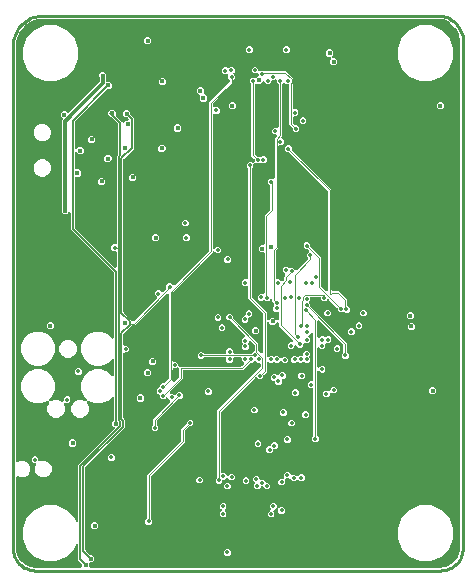
<source format=gbr>
G04 EAGLE Gerber RS-274X export*
G75*
%MOMM*%
%FSLAX34Y34*%
%LPD*%
%INCopper Layer 15*%
%IPPOS*%
%AMOC8*
5,1,8,0,0,1.08239X$1,22.5*%
G01*
%ADD10C,0.403200*%
%ADD11C,0.355600*%
%ADD12C,0.101600*%
%ADD13C,0.127000*%
%ADD14C,0.304800*%
%ADD15C,0.254000*%

G36*
X57538Y2556D02*
X57538Y2556D01*
X57657Y2563D01*
X57695Y2576D01*
X57736Y2581D01*
X57846Y2624D01*
X57959Y2661D01*
X57994Y2683D01*
X58031Y2698D01*
X58127Y2767D01*
X58228Y2831D01*
X58256Y2861D01*
X58289Y2884D01*
X58365Y2976D01*
X58446Y3063D01*
X58466Y3098D01*
X58491Y3129D01*
X58542Y3237D01*
X58600Y3341D01*
X58610Y3381D01*
X58627Y3417D01*
X58649Y3534D01*
X58679Y3649D01*
X58683Y3709D01*
X58687Y3729D01*
X58685Y3750D01*
X58689Y3810D01*
X58689Y4997D01*
X58677Y5095D01*
X58674Y5194D01*
X58657Y5253D01*
X58649Y5313D01*
X58613Y5405D01*
X58585Y5500D01*
X58555Y5552D01*
X58532Y5608D01*
X58474Y5688D01*
X58424Y5774D01*
X58358Y5849D01*
X58346Y5866D01*
X58336Y5873D01*
X58318Y5895D01*
X55498Y8714D01*
X55498Y21305D01*
X55490Y21374D01*
X55491Y21444D01*
X55470Y21532D01*
X55458Y21621D01*
X55433Y21686D01*
X55416Y21753D01*
X55374Y21833D01*
X55341Y21916D01*
X55300Y21973D01*
X55268Y22035D01*
X55207Y22101D01*
X55155Y22174D01*
X55101Y22218D01*
X55054Y22270D01*
X54979Y22319D01*
X54910Y22377D01*
X54846Y22406D01*
X54788Y22445D01*
X54703Y22474D01*
X54622Y22512D01*
X54553Y22525D01*
X54487Y22548D01*
X54398Y22555D01*
X54310Y22572D01*
X54240Y22568D01*
X54170Y22573D01*
X54082Y22558D01*
X53992Y22552D01*
X53926Y22531D01*
X53857Y22519D01*
X53775Y22482D01*
X53690Y22454D01*
X53631Y22417D01*
X53567Y22388D01*
X53497Y22332D01*
X53421Y22284D01*
X53373Y22233D01*
X53319Y22190D01*
X53264Y22118D01*
X53203Y22052D01*
X53169Y21991D01*
X53127Y21935D01*
X53056Y21791D01*
X51669Y18441D01*
X45059Y11831D01*
X36424Y8254D01*
X27076Y8254D01*
X18441Y11831D01*
X11831Y18441D01*
X8254Y27076D01*
X8254Y36424D01*
X11831Y45059D01*
X18441Y51669D01*
X27076Y55246D01*
X36424Y55246D01*
X45059Y51669D01*
X51669Y45059D01*
X53056Y41709D01*
X53091Y41648D01*
X53117Y41584D01*
X53169Y41511D01*
X53214Y41433D01*
X53262Y41383D01*
X53303Y41326D01*
X53373Y41269D01*
X53435Y41204D01*
X53495Y41168D01*
X53548Y41123D01*
X53630Y41085D01*
X53706Y41038D01*
X53773Y41018D01*
X53836Y40988D01*
X53924Y40971D01*
X54010Y40945D01*
X54080Y40941D01*
X54149Y40928D01*
X54238Y40934D01*
X54328Y40929D01*
X54396Y40944D01*
X54466Y40948D01*
X54551Y40976D01*
X54639Y40994D01*
X54702Y41024D01*
X54768Y41046D01*
X54844Y41094D01*
X54925Y41133D01*
X54978Y41179D01*
X55037Y41216D01*
X55099Y41281D01*
X55167Y41340D01*
X55207Y41397D01*
X55255Y41448D01*
X55298Y41526D01*
X55350Y41600D01*
X55375Y41665D01*
X55409Y41726D01*
X55431Y41813D01*
X55463Y41897D01*
X55471Y41967D01*
X55488Y42034D01*
X55498Y42195D01*
X55498Y89584D01*
X85833Y119919D01*
X85906Y120013D01*
X85985Y120102D01*
X86003Y120138D01*
X86028Y120170D01*
X86075Y120280D01*
X86129Y120386D01*
X86138Y120425D01*
X86154Y120462D01*
X86173Y120580D01*
X86199Y120696D01*
X86198Y120736D01*
X86204Y120776D01*
X86193Y120895D01*
X86189Y121014D01*
X86178Y121053D01*
X86174Y121093D01*
X86134Y121205D01*
X86101Y121319D01*
X86081Y121354D01*
X86067Y121392D01*
X86000Y121491D01*
X85939Y121593D01*
X85900Y121638D01*
X85888Y121655D01*
X85873Y121669D01*
X85833Y121714D01*
X84343Y123204D01*
X84343Y125716D01*
X85353Y126725D01*
X85413Y126804D01*
X85481Y126876D01*
X85510Y126929D01*
X85547Y126977D01*
X85587Y127068D01*
X85635Y127154D01*
X85650Y127213D01*
X85674Y127269D01*
X85689Y127367D01*
X85714Y127462D01*
X85720Y127562D01*
X85724Y127583D01*
X85722Y127595D01*
X85724Y127623D01*
X85724Y146094D01*
X85707Y146231D01*
X85694Y146370D01*
X85687Y146389D01*
X85684Y146409D01*
X85633Y146538D01*
X85586Y146669D01*
X85575Y146686D01*
X85567Y146705D01*
X85486Y146818D01*
X85408Y146933D01*
X85392Y146946D01*
X85381Y146962D01*
X85273Y147051D01*
X85169Y147143D01*
X85151Y147152D01*
X85136Y147165D01*
X85010Y147224D01*
X84886Y147288D01*
X84866Y147292D01*
X84848Y147301D01*
X84712Y147327D01*
X84576Y147357D01*
X84555Y147357D01*
X84536Y147361D01*
X84397Y147352D01*
X84258Y147348D01*
X84238Y147342D01*
X84218Y147341D01*
X84086Y147298D01*
X83952Y147259D01*
X83935Y147249D01*
X83916Y147243D01*
X83798Y147168D01*
X83678Y147098D01*
X83657Y147079D01*
X83647Y147073D01*
X83633Y147058D01*
X83558Y146991D01*
X80302Y143735D01*
X75003Y141541D01*
X69269Y141541D01*
X64205Y143638D01*
X64137Y143657D01*
X64073Y143684D01*
X63985Y143699D01*
X63898Y143722D01*
X63828Y143723D01*
X63759Y143734D01*
X63670Y143726D01*
X63580Y143727D01*
X63512Y143711D01*
X63443Y143704D01*
X63358Y143674D01*
X63271Y143653D01*
X63209Y143620D01*
X63143Y143597D01*
X63069Y143546D01*
X62990Y143504D01*
X62938Y143457D01*
X62880Y143418D01*
X62821Y143351D01*
X62754Y143290D01*
X62716Y143232D01*
X62670Y143180D01*
X62629Y143100D01*
X62580Y143025D01*
X62557Y142959D01*
X62525Y142897D01*
X62505Y142809D01*
X62476Y142724D01*
X62471Y142654D01*
X62456Y142586D01*
X62458Y142497D01*
X62451Y142407D01*
X62463Y142338D01*
X62465Y142268D01*
X62490Y142182D01*
X62506Y142094D01*
X62534Y142030D01*
X62554Y141963D01*
X62599Y141885D01*
X62636Y141804D01*
X62680Y141749D01*
X62715Y141689D01*
X62822Y141568D01*
X63239Y141151D01*
X64380Y138397D01*
X64380Y135415D01*
X63239Y132661D01*
X61131Y130553D01*
X58377Y129412D01*
X55395Y129412D01*
X52641Y130553D01*
X50533Y132661D01*
X49392Y135415D01*
X49392Y138397D01*
X50533Y141151D01*
X52641Y143259D01*
X55395Y144400D01*
X58377Y144400D01*
X60897Y143356D01*
X60964Y143338D01*
X61028Y143310D01*
X61117Y143296D01*
X61203Y143272D01*
X61273Y143271D01*
X61342Y143260D01*
X61432Y143268D01*
X61521Y143267D01*
X61589Y143283D01*
X61659Y143290D01*
X61743Y143320D01*
X61831Y143341D01*
X61892Y143374D01*
X61958Y143397D01*
X62032Y143448D01*
X62112Y143490D01*
X62163Y143537D01*
X62221Y143576D01*
X62280Y143643D01*
X62347Y143704D01*
X62385Y143762D01*
X62432Y143814D01*
X62472Y143894D01*
X62522Y143969D01*
X62544Y144036D01*
X62576Y144098D01*
X62596Y144185D01*
X62625Y144270D01*
X62630Y144340D01*
X62646Y144408D01*
X62643Y144498D01*
X62650Y144587D01*
X62638Y144656D01*
X62636Y144726D01*
X62611Y144812D01*
X62596Y144901D01*
X62567Y144964D01*
X62548Y145031D01*
X62502Y145109D01*
X62465Y145191D01*
X62422Y145245D01*
X62386Y145305D01*
X62280Y145426D01*
X59915Y147790D01*
X57721Y153089D01*
X57721Y158823D01*
X59915Y164122D01*
X63970Y168177D01*
X69269Y170371D01*
X75003Y170371D01*
X80302Y168177D01*
X83558Y164921D01*
X83667Y164835D01*
X83774Y164747D01*
X83793Y164738D01*
X83809Y164726D01*
X83937Y164670D01*
X84062Y164611D01*
X84082Y164607D01*
X84101Y164599D01*
X84239Y164577D01*
X84375Y164551D01*
X84395Y164553D01*
X84415Y164550D01*
X84554Y164563D01*
X84692Y164571D01*
X84711Y164577D01*
X84731Y164579D01*
X84863Y164627D01*
X84994Y164669D01*
X85012Y164680D01*
X85031Y164687D01*
X85146Y164765D01*
X85263Y164839D01*
X85277Y164854D01*
X85294Y164866D01*
X85386Y164970D01*
X85481Y165071D01*
X85491Y165089D01*
X85504Y165104D01*
X85568Y165228D01*
X85635Y165350D01*
X85640Y165369D01*
X85649Y165387D01*
X85679Y165523D01*
X85714Y165657D01*
X85716Y165686D01*
X85719Y165698D01*
X85718Y165718D01*
X85724Y165818D01*
X85724Y177844D01*
X85707Y177981D01*
X85694Y178120D01*
X85687Y178139D01*
X85684Y178159D01*
X85633Y178288D01*
X85586Y178419D01*
X85575Y178436D01*
X85567Y178455D01*
X85486Y178568D01*
X85408Y178683D01*
X85392Y178696D01*
X85381Y178712D01*
X85273Y178801D01*
X85169Y178893D01*
X85151Y178902D01*
X85136Y178915D01*
X85010Y178974D01*
X84886Y179038D01*
X84866Y179042D01*
X84848Y179051D01*
X84712Y179077D01*
X84576Y179107D01*
X84555Y179107D01*
X84536Y179111D01*
X84397Y179102D01*
X84258Y179098D01*
X84238Y179092D01*
X84218Y179091D01*
X84086Y179048D01*
X83952Y179009D01*
X83935Y178999D01*
X83916Y178993D01*
X83798Y178918D01*
X83678Y178848D01*
X83657Y178829D01*
X83647Y178823D01*
X83633Y178808D01*
X83558Y178741D01*
X80302Y175485D01*
X75003Y173291D01*
X69269Y173291D01*
X63970Y175485D01*
X59915Y179540D01*
X57721Y184839D01*
X57721Y190573D01*
X59915Y195872D01*
X63970Y199927D01*
X69269Y202121D01*
X75003Y202121D01*
X80302Y199927D01*
X83558Y196671D01*
X83667Y196585D01*
X83774Y196497D01*
X83793Y196488D01*
X83809Y196476D01*
X83937Y196420D01*
X84062Y196361D01*
X84082Y196357D01*
X84101Y196349D01*
X84239Y196327D01*
X84375Y196301D01*
X84395Y196303D01*
X84415Y196300D01*
X84554Y196313D01*
X84692Y196321D01*
X84711Y196327D01*
X84731Y196329D01*
X84863Y196377D01*
X84994Y196419D01*
X85012Y196430D01*
X85031Y196437D01*
X85146Y196515D01*
X85263Y196589D01*
X85277Y196604D01*
X85294Y196616D01*
X85386Y196720D01*
X85481Y196821D01*
X85491Y196839D01*
X85504Y196854D01*
X85568Y196978D01*
X85635Y197100D01*
X85640Y197119D01*
X85649Y197137D01*
X85679Y197273D01*
X85714Y197407D01*
X85716Y197436D01*
X85719Y197448D01*
X85718Y197468D01*
X85724Y197568D01*
X85724Y251520D01*
X85712Y251618D01*
X85709Y251717D01*
X85692Y251776D01*
X85684Y251836D01*
X85648Y251928D01*
X85620Y252023D01*
X85590Y252075D01*
X85567Y252131D01*
X85509Y252211D01*
X85459Y252297D01*
X85393Y252372D01*
X85381Y252389D01*
X85371Y252396D01*
X85353Y252418D01*
X49148Y288622D01*
X49148Y302145D01*
X49131Y302283D01*
X49118Y302421D01*
X49111Y302440D01*
X49108Y302461D01*
X49057Y302590D01*
X49010Y302721D01*
X48999Y302738D01*
X48991Y302756D01*
X48910Y302869D01*
X48832Y302984D01*
X48816Y302997D01*
X48805Y303014D01*
X48697Y303102D01*
X48593Y303194D01*
X48575Y303204D01*
X48560Y303216D01*
X48434Y303276D01*
X48310Y303339D01*
X48290Y303343D01*
X48272Y303352D01*
X48135Y303378D01*
X48000Y303409D01*
X47979Y303408D01*
X47960Y303412D01*
X47821Y303403D01*
X47682Y303399D01*
X47662Y303393D01*
X47642Y303392D01*
X47510Y303349D01*
X47376Y303311D01*
X47359Y303300D01*
X47340Y303294D01*
X47222Y303220D01*
X47102Y303149D01*
X47081Y303130D01*
X47071Y303124D01*
X47057Y303109D01*
X46982Y303043D01*
X45706Y301767D01*
X43194Y301767D01*
X41417Y303544D01*
X41417Y306056D01*
X41537Y306176D01*
X41598Y306255D01*
X41666Y306327D01*
X41695Y306380D01*
X41732Y306428D01*
X41772Y306519D01*
X41820Y306605D01*
X41835Y306664D01*
X41859Y306720D01*
X41874Y306818D01*
X41899Y306913D01*
X41905Y307013D01*
X41909Y307034D01*
X41907Y307046D01*
X41909Y307074D01*
X41909Y366026D01*
X41897Y366124D01*
X41894Y366223D01*
X41877Y366281D01*
X41869Y366342D01*
X41833Y366434D01*
X41805Y366529D01*
X41775Y366581D01*
X41752Y366637D01*
X41694Y366717D01*
X41644Y366803D01*
X41578Y366878D01*
X41566Y366895D01*
X41556Y366902D01*
X41538Y366924D01*
X41417Y367044D01*
X41417Y369556D01*
X41538Y369676D01*
X41598Y369755D01*
X41666Y369827D01*
X41695Y369880D01*
X41732Y369928D01*
X41772Y370019D01*
X41820Y370105D01*
X41835Y370164D01*
X41859Y370220D01*
X41874Y370318D01*
X41899Y370413D01*
X41905Y370513D01*
X41909Y370534D01*
X41907Y370546D01*
X41909Y370574D01*
X41909Y381729D01*
X41969Y381796D01*
X41987Y381832D01*
X42012Y381864D01*
X42059Y381974D01*
X42113Y382080D01*
X42122Y382119D01*
X42138Y382156D01*
X42157Y382274D01*
X42183Y382390D01*
X42182Y382430D01*
X42188Y382470D01*
X42177Y382588D01*
X42173Y382708D01*
X42162Y382747D01*
X42158Y382787D01*
X42118Y382899D01*
X42085Y383013D01*
X42065Y383048D01*
X42051Y383086D01*
X41984Y383185D01*
X41923Y383287D01*
X41884Y383332D01*
X41872Y383349D01*
X41857Y383363D01*
X41817Y383408D01*
X40401Y384824D01*
X40401Y387336D01*
X42178Y389113D01*
X44690Y389113D01*
X45932Y387871D01*
X46026Y387798D01*
X46116Y387719D01*
X46152Y387700D01*
X46184Y387676D01*
X46293Y387628D01*
X46399Y387574D01*
X46438Y387565D01*
X46476Y387549D01*
X46593Y387531D01*
X46709Y387505D01*
X46750Y387506D01*
X46790Y387499D01*
X46908Y387511D01*
X47027Y387514D01*
X47066Y387525D01*
X47106Y387529D01*
X47218Y387570D01*
X47333Y387603D01*
X47367Y387623D01*
X47406Y387637D01*
X47504Y387704D01*
X47607Y387764D01*
X47652Y387804D01*
X47669Y387815D01*
X47682Y387831D01*
X47727Y387871D01*
X73288Y413431D01*
X73348Y413509D01*
X73416Y413581D01*
X73445Y413634D01*
X73482Y413682D01*
X73522Y413773D01*
X73570Y413860D01*
X73585Y413918D01*
X73609Y413974D01*
X73624Y414072D01*
X73649Y414167D01*
X73655Y414268D01*
X73659Y414288D01*
X73657Y414300D01*
X73659Y414328D01*
X73659Y416826D01*
X73647Y416924D01*
X73644Y417023D01*
X73627Y417081D01*
X73619Y417142D01*
X73583Y417234D01*
X73555Y417329D01*
X73525Y417381D01*
X73502Y417437D01*
X73444Y417517D01*
X73394Y417603D01*
X73328Y417678D01*
X73316Y417695D01*
X73306Y417702D01*
X73288Y417724D01*
X73167Y417844D01*
X73167Y420356D01*
X74944Y422133D01*
X77456Y422133D01*
X79233Y420356D01*
X79233Y417844D01*
X79112Y417724D01*
X79052Y417645D01*
X78984Y417573D01*
X78955Y417520D01*
X78918Y417472D01*
X78878Y417381D01*
X78830Y417295D01*
X78815Y417236D01*
X78791Y417180D01*
X78776Y417082D01*
X78751Y416987D01*
X78745Y416887D01*
X78741Y416866D01*
X78743Y416854D01*
X78741Y416826D01*
X78741Y415004D01*
X78756Y414886D01*
X78763Y414767D01*
X78776Y414729D01*
X78781Y414688D01*
X78824Y414578D01*
X78861Y414465D01*
X78883Y414430D01*
X78898Y414393D01*
X78967Y414297D01*
X79031Y414196D01*
X79061Y414168D01*
X79084Y414135D01*
X79176Y414059D01*
X79263Y413978D01*
X79298Y413958D01*
X79329Y413933D01*
X79437Y413882D01*
X79541Y413824D01*
X79581Y413814D01*
X79617Y413797D01*
X79734Y413775D01*
X79849Y413745D01*
X79909Y413741D01*
X79929Y413737D01*
X79950Y413739D01*
X80010Y413735D01*
X81851Y413735D01*
X83628Y411958D01*
X83628Y409446D01*
X81851Y407669D01*
X80331Y407669D01*
X80233Y407657D01*
X80134Y407654D01*
X80075Y407637D01*
X80015Y407629D01*
X79923Y407593D01*
X79828Y407565D01*
X79776Y407535D01*
X79720Y407512D01*
X79640Y407454D01*
X79554Y407404D01*
X79479Y407338D01*
X79462Y407326D01*
X79455Y407316D01*
X79433Y407298D01*
X52823Y380688D01*
X52763Y380609D01*
X52695Y380537D01*
X52666Y380484D01*
X52629Y380436D01*
X52589Y380345D01*
X52541Y380259D01*
X52526Y380200D01*
X52502Y380144D01*
X52487Y380046D01*
X52462Y379951D01*
X52456Y379851D01*
X52452Y379830D01*
X52454Y379818D01*
X52452Y379790D01*
X52452Y358255D01*
X52469Y358117D01*
X52482Y357979D01*
X52489Y357960D01*
X52492Y357939D01*
X52543Y357810D01*
X52590Y357679D01*
X52601Y357662D01*
X52609Y357644D01*
X52690Y357531D01*
X52768Y357416D01*
X52784Y357403D01*
X52795Y357386D01*
X52903Y357298D01*
X53007Y357206D01*
X53025Y357196D01*
X53040Y357184D01*
X53166Y357124D01*
X53290Y357061D01*
X53310Y357057D01*
X53328Y357048D01*
X53465Y357022D01*
X53600Y356991D01*
X53621Y356992D01*
X53640Y356988D01*
X53779Y356997D01*
X53918Y357001D01*
X53938Y357007D01*
X53958Y357008D01*
X54090Y357051D01*
X54224Y357089D01*
X54241Y357100D01*
X54260Y357106D01*
X54378Y357180D01*
X54498Y357251D01*
X54519Y357270D01*
X54529Y357276D01*
X54543Y357291D01*
X54618Y357357D01*
X55894Y358633D01*
X58406Y358633D01*
X60183Y356856D01*
X60183Y354344D01*
X58406Y352567D01*
X55894Y352567D01*
X54618Y353843D01*
X54509Y353928D01*
X54402Y354016D01*
X54383Y354025D01*
X54367Y354038D01*
X54239Y354093D01*
X54114Y354152D01*
X54094Y354156D01*
X54075Y354164D01*
X53937Y354186D01*
X53801Y354212D01*
X53781Y354211D01*
X53761Y354214D01*
X53622Y354201D01*
X53484Y354192D01*
X53465Y354186D01*
X53445Y354184D01*
X53313Y354137D01*
X53182Y354094D01*
X53164Y354083D01*
X53145Y354076D01*
X53030Y353998D01*
X52913Y353924D01*
X52899Y353909D01*
X52882Y353898D01*
X52790Y353793D01*
X52695Y353692D01*
X52685Y353675D01*
X52672Y353659D01*
X52608Y353535D01*
X52541Y353414D01*
X52536Y353394D01*
X52527Y353376D01*
X52497Y353240D01*
X52462Y353106D01*
X52460Y353078D01*
X52457Y353066D01*
X52458Y353045D01*
X52452Y352945D01*
X52452Y340852D01*
X52467Y340734D01*
X52474Y340615D01*
X52487Y340577D01*
X52492Y340536D01*
X52535Y340426D01*
X52572Y340313D01*
X52594Y340278D01*
X52609Y340241D01*
X52678Y340145D01*
X52742Y340044D01*
X52772Y340016D01*
X52795Y339983D01*
X52887Y339907D01*
X52974Y339826D01*
X53009Y339806D01*
X53040Y339781D01*
X53148Y339730D01*
X53252Y339672D01*
X53292Y339662D01*
X53328Y339645D01*
X53445Y339623D01*
X53560Y339593D01*
X53620Y339589D01*
X53640Y339585D01*
X53661Y339587D01*
X53721Y339583D01*
X55866Y339583D01*
X57643Y337806D01*
X57643Y335294D01*
X55866Y333517D01*
X53721Y333517D01*
X53603Y333502D01*
X53484Y333495D01*
X53446Y333482D01*
X53405Y333477D01*
X53295Y333434D01*
X53182Y333397D01*
X53147Y333375D01*
X53110Y333360D01*
X53014Y333291D01*
X52913Y333227D01*
X52885Y333197D01*
X52852Y333174D01*
X52776Y333082D01*
X52695Y332995D01*
X52675Y332960D01*
X52650Y332929D01*
X52599Y332821D01*
X52541Y332717D01*
X52531Y332677D01*
X52514Y332641D01*
X52492Y332524D01*
X52462Y332409D01*
X52458Y332349D01*
X52454Y332329D01*
X52456Y332308D01*
X52452Y332248D01*
X52452Y290516D01*
X52464Y290418D01*
X52467Y290319D01*
X52484Y290260D01*
X52492Y290200D01*
X52528Y290108D01*
X52556Y290013D01*
X52586Y289961D01*
X52609Y289905D01*
X52667Y289825D01*
X52717Y289739D01*
X52783Y289664D01*
X52795Y289647D01*
X52805Y289640D01*
X52823Y289618D01*
X85844Y256598D01*
X85953Y256513D01*
X86060Y256424D01*
X86079Y256416D01*
X86095Y256403D01*
X86223Y256348D01*
X86348Y256289D01*
X86368Y256285D01*
X86387Y256277D01*
X86525Y256255D01*
X86661Y256229D01*
X86681Y256230D01*
X86701Y256227D01*
X86840Y256240D01*
X86978Y256249D01*
X86997Y256255D01*
X87017Y256257D01*
X87149Y256304D01*
X87280Y256347D01*
X87298Y256358D01*
X87317Y256365D01*
X87432Y256443D01*
X87549Y256517D01*
X87563Y256532D01*
X87580Y256543D01*
X87672Y256647D01*
X87767Y256749D01*
X87777Y256766D01*
X87790Y256782D01*
X87854Y256906D01*
X87921Y257027D01*
X87926Y257047D01*
X87935Y257065D01*
X87965Y257201D01*
X88000Y257335D01*
X88002Y257363D01*
X88005Y257375D01*
X88004Y257396D01*
X88010Y257496D01*
X88010Y269240D01*
X87995Y269358D01*
X87988Y269477D01*
X87975Y269515D01*
X87970Y269556D01*
X87927Y269666D01*
X87890Y269779D01*
X87868Y269814D01*
X87853Y269851D01*
X87784Y269947D01*
X87720Y270048D01*
X87690Y270076D01*
X87667Y270109D01*
X87575Y270185D01*
X87488Y270266D01*
X87453Y270286D01*
X87422Y270311D01*
X87314Y270362D01*
X87210Y270420D01*
X87170Y270430D01*
X87134Y270447D01*
X87017Y270469D01*
X86902Y270499D01*
X86842Y270503D01*
X86822Y270507D01*
X86801Y270505D01*
X86741Y270509D01*
X84948Y270509D01*
X83311Y272146D01*
X83311Y274462D01*
X84948Y276099D01*
X86741Y276099D01*
X86859Y276114D01*
X86978Y276121D01*
X87016Y276134D01*
X87057Y276139D01*
X87167Y276182D01*
X87280Y276219D01*
X87315Y276241D01*
X87352Y276256D01*
X87448Y276325D01*
X87549Y276389D01*
X87577Y276419D01*
X87610Y276442D01*
X87686Y276534D01*
X87767Y276621D01*
X87787Y276656D01*
X87812Y276687D01*
X87863Y276795D01*
X87921Y276899D01*
X87931Y276939D01*
X87948Y276975D01*
X87970Y277092D01*
X88000Y277207D01*
X88004Y277267D01*
X88008Y277287D01*
X88006Y277308D01*
X88010Y277368D01*
X88010Y351098D01*
X88766Y351853D01*
X88826Y351932D01*
X88894Y352004D01*
X88923Y352057D01*
X88960Y352105D01*
X89000Y352196D01*
X89048Y352282D01*
X89063Y352341D01*
X89087Y352397D01*
X89102Y352495D01*
X89127Y352590D01*
X89133Y352690D01*
X89137Y352711D01*
X89135Y352723D01*
X89137Y352751D01*
X89137Y377901D01*
X89125Y377999D01*
X89122Y378098D01*
X89105Y378157D01*
X89097Y378217D01*
X89061Y378309D01*
X89033Y378404D01*
X89003Y378456D01*
X88980Y378512D01*
X88922Y378592D01*
X88872Y378678D01*
X88806Y378753D01*
X88794Y378770D01*
X88784Y378777D01*
X88766Y378799D01*
X83907Y383658D01*
X83828Y383718D01*
X83756Y383786D01*
X83703Y383815D01*
X83655Y383853D01*
X83564Y383892D01*
X83478Y383940D01*
X83419Y383955D01*
X83363Y383979D01*
X83265Y383994D01*
X83170Y384019D01*
X83070Y384025D01*
X83049Y384029D01*
X83037Y384028D01*
X83009Y384029D01*
X82746Y384029D01*
X80969Y385806D01*
X80969Y386069D01*
X80957Y386167D01*
X80954Y386266D01*
X80937Y386325D01*
X80929Y386385D01*
X80898Y386463D01*
X80898Y388229D01*
X80912Y388261D01*
X82746Y390095D01*
X85258Y390095D01*
X87035Y388318D01*
X87035Y385727D01*
X87047Y385629D01*
X87050Y385530D01*
X87067Y385471D01*
X87075Y385411D01*
X87111Y385319D01*
X87139Y385224D01*
X87169Y385172D01*
X87192Y385116D01*
X87250Y385036D01*
X87300Y384950D01*
X87366Y384875D01*
X87378Y384858D01*
X87388Y384851D01*
X87406Y384829D01*
X92741Y379495D01*
X92835Y379422D01*
X92924Y379343D01*
X92960Y379325D01*
X92992Y379300D01*
X93102Y379253D01*
X93208Y379199D01*
X93247Y379190D01*
X93284Y379174D01*
X93402Y379155D01*
X93518Y379129D01*
X93558Y379130D01*
X93598Y379124D01*
X93717Y379135D01*
X93836Y379139D01*
X93875Y379150D01*
X93915Y379154D01*
X94027Y379194D01*
X94141Y379227D01*
X94176Y379247D01*
X94214Y379261D01*
X94313Y379328D01*
X94415Y379389D01*
X94460Y379428D01*
X94477Y379440D01*
X94491Y379455D01*
X94536Y379495D01*
X96026Y380985D01*
X96723Y380985D01*
X96861Y381002D01*
X97000Y381015D01*
X97019Y381022D01*
X97039Y381025D01*
X97168Y381076D01*
X97299Y381123D01*
X97316Y381134D01*
X97334Y381142D01*
X97447Y381223D01*
X97562Y381301D01*
X97575Y381317D01*
X97592Y381328D01*
X97680Y381436D01*
X97772Y381540D01*
X97782Y381558D01*
X97795Y381573D01*
X97854Y381699D01*
X97917Y381823D01*
X97921Y381843D01*
X97930Y381861D01*
X97956Y381997D01*
X97987Y382133D01*
X97986Y382154D01*
X97990Y382173D01*
X97981Y382312D01*
X97977Y382451D01*
X97971Y382471D01*
X97970Y382491D01*
X97927Y382623D01*
X97889Y382757D01*
X97878Y382774D01*
X97872Y382793D01*
X97798Y382911D01*
X97727Y383031D01*
X97708Y383052D01*
X97702Y383062D01*
X97687Y383076D01*
X97621Y383152D01*
X97335Y383438D01*
X97256Y383498D01*
X97184Y383566D01*
X97131Y383595D01*
X97083Y383632D01*
X96992Y383672D01*
X96906Y383720D01*
X96847Y383735D01*
X96791Y383759D01*
X96693Y383774D01*
X96598Y383799D01*
X96498Y383805D01*
X96477Y383809D01*
X96465Y383807D01*
X96437Y383809D01*
X95010Y383809D01*
X93233Y385586D01*
X93233Y388098D01*
X95010Y389875D01*
X97522Y389875D01*
X99299Y388098D01*
X99299Y386671D01*
X99311Y386573D01*
X99314Y386474D01*
X99331Y386415D01*
X99339Y386355D01*
X99375Y386263D01*
X99403Y386168D01*
X99433Y386116D01*
X99456Y386060D01*
X99514Y385980D01*
X99564Y385894D01*
X99630Y385819D01*
X99642Y385802D01*
X99652Y385795D01*
X99670Y385773D01*
X102601Y382843D01*
X102601Y357207D01*
X93971Y348578D01*
X93911Y348499D01*
X93843Y348427D01*
X93814Y348374D01*
X93777Y348326D01*
X93737Y348235D01*
X93689Y348149D01*
X93674Y348090D01*
X93650Y348035D01*
X93635Y347937D01*
X93610Y347841D01*
X93604Y347741D01*
X93600Y347720D01*
X93602Y347708D01*
X93600Y347680D01*
X93600Y219248D01*
X93612Y219150D01*
X93615Y219051D01*
X93632Y218992D01*
X93640Y218932D01*
X93676Y218840D01*
X93704Y218745D01*
X93734Y218693D01*
X93757Y218637D01*
X93815Y218557D01*
X93865Y218471D01*
X93931Y218396D01*
X93943Y218379D01*
X93953Y218372D01*
X93971Y218350D01*
X100746Y211576D01*
X100807Y211492D01*
X100885Y211377D01*
X100901Y211363D01*
X100912Y211347D01*
X101020Y211258D01*
X101124Y211166D01*
X101142Y211157D01*
X101157Y211144D01*
X101283Y211085D01*
X101407Y211021D01*
X101427Y211017D01*
X101445Y211008D01*
X101581Y210982D01*
X101717Y210952D01*
X101738Y210952D01*
X101757Y210949D01*
X101896Y210957D01*
X102035Y210961D01*
X102055Y210967D01*
X102075Y210968D01*
X102207Y211011D01*
X102341Y211050D01*
X102358Y211060D01*
X102377Y211066D01*
X102495Y211141D01*
X102615Y211211D01*
X102636Y211230D01*
X102646Y211237D01*
X102660Y211251D01*
X102735Y211318D01*
X121651Y230233D01*
X121724Y230328D01*
X121803Y230417D01*
X121821Y230453D01*
X121846Y230485D01*
X121894Y230594D01*
X121948Y230700D01*
X121956Y230739D01*
X121972Y230777D01*
X121991Y230894D01*
X122017Y231010D01*
X122016Y231051D01*
X122022Y231091D01*
X122011Y231209D01*
X122008Y231328D01*
X121996Y231367D01*
X121993Y231407D01*
X121952Y231519D01*
X121919Y231634D01*
X121899Y231669D01*
X121885Y231707D01*
X121818Y231805D01*
X121758Y231908D01*
X121718Y231953D01*
X121706Y231970D01*
X121691Y231983D01*
X121651Y232028D01*
X120395Y233284D01*
X120395Y235600D01*
X122032Y237237D01*
X124348Y237237D01*
X125604Y235981D01*
X125698Y235908D01*
X125787Y235829D01*
X125823Y235811D01*
X125855Y235786D01*
X125964Y235738D01*
X126070Y235684D01*
X126109Y235676D01*
X126147Y235660D01*
X126264Y235641D01*
X126380Y235615D01*
X126421Y235616D01*
X126461Y235610D01*
X126579Y235621D01*
X126698Y235624D01*
X126737Y235636D01*
X126777Y235639D01*
X126889Y235680D01*
X127004Y235713D01*
X127039Y235733D01*
X127077Y235747D01*
X127175Y235814D01*
X127278Y235874D01*
X127323Y235914D01*
X127340Y235926D01*
X127353Y235941D01*
X127399Y235981D01*
X129676Y238258D01*
X129736Y238336D01*
X129804Y238408D01*
X129833Y238461D01*
X129870Y238509D01*
X129910Y238600D01*
X129958Y238687D01*
X129973Y238745D01*
X129997Y238801D01*
X130012Y238899D01*
X130037Y238995D01*
X130043Y239095D01*
X130047Y239115D01*
X130045Y239127D01*
X130047Y239155D01*
X130047Y241442D01*
X131684Y243079D01*
X134000Y243079D01*
X135256Y241823D01*
X135350Y241750D01*
X135439Y241671D01*
X135475Y241653D01*
X135507Y241628D01*
X135616Y241581D01*
X135722Y241526D01*
X135761Y241518D01*
X135799Y241502D01*
X135916Y241483D01*
X136032Y241457D01*
X136073Y241458D01*
X136113Y241452D01*
X136231Y241463D01*
X136350Y241466D01*
X136389Y241478D01*
X136429Y241481D01*
X136542Y241522D01*
X136656Y241555D01*
X136691Y241575D01*
X136729Y241589D01*
X136827Y241656D01*
X136930Y241716D01*
X136975Y241756D01*
X136992Y241768D01*
X137005Y241783D01*
X137051Y241823D01*
X165744Y270516D01*
X165804Y270594D01*
X165872Y270666D01*
X165901Y270719D01*
X165938Y270767D01*
X165978Y270858D01*
X166026Y270945D01*
X166041Y271003D01*
X166065Y271059D01*
X166080Y271157D01*
X166105Y271253D01*
X166111Y271353D01*
X166115Y271373D01*
X166113Y271385D01*
X166115Y271413D01*
X166115Y396110D01*
X183270Y413264D01*
X183330Y413342D01*
X183398Y413414D01*
X183427Y413467D01*
X183464Y413515D01*
X183504Y413606D01*
X183552Y413693D01*
X183567Y413751D01*
X183591Y413807D01*
X183606Y413905D01*
X183631Y414001D01*
X183637Y414101D01*
X183641Y414121D01*
X183639Y414133D01*
X183641Y414161D01*
X183641Y414877D01*
X183629Y414975D01*
X183626Y415074D01*
X183609Y415132D01*
X183601Y415192D01*
X183565Y415284D01*
X183537Y415379D01*
X183507Y415432D01*
X183484Y415488D01*
X183426Y415568D01*
X183376Y415653D01*
X183310Y415729D01*
X183298Y415745D01*
X183288Y415753D01*
X183270Y415774D01*
X182371Y416672D01*
X182371Y419100D01*
X182356Y419218D01*
X182349Y419337D01*
X182336Y419375D01*
X182331Y419416D01*
X182288Y419526D01*
X182251Y419639D01*
X182229Y419674D01*
X182214Y419711D01*
X182145Y419807D01*
X182081Y419908D01*
X182051Y419936D01*
X182028Y419969D01*
X181936Y420045D01*
X181849Y420126D01*
X181814Y420146D01*
X181783Y420171D01*
X181675Y420222D01*
X181571Y420280D01*
X181531Y420290D01*
X181495Y420307D01*
X181378Y420329D01*
X181263Y420359D01*
X181203Y420363D01*
X181183Y420367D01*
X181162Y420365D01*
X181102Y420369D01*
X178674Y420369D01*
X177037Y422006D01*
X177037Y424322D01*
X178674Y425959D01*
X180990Y425959D01*
X181348Y425601D01*
X181442Y425528D01*
X181531Y425449D01*
X181567Y425431D01*
X181599Y425406D01*
X181708Y425359D01*
X181814Y425304D01*
X181853Y425296D01*
X181891Y425280D01*
X182008Y425261D01*
X182124Y425235D01*
X182165Y425236D01*
X182205Y425230D01*
X182323Y425241D01*
X182442Y425244D01*
X182481Y425256D01*
X182521Y425260D01*
X182633Y425300D01*
X182748Y425333D01*
X182783Y425353D01*
X182821Y425367D01*
X182919Y425434D01*
X183022Y425494D01*
X183067Y425534D01*
X183084Y425546D01*
X183097Y425561D01*
X183143Y425601D01*
X183754Y426213D01*
X186070Y426213D01*
X187707Y424576D01*
X187707Y422260D01*
X187095Y421649D01*
X187022Y421555D01*
X186943Y421465D01*
X186925Y421429D01*
X186900Y421397D01*
X186853Y421288D01*
X186798Y421182D01*
X186790Y421143D01*
X186774Y421105D01*
X186755Y420988D01*
X186729Y420872D01*
X186730Y420831D01*
X186724Y420791D01*
X186735Y420673D01*
X186738Y420554D01*
X186750Y420515D01*
X186754Y420475D01*
X186794Y420362D01*
X186827Y420248D01*
X186847Y420214D01*
X186861Y420175D01*
X186928Y420077D01*
X186988Y419974D01*
X187028Y419929D01*
X187040Y419912D01*
X187055Y419899D01*
X187095Y419854D01*
X187961Y418988D01*
X187961Y416672D01*
X187062Y415774D01*
X187002Y415696D01*
X186934Y415624D01*
X186905Y415571D01*
X186868Y415523D01*
X186828Y415432D01*
X186780Y415345D01*
X186765Y415287D01*
X186741Y415231D01*
X186726Y415133D01*
X186701Y415037D01*
X186695Y414937D01*
X186691Y414917D01*
X186693Y414905D01*
X186691Y414877D01*
X186691Y412372D01*
X169536Y395218D01*
X169476Y395140D01*
X169408Y395068D01*
X169379Y395015D01*
X169342Y394967D01*
X169302Y394876D01*
X169254Y394789D01*
X169239Y394731D01*
X169215Y394675D01*
X169200Y394577D01*
X169175Y394481D01*
X169169Y394381D01*
X169165Y394361D01*
X169167Y394349D01*
X169165Y394321D01*
X169165Y393605D01*
X169182Y393467D01*
X169195Y393329D01*
X169202Y393310D01*
X169205Y393290D01*
X169256Y393161D01*
X169303Y393029D01*
X169314Y393013D01*
X169322Y392994D01*
X169403Y392882D01*
X169482Y392766D01*
X169497Y392753D01*
X169508Y392737D01*
X169615Y392648D01*
X169720Y392556D01*
X169738Y392547D01*
X169753Y392534D01*
X169879Y392475D01*
X170003Y392411D01*
X170023Y392407D01*
X170041Y392398D01*
X170177Y392372D01*
X170314Y392342D01*
X170334Y392342D01*
X170353Y392339D01*
X170492Y392347D01*
X170631Y392351D01*
X170651Y392357D01*
X170671Y392358D01*
X170803Y392401D01*
X170905Y392431D01*
X173370Y392431D01*
X175007Y390794D01*
X175007Y388478D01*
X173370Y386841D01*
X170895Y386841D01*
X170827Y386874D01*
X170807Y386877D01*
X170789Y386885D01*
X170651Y386907D01*
X170514Y386933D01*
X170494Y386932D01*
X170474Y386935D01*
X170336Y386922D01*
X170197Y386914D01*
X170178Y386907D01*
X170158Y386906D01*
X170027Y386858D01*
X169895Y386816D01*
X169878Y386805D01*
X169859Y386798D01*
X169744Y386720D01*
X169626Y386645D01*
X169612Y386631D01*
X169595Y386619D01*
X169503Y386515D01*
X169408Y386414D01*
X169398Y386396D01*
X169385Y386381D01*
X169322Y386257D01*
X169254Y386135D01*
X169249Y386116D01*
X169240Y386098D01*
X169210Y385962D01*
X169175Y385827D01*
X169173Y385799D01*
X169171Y385788D01*
X169171Y385767D01*
X169165Y385667D01*
X169165Y273717D01*
X169182Y273579D01*
X169195Y273441D01*
X169202Y273422D01*
X169205Y273402D01*
X169256Y273272D01*
X169303Y273142D01*
X169314Y273125D01*
X169322Y273106D01*
X169403Y272994D01*
X169481Y272879D01*
X169497Y272865D01*
X169508Y272849D01*
X169616Y272760D01*
X169720Y272668D01*
X169738Y272659D01*
X169753Y272646D01*
X169879Y272587D01*
X170003Y272523D01*
X170023Y272519D01*
X170041Y272510D01*
X170178Y272484D01*
X170313Y272454D01*
X170334Y272454D01*
X170353Y272451D01*
X170492Y272459D01*
X170631Y272463D01*
X170651Y272469D01*
X170671Y272470D01*
X170803Y272513D01*
X170937Y272552D01*
X170954Y272562D01*
X170973Y272568D01*
X171091Y272643D01*
X171211Y272713D01*
X171232Y272732D01*
X171242Y272739D01*
X171256Y272754D01*
X171331Y272820D01*
X172578Y274067D01*
X174894Y274067D01*
X176531Y272430D01*
X176531Y270114D01*
X174894Y268477D01*
X172578Y268477D01*
X171195Y269860D01*
X171101Y269933D01*
X171012Y270012D01*
X170976Y270030D01*
X170944Y270055D01*
X170835Y270103D01*
X170729Y270157D01*
X170690Y270165D01*
X170652Y270181D01*
X170535Y270200D01*
X170419Y270226D01*
X170378Y270225D01*
X170338Y270231D01*
X170220Y270220D01*
X170101Y270217D01*
X170062Y270205D01*
X170022Y270202D01*
X169910Y270161D01*
X169795Y270128D01*
X169760Y270108D01*
X169722Y270094D01*
X169624Y270027D01*
X169521Y269967D01*
X169476Y269927D01*
X169459Y269915D01*
X169446Y269900D01*
X169400Y269860D01*
X167900Y268360D01*
X135500Y235960D01*
X135440Y235882D01*
X135372Y235810D01*
X135343Y235757D01*
X135306Y235709D01*
X135266Y235618D01*
X135218Y235531D01*
X135203Y235473D01*
X135179Y235417D01*
X135164Y235319D01*
X135139Y235223D01*
X135133Y235123D01*
X135129Y235103D01*
X135131Y235091D01*
X135129Y235063D01*
X135129Y178054D01*
X135144Y177936D01*
X135151Y177817D01*
X135164Y177779D01*
X135169Y177738D01*
X135212Y177628D01*
X135249Y177515D01*
X135271Y177480D01*
X135286Y177443D01*
X135355Y177347D01*
X135419Y177246D01*
X135449Y177218D01*
X135472Y177185D01*
X135564Y177109D01*
X135651Y177028D01*
X135686Y177008D01*
X135717Y176983D01*
X135825Y176932D01*
X135929Y176874D01*
X135969Y176864D01*
X136005Y176847D01*
X136122Y176825D01*
X136237Y176795D01*
X136297Y176791D01*
X136317Y176787D01*
X136338Y176789D01*
X136398Y176785D01*
X138064Y176785D01*
X139701Y175148D01*
X139701Y173877D01*
X139717Y173747D01*
X139723Y173653D01*
X139728Y173638D01*
X139731Y173601D01*
X139738Y173582D01*
X139741Y173562D01*
X139792Y173432D01*
X139818Y173359D01*
X139821Y173350D01*
X139822Y173349D01*
X139839Y173301D01*
X139850Y173285D01*
X139858Y173266D01*
X139939Y173154D01*
X140017Y173038D01*
X140033Y173025D01*
X140044Y173009D01*
X140152Y172920D01*
X140256Y172828D01*
X140274Y172819D01*
X140289Y172806D01*
X140415Y172747D01*
X140539Y172683D01*
X140559Y172679D01*
X140577Y172670D01*
X140713Y172644D01*
X140850Y172614D01*
X140870Y172614D01*
X140889Y172611D01*
X141028Y172619D01*
X141167Y172623D01*
X141187Y172629D01*
X141207Y172630D01*
X141339Y172673D01*
X141473Y172712D01*
X141488Y172721D01*
X192899Y172721D01*
X192997Y172733D01*
X193096Y172736D01*
X193154Y172753D01*
X193214Y172761D01*
X193306Y172797D01*
X193401Y172825D01*
X193454Y172855D01*
X193510Y172878D01*
X193590Y172936D01*
X193675Y172986D01*
X193751Y173052D01*
X193767Y173064D01*
X193775Y173074D01*
X193796Y173092D01*
X195311Y174607D01*
X195384Y174702D01*
X195463Y174791D01*
X195481Y174827D01*
X195506Y174859D01*
X195553Y174968D01*
X195608Y175074D01*
X195616Y175113D01*
X195632Y175151D01*
X195651Y175268D01*
X195677Y175384D01*
X195676Y175425D01*
X195682Y175465D01*
X195671Y175583D01*
X195668Y175702D01*
X195656Y175741D01*
X195653Y175781D01*
X195612Y175893D01*
X195579Y176008D01*
X195559Y176043D01*
X195545Y176081D01*
X195478Y176179D01*
X195418Y176282D01*
X195378Y176327D01*
X195366Y176344D01*
X195351Y176357D01*
X195311Y176402D01*
X194055Y177658D01*
X194055Y179324D01*
X194040Y179442D01*
X194033Y179561D01*
X194020Y179599D01*
X194015Y179640D01*
X193972Y179750D01*
X193935Y179863D01*
X193913Y179898D01*
X193898Y179935D01*
X193829Y180031D01*
X193765Y180132D01*
X193735Y180160D01*
X193712Y180193D01*
X193620Y180269D01*
X193533Y180350D01*
X193498Y180370D01*
X193467Y180395D01*
X193359Y180446D01*
X193255Y180504D01*
X193215Y180514D01*
X193179Y180531D01*
X193062Y180553D01*
X192947Y180583D01*
X192887Y180587D01*
X192867Y180591D01*
X192846Y180589D01*
X192786Y180593D01*
X187706Y180593D01*
X187588Y180578D01*
X187469Y180571D01*
X187431Y180558D01*
X187390Y180553D01*
X187280Y180510D01*
X187167Y180473D01*
X187132Y180451D01*
X187095Y180436D01*
X186999Y180367D01*
X186898Y180303D01*
X186870Y180273D01*
X186837Y180250D01*
X186761Y180158D01*
X186680Y180071D01*
X186660Y180036D01*
X186635Y180005D01*
X186584Y179897D01*
X186526Y179793D01*
X186516Y179753D01*
X186499Y179717D01*
X186477Y179600D01*
X186447Y179485D01*
X186443Y179425D01*
X186439Y179405D01*
X186441Y179384D01*
X186437Y179324D01*
X186437Y177658D01*
X184800Y176021D01*
X182484Y176021D01*
X180847Y177658D01*
X180847Y179324D01*
X180832Y179442D01*
X180825Y179561D01*
X180812Y179599D01*
X180807Y179640D01*
X180764Y179750D01*
X180727Y179863D01*
X180705Y179898D01*
X180690Y179935D01*
X180621Y180031D01*
X180557Y180132D01*
X180527Y180160D01*
X180504Y180193D01*
X180412Y180269D01*
X180325Y180350D01*
X180290Y180370D01*
X180259Y180395D01*
X180151Y180446D01*
X180047Y180504D01*
X180007Y180514D01*
X179971Y180531D01*
X179854Y180553D01*
X179739Y180583D01*
X179679Y180587D01*
X179659Y180591D01*
X179638Y180589D01*
X179578Y180593D01*
X162211Y180593D01*
X162113Y180581D01*
X162014Y180578D01*
X161956Y180561D01*
X161896Y180553D01*
X161804Y180517D01*
X161709Y180489D01*
X161656Y180459D01*
X161600Y180436D01*
X161520Y180378D01*
X161435Y180328D01*
X161359Y180262D01*
X161343Y180250D01*
X161335Y180240D01*
X161314Y180222D01*
X160416Y179323D01*
X158100Y179323D01*
X156463Y180960D01*
X156463Y183276D01*
X158100Y184913D01*
X160416Y184913D01*
X161314Y184014D01*
X161392Y183954D01*
X161464Y183886D01*
X161517Y183857D01*
X161565Y183820D01*
X161656Y183780D01*
X161743Y183732D01*
X161801Y183717D01*
X161857Y183693D01*
X161955Y183678D01*
X162051Y183653D01*
X162151Y183647D01*
X162171Y183643D01*
X162183Y183645D01*
X162211Y183643D01*
X179578Y183643D01*
X179696Y183658D01*
X179815Y183665D01*
X179853Y183678D01*
X179894Y183683D01*
X180004Y183726D01*
X180117Y183763D01*
X180152Y183785D01*
X180189Y183800D01*
X180285Y183869D01*
X180386Y183933D01*
X180414Y183963D01*
X180447Y183986D01*
X180523Y184078D01*
X180604Y184165D01*
X180624Y184200D01*
X180649Y184231D01*
X180700Y184339D01*
X180758Y184443D01*
X180768Y184483D01*
X180785Y184519D01*
X180807Y184636D01*
X180837Y184751D01*
X180841Y184811D01*
X180845Y184831D01*
X180843Y184852D01*
X180847Y184912D01*
X180847Y186578D01*
X182484Y188215D01*
X184800Y188215D01*
X186437Y186578D01*
X186437Y184912D01*
X186452Y184794D01*
X186459Y184675D01*
X186472Y184637D01*
X186477Y184596D01*
X186520Y184486D01*
X186557Y184373D01*
X186579Y184338D01*
X186594Y184301D01*
X186663Y184205D01*
X186727Y184104D01*
X186757Y184076D01*
X186780Y184043D01*
X186872Y183967D01*
X186959Y183886D01*
X186994Y183866D01*
X187025Y183841D01*
X187133Y183790D01*
X187237Y183732D01*
X187277Y183722D01*
X187313Y183705D01*
X187430Y183683D01*
X187545Y183653D01*
X187605Y183649D01*
X187625Y183645D01*
X187646Y183647D01*
X187706Y183643D01*
X201771Y183643D01*
X201869Y183655D01*
X201968Y183658D01*
X202026Y183675D01*
X202086Y183683D01*
X202178Y183719D01*
X202273Y183747D01*
X202326Y183777D01*
X202382Y183800D01*
X202462Y183858D01*
X202547Y183908D01*
X202623Y183974D01*
X202639Y183986D01*
X202647Y183996D01*
X202668Y184014D01*
X203582Y184928D01*
X203691Y184935D01*
X203729Y184948D01*
X203770Y184953D01*
X203880Y184996D01*
X203993Y185033D01*
X204028Y185055D01*
X204065Y185070D01*
X204161Y185139D01*
X204262Y185203D01*
X204290Y185233D01*
X204323Y185256D01*
X204398Y185348D01*
X204480Y185435D01*
X204500Y185470D01*
X204525Y185501D01*
X204576Y185609D01*
X204634Y185713D01*
X204644Y185753D01*
X204661Y185789D01*
X204683Y185906D01*
X204713Y186021D01*
X204717Y186081D01*
X204721Y186101D01*
X204719Y186122D01*
X204723Y186182D01*
X204723Y190867D01*
X204711Y190965D01*
X204708Y191064D01*
X204691Y191122D01*
X204683Y191182D01*
X204647Y191274D01*
X204619Y191369D01*
X204589Y191422D01*
X204566Y191478D01*
X204508Y191558D01*
X204458Y191643D01*
X204392Y191719D01*
X204380Y191735D01*
X204370Y191743D01*
X204352Y191764D01*
X201811Y194304D01*
X201702Y194389D01*
X201595Y194478D01*
X201576Y194487D01*
X201560Y194499D01*
X201432Y194555D01*
X201307Y194614D01*
X201287Y194617D01*
X201268Y194626D01*
X201130Y194647D01*
X200994Y194673D01*
X200974Y194672D01*
X200954Y194675D01*
X200815Y194662D01*
X200677Y194654D01*
X200658Y194647D01*
X200638Y194646D01*
X200506Y194598D01*
X200375Y194556D01*
X200357Y194545D01*
X200338Y194538D01*
X200223Y194460D01*
X200106Y194385D01*
X200092Y194371D01*
X200075Y194359D01*
X199983Y194255D01*
X199888Y194154D01*
X199878Y194136D01*
X199865Y194121D01*
X199801Y193997D01*
X199734Y193875D01*
X199729Y193856D01*
X199720Y193838D01*
X199690Y193702D01*
X199655Y193567D01*
X199653Y193539D01*
X199650Y193527D01*
X199651Y193507D01*
X199645Y193407D01*
X199645Y193406D01*
X199287Y193048D01*
X199214Y192954D01*
X199135Y192865D01*
X199117Y192829D01*
X199092Y192797D01*
X199045Y192688D01*
X198990Y192582D01*
X198982Y192543D01*
X198966Y192505D01*
X198947Y192388D01*
X198921Y192272D01*
X198922Y192231D01*
X198916Y192191D01*
X198927Y192073D01*
X198930Y191954D01*
X198942Y191915D01*
X198946Y191875D01*
X198986Y191763D01*
X199019Y191648D01*
X199039Y191613D01*
X199053Y191575D01*
X199120Y191477D01*
X199180Y191374D01*
X199220Y191329D01*
X199232Y191312D01*
X199247Y191299D01*
X199287Y191253D01*
X199645Y190896D01*
X199645Y188580D01*
X198008Y186943D01*
X195692Y186943D01*
X194055Y188580D01*
X194055Y190896D01*
X194413Y191253D01*
X194486Y191347D01*
X194565Y191437D01*
X194583Y191473D01*
X194608Y191505D01*
X194655Y191614D01*
X194710Y191720D01*
X194718Y191759D01*
X194734Y191797D01*
X194753Y191914D01*
X194779Y192030D01*
X194778Y192071D01*
X194784Y192111D01*
X194773Y192229D01*
X194770Y192348D01*
X194758Y192387D01*
X194754Y192427D01*
X194714Y192539D01*
X194681Y192654D01*
X194661Y192689D01*
X194647Y192727D01*
X194580Y192825D01*
X194520Y192928D01*
X194480Y192973D01*
X194468Y192990D01*
X194453Y193003D01*
X194413Y193048D01*
X194055Y193406D01*
X194055Y195722D01*
X195692Y197359D01*
X195693Y197359D01*
X195830Y197376D01*
X195969Y197389D01*
X195988Y197396D01*
X196008Y197399D01*
X196137Y197450D01*
X196268Y197497D01*
X196285Y197508D01*
X196304Y197516D01*
X196416Y197597D01*
X196532Y197675D01*
X196545Y197691D01*
X196561Y197702D01*
X196650Y197810D01*
X196742Y197914D01*
X196751Y197932D01*
X196764Y197947D01*
X196823Y198073D01*
X196887Y198197D01*
X196891Y198217D01*
X196900Y198235D01*
X196926Y198371D01*
X196956Y198507D01*
X196956Y198528D01*
X196959Y198547D01*
X196951Y198686D01*
X196947Y198825D01*
X196941Y198845D01*
X196940Y198865D01*
X196897Y198997D01*
X196858Y199131D01*
X196848Y199148D01*
X196842Y199167D01*
X196767Y199285D01*
X196697Y199405D01*
X196678Y199426D01*
X196671Y199436D01*
X196656Y199450D01*
X196590Y199525D01*
X184652Y211464D01*
X184574Y211524D01*
X184502Y211592D01*
X184449Y211621D01*
X184401Y211658D01*
X184310Y211698D01*
X184223Y211746D01*
X184165Y211761D01*
X184109Y211785D01*
X184011Y211800D01*
X183915Y211825D01*
X183815Y211831D01*
X183795Y211835D01*
X183783Y211833D01*
X183755Y211835D01*
X182484Y211835D01*
X180847Y213472D01*
X180847Y215788D01*
X182484Y217425D01*
X184800Y217425D01*
X186437Y215788D01*
X186437Y214517D01*
X186449Y214419D01*
X186452Y214320D01*
X186469Y214262D01*
X186477Y214202D01*
X186513Y214110D01*
X186541Y214015D01*
X186569Y213967D01*
X186569Y213966D01*
X186571Y213962D01*
X186594Y213906D01*
X186652Y213826D01*
X186702Y213741D01*
X186736Y213702D01*
X186739Y213697D01*
X186746Y213691D01*
X186768Y213665D01*
X186780Y213649D01*
X186790Y213641D01*
X186808Y213620D01*
X207773Y192656D01*
X207773Y186577D01*
X207785Y186479D01*
X207788Y186380D01*
X207794Y186359D01*
X207795Y186345D01*
X207807Y186310D01*
X207813Y186262D01*
X207849Y186170D01*
X207877Y186075D01*
X207890Y186051D01*
X207893Y186043D01*
X207910Y186016D01*
X207930Y185966D01*
X207988Y185886D01*
X208038Y185801D01*
X208104Y185725D01*
X208116Y185709D01*
X208126Y185701D01*
X208144Y185680D01*
X209669Y184156D01*
X209778Y184071D01*
X209885Y183982D01*
X209904Y183973D01*
X209920Y183961D01*
X210047Y183906D01*
X210173Y183846D01*
X210193Y183843D01*
X210212Y183834D01*
X210350Y183813D01*
X210486Y183787D01*
X210506Y183788D01*
X210526Y183785D01*
X210665Y183798D01*
X210803Y183806D01*
X210822Y183813D01*
X210842Y183814D01*
X210974Y183862D01*
X211105Y183904D01*
X211123Y183915D01*
X211142Y183922D01*
X211256Y184000D01*
X211374Y184075D01*
X211388Y184089D01*
X211405Y184101D01*
X211497Y184205D01*
X211592Y184306D01*
X211602Y184324D01*
X211615Y184339D01*
X211679Y184463D01*
X211746Y184585D01*
X211751Y184604D01*
X211760Y184622D01*
X211790Y184758D01*
X211825Y184893D01*
X211827Y184921D01*
X211830Y184933D01*
X211829Y184953D01*
X211835Y185053D01*
X211835Y217283D01*
X211823Y217381D01*
X211820Y217480D01*
X211803Y217538D01*
X211795Y217598D01*
X211759Y217690D01*
X211731Y217785D01*
X211701Y217838D01*
X211678Y217894D01*
X211620Y217974D01*
X211570Y218059D01*
X211504Y218135D01*
X211492Y218151D01*
X211482Y218159D01*
X211464Y218180D01*
X199389Y230254D01*
X199389Y239776D01*
X199374Y239894D01*
X199367Y240013D01*
X199354Y240051D01*
X199349Y240092D01*
X199306Y240202D01*
X199269Y240315D01*
X199247Y240350D01*
X199232Y240387D01*
X199163Y240483D01*
X199099Y240584D01*
X199069Y240612D01*
X199046Y240645D01*
X198954Y240721D01*
X198867Y240802D01*
X198832Y240822D01*
X198801Y240847D01*
X198693Y240898D01*
X198589Y240956D01*
X198549Y240966D01*
X198513Y240983D01*
X198396Y241005D01*
X198281Y241035D01*
X198221Y241039D01*
X198201Y241043D01*
X198180Y241041D01*
X198120Y241045D01*
X195438Y241045D01*
X193801Y242682D01*
X193801Y244998D01*
X195438Y246635D01*
X198120Y246635D01*
X198238Y246650D01*
X198357Y246657D01*
X198395Y246670D01*
X198436Y246675D01*
X198546Y246718D01*
X198659Y246755D01*
X198694Y246777D01*
X198731Y246792D01*
X198827Y246861D01*
X198928Y246925D01*
X198956Y246955D01*
X198989Y246978D01*
X199065Y247070D01*
X199146Y247157D01*
X199166Y247192D01*
X199191Y247223D01*
X199242Y247331D01*
X199300Y247435D01*
X199310Y247475D01*
X199327Y247511D01*
X199349Y247628D01*
X199379Y247743D01*
X199383Y247803D01*
X199387Y247823D01*
X199385Y247844D01*
X199389Y247904D01*
X199389Y340201D01*
X199377Y340299D01*
X199374Y340398D01*
X199357Y340456D01*
X199349Y340516D01*
X199313Y340608D01*
X199285Y340703D01*
X199255Y340756D01*
X199232Y340812D01*
X199174Y340892D01*
X199124Y340977D01*
X199058Y341053D01*
X199046Y341069D01*
X199036Y341077D01*
X199018Y341098D01*
X198119Y341996D01*
X198119Y344312D01*
X199756Y345949D01*
X202072Y345949D01*
X202557Y345464D01*
X202666Y345379D01*
X202773Y345290D01*
X202792Y345281D01*
X202808Y345269D01*
X202936Y345214D01*
X203061Y345154D01*
X203081Y345151D01*
X203100Y345143D01*
X203238Y345121D01*
X203374Y345095D01*
X203394Y345096D01*
X203414Y345093D01*
X203553Y345106D01*
X203691Y345114D01*
X203710Y345121D01*
X203730Y345122D01*
X203861Y345170D01*
X203993Y345212D01*
X204011Y345223D01*
X204030Y345230D01*
X204144Y345308D01*
X204262Y345383D01*
X204276Y345397D01*
X204293Y345409D01*
X204385Y345513D01*
X204480Y345614D01*
X204490Y345632D01*
X204503Y345647D01*
X204566Y345771D01*
X204634Y345893D01*
X204639Y345912D01*
X204648Y345930D01*
X204678Y346066D01*
X204713Y346201D01*
X204715Y346229D01*
X204718Y346241D01*
X204717Y346261D01*
X204723Y346361D01*
X204723Y347585D01*
X204711Y347683D01*
X204708Y347782D01*
X204691Y347840D01*
X204683Y347900D01*
X204647Y347992D01*
X204619Y348087D01*
X204589Y348140D01*
X204566Y348196D01*
X204508Y348276D01*
X204458Y348361D01*
X204392Y348437D01*
X204380Y348453D01*
X204370Y348461D01*
X204352Y348482D01*
X201675Y351158D01*
X201675Y411575D01*
X201663Y411673D01*
X201660Y411772D01*
X201643Y411830D01*
X201635Y411890D01*
X201599Y411982D01*
X201571Y412077D01*
X201541Y412130D01*
X201518Y412186D01*
X201460Y412266D01*
X201410Y412351D01*
X201344Y412427D01*
X201332Y412443D01*
X201322Y412451D01*
X201304Y412472D01*
X200405Y413370D01*
X200405Y415686D01*
X202042Y417323D01*
X204376Y417323D01*
X204387Y417314D01*
X204477Y417235D01*
X204512Y417217D01*
X204544Y417192D01*
X204654Y417145D01*
X204760Y417091D01*
X204799Y417082D01*
X204836Y417066D01*
X204954Y417047D01*
X205070Y417021D01*
X205111Y417022D01*
X205150Y417016D01*
X205269Y417027D01*
X205388Y417031D01*
X205427Y417042D01*
X205467Y417046D01*
X205579Y417086D01*
X205693Y417119D01*
X205728Y417140D01*
X205766Y417153D01*
X205865Y417220D01*
X205967Y417281D01*
X206013Y417320D01*
X206029Y417332D01*
X206043Y417347D01*
X206088Y417387D01*
X206770Y418069D01*
X207010Y418069D01*
X207128Y418084D01*
X207247Y418091D01*
X207285Y418104D01*
X207326Y418109D01*
X207436Y418152D01*
X207549Y418189D01*
X207584Y418211D01*
X207621Y418226D01*
X207717Y418295D01*
X207818Y418359D01*
X207846Y418389D01*
X207879Y418412D01*
X207955Y418504D01*
X208036Y418591D01*
X208056Y418626D01*
X208081Y418657D01*
X208132Y418765D01*
X208190Y418869D01*
X208200Y418909D01*
X208217Y418945D01*
X208239Y419062D01*
X208269Y419177D01*
X208273Y419237D01*
X208277Y419257D01*
X208275Y419278D01*
X208279Y419338D01*
X208279Y419957D01*
X208262Y420095D01*
X208249Y420233D01*
X208242Y420252D01*
X208239Y420272D01*
X208188Y420402D01*
X208141Y420532D01*
X208130Y420549D01*
X208122Y420568D01*
X208041Y420680D01*
X207963Y420796D01*
X207947Y420809D01*
X207936Y420825D01*
X207828Y420914D01*
X207724Y421006D01*
X207706Y421015D01*
X207691Y421028D01*
X207565Y421087D01*
X207441Y421151D01*
X207421Y421155D01*
X207403Y421164D01*
X207267Y421190D01*
X207131Y421220D01*
X207110Y421220D01*
X207091Y421223D01*
X206952Y421215D01*
X206813Y421211D01*
X206793Y421205D01*
X206773Y421204D01*
X206641Y421161D01*
X206507Y421122D01*
X206490Y421112D01*
X206471Y421106D01*
X206353Y421031D01*
X206233Y420961D01*
X206212Y420942D01*
X206202Y420935D01*
X206188Y420920D01*
X206139Y420877D01*
X203820Y420877D01*
X202183Y422514D01*
X202183Y424830D01*
X203820Y426467D01*
X206136Y426467D01*
X207773Y424830D01*
X207773Y424085D01*
X207790Y423947D01*
X207803Y423809D01*
X207810Y423790D01*
X207813Y423770D01*
X207864Y423640D01*
X207911Y423510D01*
X207922Y423493D01*
X207930Y423474D01*
X208011Y423362D01*
X208089Y423246D01*
X208105Y423233D01*
X208116Y423217D01*
X208224Y423128D01*
X208328Y423036D01*
X208346Y423027D01*
X208361Y423014D01*
X208487Y422955D01*
X208611Y422891D01*
X208631Y422887D01*
X208649Y422878D01*
X208785Y422852D01*
X208921Y422822D01*
X208942Y422822D01*
X208961Y422819D01*
X209100Y422827D01*
X209239Y422831D01*
X209259Y422837D01*
X209279Y422838D01*
X209411Y422881D01*
X209545Y422920D01*
X209562Y422930D01*
X209581Y422936D01*
X209699Y423011D01*
X209819Y423081D01*
X209840Y423100D01*
X209850Y423107D01*
X209864Y423122D01*
X209913Y423165D01*
X212253Y423165D01*
X212264Y423154D01*
X212317Y423125D01*
X212365Y423088D01*
X212456Y423048D01*
X212543Y423000D01*
X212601Y422985D01*
X212657Y422961D01*
X212755Y422946D01*
X212851Y422921D01*
X212951Y422915D01*
X212971Y422911D01*
X212983Y422913D01*
X213011Y422911D01*
X231264Y422911D01*
X237491Y416684D01*
X237491Y412351D01*
X237480Y412340D01*
X237451Y412287D01*
X237414Y412239D01*
X237374Y412148D01*
X237326Y412061D01*
X237311Y412003D01*
X237287Y411947D01*
X237272Y411849D01*
X237247Y411753D01*
X237241Y411653D01*
X237237Y411633D01*
X237239Y411621D01*
X237237Y411593D01*
X237237Y391668D01*
X237252Y391550D01*
X237259Y391431D01*
X237272Y391393D01*
X237277Y391352D01*
X237320Y391242D01*
X237357Y391129D01*
X237379Y391094D01*
X237394Y391057D01*
X237463Y390961D01*
X237527Y390860D01*
X237557Y390832D01*
X237580Y390799D01*
X237672Y390723D01*
X237759Y390642D01*
X237794Y390622D01*
X237825Y390597D01*
X237933Y390546D01*
X238037Y390488D01*
X238077Y390478D01*
X238113Y390461D01*
X238230Y390439D01*
X238345Y390409D01*
X238405Y390405D01*
X238425Y390401D01*
X238446Y390403D01*
X238506Y390399D01*
X240172Y390399D01*
X241809Y388762D01*
X241809Y386446D01*
X240172Y384809D01*
X238506Y384809D01*
X238388Y384794D01*
X238269Y384787D01*
X238231Y384774D01*
X238190Y384769D01*
X238080Y384726D01*
X237967Y384689D01*
X237932Y384667D01*
X237895Y384652D01*
X237799Y384583D01*
X237698Y384519D01*
X237670Y384489D01*
X237637Y384466D01*
X237561Y384374D01*
X237480Y384287D01*
X237460Y384252D01*
X237435Y384221D01*
X237384Y384113D01*
X237326Y384009D01*
X237316Y383969D01*
X237299Y383933D01*
X237277Y383816D01*
X237247Y383701D01*
X237243Y383641D01*
X237239Y383621D01*
X237241Y383600D01*
X237237Y383540D01*
X237237Y379363D01*
X237249Y379265D01*
X237252Y379166D01*
X237269Y379108D01*
X237277Y379048D01*
X237313Y378956D01*
X237341Y378861D01*
X237371Y378808D01*
X237394Y378752D01*
X237452Y378672D01*
X237502Y378587D01*
X237568Y378511D01*
X237580Y378495D01*
X237590Y378487D01*
X237608Y378466D01*
X238766Y377309D01*
X238844Y377248D01*
X238916Y377180D01*
X238969Y377151D01*
X239017Y377114D01*
X239108Y377074D01*
X239195Y377026D01*
X239253Y377011D01*
X239309Y376987D01*
X239407Y376972D01*
X239503Y376947D01*
X239603Y376941D01*
X239623Y376937D01*
X239635Y376939D01*
X239663Y376937D01*
X240934Y376937D01*
X242571Y375300D01*
X242571Y372984D01*
X240934Y371347D01*
X238618Y371347D01*
X236981Y372984D01*
X236981Y374255D01*
X236969Y374353D01*
X236966Y374452D01*
X236949Y374510D01*
X236941Y374570D01*
X236905Y374662D01*
X236877Y374757D01*
X236847Y374810D01*
X236824Y374866D01*
X236766Y374946D01*
X236716Y375031D01*
X236650Y375107D01*
X236638Y375123D01*
X236628Y375131D01*
X236609Y375152D01*
X235452Y376309D01*
X235452Y376310D01*
X234187Y377574D01*
X234187Y410464D01*
X234172Y410582D01*
X234165Y410701D01*
X234152Y410739D01*
X234147Y410780D01*
X234104Y410890D01*
X234067Y411003D01*
X234045Y411038D01*
X234030Y411075D01*
X233961Y411171D01*
X233897Y411272D01*
X233867Y411300D01*
X233844Y411333D01*
X233752Y411409D01*
X233665Y411490D01*
X233630Y411510D01*
X233599Y411535D01*
X233491Y411586D01*
X233387Y411644D01*
X233347Y411654D01*
X233311Y411671D01*
X233194Y411693D01*
X233079Y411723D01*
X233019Y411727D01*
X232999Y411731D01*
X232978Y411729D01*
X232918Y411733D01*
X231506Y411733D01*
X230514Y412726D01*
X230419Y412799D01*
X230330Y412878D01*
X230294Y412896D01*
X230262Y412921D01*
X230153Y412968D01*
X230047Y413023D01*
X230008Y413031D01*
X229970Y413047D01*
X229853Y413066D01*
X229737Y413092D01*
X229696Y413091D01*
X229656Y413097D01*
X229538Y413086D01*
X229419Y413083D01*
X229380Y413071D01*
X229340Y413067D01*
X229227Y413027D01*
X229113Y412994D01*
X229079Y412974D01*
X229040Y412960D01*
X228942Y412893D01*
X228839Y412833D01*
X228794Y412793D01*
X228777Y412781D01*
X228764Y412766D01*
X228719Y412726D01*
X228464Y412472D01*
X228404Y412394D01*
X228336Y412322D01*
X228307Y412269D01*
X228270Y412221D01*
X228230Y412130D01*
X228182Y412043D01*
X228167Y411985D01*
X228143Y411929D01*
X228128Y411831D01*
X228103Y411735D01*
X228097Y411635D01*
X228093Y411615D01*
X228095Y411603D01*
X228093Y411575D01*
X228093Y367922D01*
X227726Y367556D01*
X227653Y367462D01*
X227574Y367372D01*
X227556Y367336D01*
X227531Y367304D01*
X227484Y367195D01*
X227429Y367089D01*
X227421Y367050D01*
X227405Y367012D01*
X227386Y366894D01*
X227360Y366779D01*
X227361Y366738D01*
X227355Y366698D01*
X227366Y366580D01*
X227369Y366461D01*
X227381Y366422D01*
X227384Y366382D01*
X227425Y366270D01*
X227458Y366155D01*
X227478Y366120D01*
X227492Y366082D01*
X227559Y365984D01*
X227619Y365881D01*
X227659Y365836D01*
X227671Y365819D01*
X227686Y365806D01*
X227726Y365761D01*
X229363Y364124D01*
X229363Y361808D01*
X227726Y360171D01*
X226060Y360171D01*
X225942Y360156D01*
X225823Y360149D01*
X225785Y360136D01*
X225744Y360131D01*
X225634Y360088D01*
X225521Y360051D01*
X225486Y360029D01*
X225449Y360014D01*
X225353Y359945D01*
X225252Y359881D01*
X225224Y359851D01*
X225191Y359828D01*
X225115Y359736D01*
X225034Y359649D01*
X225014Y359614D01*
X224989Y359583D01*
X224938Y359475D01*
X224880Y359371D01*
X224870Y359331D01*
X224853Y359295D01*
X224831Y359178D01*
X224801Y359063D01*
X224797Y359003D01*
X224793Y358983D01*
X224795Y358962D01*
X224791Y358902D01*
X224791Y272926D01*
X223130Y271266D01*
X223070Y271188D01*
X223002Y271116D01*
X222973Y271063D01*
X222936Y271015D01*
X222896Y270924D01*
X222848Y270837D01*
X222833Y270779D01*
X222809Y270723D01*
X222794Y270625D01*
X222769Y270529D01*
X222764Y270445D01*
X222761Y270433D01*
X222762Y270424D01*
X222759Y270409D01*
X222761Y270397D01*
X222759Y270369D01*
X222759Y247904D01*
X222774Y247786D01*
X222781Y247667D01*
X222794Y247629D01*
X222799Y247588D01*
X222842Y247478D01*
X222879Y247365D01*
X222901Y247330D01*
X222916Y247293D01*
X222985Y247197D01*
X223049Y247096D01*
X223079Y247068D01*
X223102Y247035D01*
X223194Y246959D01*
X223281Y246878D01*
X223316Y246858D01*
X223347Y246833D01*
X223455Y246782D01*
X223559Y246724D01*
X223599Y246714D01*
X223635Y246697D01*
X223752Y246675D01*
X223867Y246645D01*
X223927Y246641D01*
X223947Y246637D01*
X223968Y246639D01*
X224028Y246635D01*
X225694Y246635D01*
X226950Y245379D01*
X227044Y245306D01*
X227133Y245227D01*
X227169Y245209D01*
X227201Y245184D01*
X227310Y245136D01*
X227416Y245082D01*
X227456Y245074D01*
X227493Y245058D01*
X227610Y245039D01*
X227726Y245013D01*
X227767Y245014D01*
X227807Y245008D01*
X227926Y245019D01*
X228044Y245022D01*
X228083Y245034D01*
X228123Y245037D01*
X228236Y245078D01*
X228350Y245111D01*
X228385Y245131D01*
X228423Y245145D01*
X228521Y245212D01*
X228624Y245272D01*
X228669Y245312D01*
X228686Y245324D01*
X228699Y245339D01*
X228745Y245379D01*
X229244Y245878D01*
X229304Y245956D01*
X229372Y246028D01*
X229401Y246081D01*
X229438Y246129D01*
X229478Y246220D01*
X229526Y246307D01*
X229541Y246365D01*
X229565Y246421D01*
X229580Y246519D01*
X229605Y246615D01*
X229611Y246715D01*
X229615Y246735D01*
X229613Y246747D01*
X229615Y246775D01*
X229615Y248790D01*
X230372Y249547D01*
X230457Y249656D01*
X230546Y249763D01*
X230555Y249782D01*
X230567Y249798D01*
X230622Y249925D01*
X230682Y250051D01*
X230685Y250071D01*
X230694Y250090D01*
X230715Y250228D01*
X230741Y250364D01*
X230740Y250384D01*
X230743Y250404D01*
X230730Y250543D01*
X230722Y250681D01*
X230715Y250700D01*
X230714Y250720D01*
X230666Y250852D01*
X230624Y250983D01*
X230613Y251001D01*
X230606Y251020D01*
X230528Y251135D01*
X230453Y251252D01*
X230439Y251266D01*
X230427Y251283D01*
X230323Y251375D01*
X230285Y251411D01*
X228345Y253350D01*
X228345Y255666D01*
X229982Y257303D01*
X232298Y257303D01*
X233417Y256183D01*
X233512Y256110D01*
X233601Y256031D01*
X233637Y256013D01*
X233669Y255988D01*
X233778Y255941D01*
X233884Y255886D01*
X233923Y255878D01*
X233961Y255862D01*
X234078Y255843D01*
X234194Y255817D01*
X234235Y255818D01*
X234275Y255812D01*
X234393Y255823D01*
X234512Y255826D01*
X234551Y255838D01*
X234591Y255842D01*
X234704Y255882D01*
X234818Y255915D01*
X234852Y255935D01*
X234891Y255949D01*
X234989Y256016D01*
X235018Y256033D01*
X237378Y256033D01*
X238888Y254523D01*
X238982Y254450D01*
X239071Y254371D01*
X239107Y254353D01*
X239139Y254328D01*
X239248Y254280D01*
X239354Y254226D01*
X239393Y254218D01*
X239431Y254202D01*
X239548Y254183D01*
X239664Y254157D01*
X239705Y254158D01*
X239745Y254152D01*
X239863Y254163D01*
X239982Y254166D01*
X240021Y254178D01*
X240061Y254181D01*
X240174Y254222D01*
X240288Y254255D01*
X240323Y254275D01*
X240361Y254289D01*
X240459Y254356D01*
X240562Y254416D01*
X240607Y254456D01*
X240624Y254468D01*
X240637Y254483D01*
X240683Y254523D01*
X249540Y263380D01*
X249613Y263475D01*
X249692Y263564D01*
X249710Y263600D01*
X249735Y263632D01*
X249782Y263741D01*
X249837Y263847D01*
X249845Y263886D01*
X249861Y263924D01*
X249880Y264041D01*
X249906Y264157D01*
X249905Y264198D01*
X249911Y264238D01*
X249900Y264356D01*
X249897Y264475D01*
X249885Y264514D01*
X249881Y264554D01*
X249841Y264667D01*
X249808Y264781D01*
X249788Y264815D01*
X249774Y264854D01*
X249707Y264952D01*
X249647Y265055D01*
X249607Y265100D01*
X249595Y265117D01*
X249580Y265130D01*
X249540Y265175D01*
X248919Y265796D01*
X248919Y268112D01*
X250429Y269622D01*
X250502Y269716D01*
X250581Y269805D01*
X250599Y269841D01*
X250624Y269873D01*
X250672Y269982D01*
X250726Y270088D01*
X250734Y270128D01*
X250750Y270165D01*
X250769Y270282D01*
X250795Y270398D01*
X250794Y270439D01*
X250800Y270479D01*
X250789Y270598D01*
X250786Y270716D01*
X250774Y270755D01*
X250771Y270795D01*
X250730Y270908D01*
X250697Y271022D01*
X250677Y271057D01*
X250663Y271095D01*
X250596Y271193D01*
X250536Y271296D01*
X250496Y271341D01*
X250484Y271358D01*
X250469Y271371D01*
X250429Y271417D01*
X249930Y271916D01*
X249852Y271976D01*
X249780Y272044D01*
X249727Y272073D01*
X249679Y272110D01*
X249588Y272150D01*
X249501Y272198D01*
X249443Y272213D01*
X249387Y272237D01*
X249289Y272252D01*
X249193Y272277D01*
X249093Y272283D01*
X249073Y272287D01*
X249061Y272285D01*
X249033Y272287D01*
X247762Y272287D01*
X246125Y273924D01*
X246125Y276240D01*
X247762Y277877D01*
X250078Y277877D01*
X251715Y276240D01*
X251715Y274969D01*
X251727Y274871D01*
X251730Y274772D01*
X251747Y274714D01*
X251755Y274654D01*
X251791Y274562D01*
X251819Y274467D01*
X251849Y274414D01*
X251872Y274358D01*
X251930Y274278D01*
X251980Y274193D01*
X252046Y274117D01*
X252058Y274101D01*
X252068Y274093D01*
X252086Y274072D01*
X261113Y265046D01*
X261113Y240933D01*
X261125Y240835D01*
X261128Y240736D01*
X261145Y240678D01*
X261153Y240618D01*
X261189Y240526D01*
X261217Y240431D01*
X261247Y240378D01*
X261270Y240322D01*
X261328Y240242D01*
X261378Y240157D01*
X261444Y240081D01*
X261456Y240065D01*
X261466Y240057D01*
X261484Y240036D01*
X264533Y236988D01*
X264642Y236903D01*
X264749Y236814D01*
X264768Y236805D01*
X264784Y236793D01*
X264912Y236737D01*
X265037Y236678D01*
X265057Y236675D01*
X265076Y236666D01*
X265214Y236645D01*
X265350Y236619D01*
X265370Y236620D01*
X265390Y236617D01*
X265529Y236630D01*
X265667Y236638D01*
X265686Y236645D01*
X265706Y236646D01*
X265838Y236694D01*
X265969Y236736D01*
X265987Y236747D01*
X266006Y236754D01*
X266121Y236832D01*
X266238Y236907D01*
X266252Y236921D01*
X266269Y236933D01*
X266361Y237037D01*
X266456Y237138D01*
X266466Y237156D01*
X266479Y237171D01*
X266543Y237295D01*
X266610Y237417D01*
X266615Y237436D01*
X266624Y237454D01*
X266654Y237590D01*
X266689Y237725D01*
X266691Y237753D01*
X266694Y237765D01*
X266693Y237785D01*
X266699Y237885D01*
X266699Y320915D01*
X266687Y321013D01*
X266684Y321112D01*
X266667Y321170D01*
X266659Y321230D01*
X266623Y321322D01*
X266595Y321417D01*
X266565Y321470D01*
X266542Y321526D01*
X266484Y321606D01*
X266434Y321691D01*
X266368Y321767D01*
X266356Y321783D01*
X266346Y321791D01*
X266328Y321812D01*
X234182Y353958D01*
X234104Y354018D01*
X234032Y354086D01*
X233979Y354115D01*
X233931Y354152D01*
X233840Y354192D01*
X233753Y354240D01*
X233695Y354255D01*
X233639Y354279D01*
X233541Y354294D01*
X233445Y354319D01*
X233345Y354325D01*
X233325Y354329D01*
X233313Y354327D01*
X233285Y354329D01*
X232014Y354329D01*
X230377Y355966D01*
X230377Y358282D01*
X232014Y359919D01*
X234330Y359919D01*
X235967Y358282D01*
X235967Y357011D01*
X235979Y356913D01*
X235982Y356814D01*
X235999Y356756D01*
X236007Y356696D01*
X236043Y356604D01*
X236071Y356509D01*
X236101Y356456D01*
X236124Y356400D01*
X236182Y356320D01*
X236232Y356235D01*
X236298Y356159D01*
X236310Y356143D01*
X236320Y356135D01*
X236338Y356114D01*
X269749Y322704D01*
X269749Y237744D01*
X269764Y237626D01*
X269771Y237507D01*
X269784Y237469D01*
X269789Y237428D01*
X269832Y237318D01*
X269869Y237205D01*
X269891Y237170D01*
X269906Y237133D01*
X269975Y237037D01*
X270039Y236936D01*
X270069Y236908D01*
X270092Y236875D01*
X270184Y236799D01*
X270271Y236718D01*
X270306Y236698D01*
X270337Y236673D01*
X270445Y236622D01*
X270549Y236564D01*
X270589Y236554D01*
X270625Y236537D01*
X270742Y236515D01*
X270857Y236485D01*
X270917Y236481D01*
X270937Y236477D01*
X270958Y236479D01*
X271018Y236475D01*
X275714Y236475D01*
X282703Y229486D01*
X282703Y225298D01*
X282718Y225180D01*
X282725Y225061D01*
X282738Y225023D01*
X282743Y224982D01*
X282786Y224872D01*
X282823Y224759D01*
X282845Y224724D01*
X282860Y224687D01*
X282929Y224591D01*
X282993Y224490D01*
X283023Y224462D01*
X283046Y224429D01*
X283138Y224353D01*
X283225Y224272D01*
X283260Y224252D01*
X283291Y224227D01*
X283399Y224176D01*
X283503Y224118D01*
X283520Y224114D01*
X285243Y222392D01*
X285243Y220076D01*
X283606Y218439D01*
X281290Y218439D01*
X280933Y218797D01*
X280839Y218870D01*
X280749Y218949D01*
X280713Y218967D01*
X280681Y218992D01*
X280572Y219039D01*
X280466Y219094D01*
X280427Y219102D01*
X280389Y219118D01*
X280272Y219137D01*
X280156Y219163D01*
X280115Y219162D01*
X280075Y219168D01*
X279957Y219157D01*
X279838Y219154D01*
X279799Y219142D01*
X279759Y219138D01*
X279647Y219098D01*
X279532Y219065D01*
X279497Y219045D01*
X279459Y219031D01*
X279361Y218964D01*
X279258Y218904D01*
X279213Y218864D01*
X279196Y218852D01*
X279183Y218837D01*
X279138Y218797D01*
X279034Y218693D01*
X276718Y218693D01*
X275081Y220330D01*
X275081Y221601D01*
X275069Y221699D01*
X275066Y221798D01*
X275049Y221856D01*
X275041Y221916D01*
X275005Y222008D01*
X274977Y222103D01*
X274947Y222156D01*
X274924Y222212D01*
X274866Y222292D01*
X274816Y222377D01*
X274750Y222453D01*
X274738Y222469D01*
X274728Y222477D01*
X274710Y222498D01*
X267861Y229347D01*
X267766Y229420D01*
X267677Y229499D01*
X267641Y229517D01*
X267609Y229542D01*
X267500Y229590D01*
X267394Y229644D01*
X267355Y229652D01*
X267317Y229668D01*
X267200Y229687D01*
X267084Y229713D01*
X267043Y229712D01*
X267003Y229718D01*
X266885Y229707D01*
X266766Y229704D01*
X266727Y229692D01*
X266687Y229689D01*
X266575Y229648D01*
X266460Y229615D01*
X266425Y229595D01*
X266387Y229581D01*
X266289Y229514D01*
X266186Y229454D01*
X266141Y229414D01*
X266124Y229402D01*
X266111Y229387D01*
X266066Y229347D01*
X264810Y228091D01*
X262494Y228091D01*
X260857Y229728D01*
X260857Y230378D01*
X260842Y230496D01*
X260835Y230615D01*
X260822Y230653D01*
X260817Y230694D01*
X260774Y230804D01*
X260737Y230917D01*
X260715Y230952D01*
X260700Y230989D01*
X260631Y231085D01*
X260567Y231186D01*
X260537Y231214D01*
X260514Y231247D01*
X260422Y231323D01*
X260335Y231404D01*
X260300Y231424D01*
X260269Y231449D01*
X260161Y231500D01*
X260057Y231558D01*
X260017Y231568D01*
X259981Y231585D01*
X259864Y231607D01*
X259749Y231637D01*
X259689Y231641D01*
X259669Y231645D01*
X259648Y231643D01*
X259588Y231647D01*
X252730Y231647D01*
X252612Y231632D01*
X252493Y231625D01*
X252455Y231612D01*
X252414Y231607D01*
X252304Y231564D01*
X252191Y231527D01*
X252156Y231505D01*
X252119Y231490D01*
X252023Y231421D01*
X251922Y231357D01*
X251894Y231327D01*
X251861Y231304D01*
X251785Y231212D01*
X251704Y231125D01*
X251684Y231090D01*
X251659Y231059D01*
X251608Y230951D01*
X251550Y230847D01*
X251540Y230807D01*
X251523Y230771D01*
X251501Y230654D01*
X251471Y230539D01*
X251467Y230479D01*
X251463Y230459D01*
X251465Y230438D01*
X251461Y230378D01*
X251461Y228712D01*
X250976Y228227D01*
X250903Y228133D01*
X250824Y228044D01*
X250806Y228008D01*
X250781Y227976D01*
X250734Y227867D01*
X250679Y227761D01*
X250671Y227722D01*
X250655Y227684D01*
X250636Y227567D01*
X250610Y227451D01*
X250611Y227410D01*
X250605Y227370D01*
X250616Y227252D01*
X250619Y227133D01*
X250631Y227094D01*
X250635Y227054D01*
X250675Y226942D01*
X250708Y226827D01*
X250728Y226792D01*
X250742Y226754D01*
X250809Y226656D01*
X250869Y226553D01*
X250909Y226508D01*
X250921Y226491D01*
X250936Y226478D01*
X250976Y226432D01*
X251461Y225948D01*
X251461Y224677D01*
X251473Y224579D01*
X251476Y224480D01*
X251493Y224422D01*
X251501Y224362D01*
X251537Y224270D01*
X251565Y224175D01*
X251595Y224122D01*
X251618Y224066D01*
X251676Y223986D01*
X251726Y223901D01*
X251768Y223853D01*
X251769Y223851D01*
X251772Y223849D01*
X251792Y223825D01*
X251804Y223809D01*
X251814Y223801D01*
X251832Y223780D01*
X282957Y192656D01*
X282957Y185071D01*
X282969Y184973D01*
X282972Y184874D01*
X282989Y184816D01*
X282997Y184756D01*
X283033Y184664D01*
X283061Y184569D01*
X283091Y184516D01*
X283114Y184460D01*
X283172Y184380D01*
X283222Y184295D01*
X283288Y184219D01*
X283300Y184203D01*
X283310Y184195D01*
X283328Y184174D01*
X284227Y183276D01*
X284227Y180960D01*
X282590Y179323D01*
X280274Y179323D01*
X278637Y180960D01*
X278637Y183276D01*
X279536Y184174D01*
X279596Y184252D01*
X279664Y184324D01*
X279693Y184377D01*
X279730Y184425D01*
X279770Y184516D01*
X279818Y184603D01*
X279833Y184661D01*
X279857Y184717D01*
X279872Y184815D01*
X279897Y184911D01*
X279903Y185011D01*
X279907Y185031D01*
X279905Y185043D01*
X279907Y185071D01*
X279907Y190867D01*
X279895Y190965D01*
X279892Y191064D01*
X279875Y191122D01*
X279867Y191182D01*
X279831Y191274D01*
X279803Y191369D01*
X279773Y191422D01*
X279750Y191478D01*
X279692Y191558D01*
X279642Y191643D01*
X279576Y191719D01*
X279564Y191735D01*
X279554Y191743D01*
X279536Y191764D01*
X259723Y211576D01*
X259614Y211661D01*
X259507Y211750D01*
X259488Y211759D01*
X259472Y211771D01*
X259344Y211827D01*
X259219Y211886D01*
X259199Y211889D01*
X259180Y211898D01*
X259042Y211919D01*
X258906Y211945D01*
X258886Y211944D01*
X258866Y211947D01*
X258727Y211934D01*
X258589Y211926D01*
X258570Y211919D01*
X258550Y211918D01*
X258418Y211870D01*
X258287Y211828D01*
X258269Y211817D01*
X258250Y211810D01*
X258135Y211732D01*
X258018Y211657D01*
X258004Y211643D01*
X257987Y211631D01*
X257895Y211527D01*
X257800Y211426D01*
X257790Y211408D01*
X257777Y211393D01*
X257713Y211269D01*
X257646Y211147D01*
X257641Y211128D01*
X257632Y211110D01*
X257602Y210974D01*
X257567Y210839D01*
X257565Y210811D01*
X257562Y210799D01*
X257563Y210779D01*
X257557Y210679D01*
X257557Y198279D01*
X257574Y198141D01*
X257587Y198003D01*
X257594Y197984D01*
X257597Y197964D01*
X257648Y197835D01*
X257695Y197704D01*
X257706Y197687D01*
X257714Y197668D01*
X257795Y197556D01*
X257873Y197441D01*
X257889Y197427D01*
X257900Y197411D01*
X258008Y197322D01*
X258112Y197230D01*
X258130Y197221D01*
X258145Y197208D01*
X258271Y197149D01*
X258395Y197085D01*
X258415Y197081D01*
X258433Y197072D01*
X258570Y197046D01*
X258705Y197016D01*
X258726Y197016D01*
X258745Y197013D01*
X258884Y197021D01*
X259023Y197025D01*
X259043Y197031D01*
X259063Y197032D01*
X259195Y197075D01*
X259329Y197114D01*
X259346Y197124D01*
X259365Y197130D01*
X259483Y197205D01*
X259603Y197275D01*
X259624Y197294D01*
X259634Y197301D01*
X259648Y197316D01*
X259723Y197382D01*
X260716Y198375D01*
X263032Y198375D01*
X263516Y197890D01*
X263610Y197817D01*
X263700Y197738D01*
X263736Y197720D01*
X263768Y197695D01*
X263877Y197648D01*
X263983Y197593D01*
X264022Y197585D01*
X264060Y197569D01*
X264177Y197550D01*
X264293Y197524D01*
X264334Y197525D01*
X264374Y197519D01*
X264492Y197530D01*
X264611Y197533D01*
X264650Y197545D01*
X264690Y197549D01*
X264802Y197589D01*
X264917Y197622D01*
X264952Y197642D01*
X264990Y197656D01*
X265088Y197723D01*
X265191Y197783D01*
X265236Y197823D01*
X265253Y197835D01*
X265266Y197850D01*
X265311Y197890D01*
X265796Y198375D01*
X268112Y198375D01*
X269749Y196738D01*
X269749Y194422D01*
X268112Y192785D01*
X265938Y192785D01*
X265820Y192770D01*
X265701Y192763D01*
X265663Y192750D01*
X265622Y192745D01*
X265512Y192702D01*
X265399Y192665D01*
X265364Y192643D01*
X265327Y192628D01*
X265231Y192559D01*
X265130Y192495D01*
X265102Y192465D01*
X265069Y192442D01*
X264993Y192350D01*
X264912Y192263D01*
X264892Y192228D01*
X264867Y192197D01*
X264816Y192089D01*
X264758Y191985D01*
X264748Y191945D01*
X264731Y191909D01*
X264709Y191792D01*
X264679Y191677D01*
X264675Y191617D01*
X264671Y191597D01*
X264673Y191576D01*
X264669Y191516D01*
X264669Y189342D01*
X263032Y187705D01*
X260716Y187705D01*
X259723Y188698D01*
X259614Y188783D01*
X259507Y188872D01*
X259488Y188881D01*
X259472Y188893D01*
X259345Y188948D01*
X259219Y189008D01*
X259199Y189011D01*
X259180Y189019D01*
X259042Y189041D01*
X258906Y189067D01*
X258886Y189066D01*
X258866Y189069D01*
X258727Y189056D01*
X258589Y189048D01*
X258570Y189041D01*
X258550Y189040D01*
X258418Y188992D01*
X258287Y188950D01*
X258269Y188939D01*
X258250Y188932D01*
X258135Y188854D01*
X258018Y188779D01*
X258004Y188765D01*
X257987Y188753D01*
X257895Y188649D01*
X257800Y188548D01*
X257790Y188530D01*
X257777Y188515D01*
X257713Y188391D01*
X257646Y188269D01*
X257641Y188250D01*
X257632Y188232D01*
X257602Y188096D01*
X257567Y187961D01*
X257565Y187933D01*
X257562Y187921D01*
X257563Y187901D01*
X257557Y187801D01*
X257557Y173133D01*
X257574Y172995D01*
X257587Y172857D01*
X257594Y172838D01*
X257597Y172818D01*
X257648Y172689D01*
X257695Y172558D01*
X257706Y172541D01*
X257714Y172522D01*
X257795Y172410D01*
X257873Y172295D01*
X257889Y172281D01*
X257900Y172265D01*
X258008Y172176D01*
X258112Y172084D01*
X258130Y172075D01*
X258145Y172062D01*
X258271Y172003D01*
X258395Y171939D01*
X258415Y171935D01*
X258433Y171926D01*
X258570Y171900D01*
X258705Y171870D01*
X258726Y171870D01*
X258745Y171867D01*
X258884Y171875D01*
X259023Y171879D01*
X259043Y171885D01*
X259063Y171886D01*
X259195Y171929D01*
X259329Y171968D01*
X259346Y171978D01*
X259365Y171984D01*
X259483Y172059D01*
X259603Y172129D01*
X259624Y172148D01*
X259634Y172155D01*
X259648Y172170D01*
X259723Y172236D01*
X260716Y173229D01*
X263032Y173229D01*
X264669Y171592D01*
X264669Y169276D01*
X263032Y167639D01*
X260716Y167639D01*
X259723Y168632D01*
X259614Y168717D01*
X259507Y168806D01*
X259488Y168815D01*
X259472Y168827D01*
X259345Y168882D01*
X259219Y168942D01*
X259199Y168945D01*
X259180Y168953D01*
X259042Y168975D01*
X258906Y169001D01*
X258886Y169000D01*
X258866Y169003D01*
X258727Y168990D01*
X258589Y168982D01*
X258570Y168975D01*
X258550Y168974D01*
X258418Y168926D01*
X258287Y168884D01*
X258269Y168873D01*
X258250Y168866D01*
X258135Y168788D01*
X258018Y168713D01*
X258004Y168699D01*
X257987Y168687D01*
X257895Y168583D01*
X257800Y168482D01*
X257790Y168464D01*
X257777Y168449D01*
X257713Y168325D01*
X257646Y168203D01*
X257641Y168184D01*
X257632Y168166D01*
X257602Y168030D01*
X257567Y167895D01*
X257565Y167867D01*
X257562Y167855D01*
X257563Y167835D01*
X257557Y167735D01*
X257557Y114459D01*
X257569Y114361D01*
X257572Y114262D01*
X257589Y114204D01*
X257597Y114144D01*
X257633Y114052D01*
X257661Y113957D01*
X257691Y113904D01*
X257714Y113848D01*
X257772Y113768D01*
X257822Y113683D01*
X257888Y113607D01*
X257900Y113591D01*
X257910Y113583D01*
X257928Y113562D01*
X258827Y112664D01*
X258827Y110348D01*
X257190Y108711D01*
X254874Y108711D01*
X253237Y110348D01*
X253237Y112664D01*
X254136Y113562D01*
X254196Y113640D01*
X254264Y113712D01*
X254293Y113765D01*
X254330Y113813D01*
X254370Y113904D01*
X254418Y113991D01*
X254433Y114049D01*
X254457Y114105D01*
X254472Y114203D01*
X254497Y114299D01*
X254503Y114399D01*
X254507Y114419D01*
X254505Y114431D01*
X254507Y114459D01*
X254507Y153416D01*
X254492Y153534D01*
X254485Y153653D01*
X254472Y153691D01*
X254467Y153732D01*
X254424Y153842D01*
X254387Y153955D01*
X254365Y153990D01*
X254350Y154027D01*
X254281Y154123D01*
X254217Y154224D01*
X254187Y154252D01*
X254164Y154285D01*
X254072Y154361D01*
X253985Y154442D01*
X253950Y154462D01*
X253919Y154487D01*
X253811Y154538D01*
X253707Y154596D01*
X253667Y154606D01*
X253631Y154623D01*
X253514Y154645D01*
X253399Y154675D01*
X253339Y154679D01*
X253319Y154683D01*
X253298Y154681D01*
X253238Y154685D01*
X251572Y154685D01*
X249935Y156322D01*
X249935Y158638D01*
X251572Y160275D01*
X253238Y160275D01*
X253356Y160290D01*
X253475Y160297D01*
X253513Y160310D01*
X253554Y160315D01*
X253664Y160358D01*
X253777Y160395D01*
X253812Y160417D01*
X253849Y160432D01*
X253945Y160501D01*
X254046Y160565D01*
X254074Y160595D01*
X254107Y160618D01*
X254183Y160710D01*
X254264Y160797D01*
X254284Y160832D01*
X254309Y160863D01*
X254360Y160971D01*
X254418Y161075D01*
X254428Y161115D01*
X254445Y161151D01*
X254467Y161268D01*
X254497Y161383D01*
X254501Y161443D01*
X254505Y161463D01*
X254503Y161484D01*
X254507Y161544D01*
X254507Y200247D01*
X254490Y200384D01*
X254477Y200523D01*
X254470Y200542D01*
X254467Y200562D01*
X254416Y200691D01*
X254369Y200822D01*
X254358Y200839D01*
X254350Y200858D01*
X254269Y200970D01*
X254191Y201085D01*
X254175Y201099D01*
X254164Y201115D01*
X254056Y201204D01*
X253952Y201296D01*
X253934Y201305D01*
X253919Y201318D01*
X253793Y201377D01*
X253669Y201441D01*
X253649Y201445D01*
X253631Y201454D01*
X253494Y201480D01*
X253359Y201510D01*
X253338Y201510D01*
X253319Y201513D01*
X253180Y201505D01*
X253041Y201501D01*
X253021Y201495D01*
X253001Y201494D01*
X252869Y201451D01*
X252735Y201412D01*
X252718Y201402D01*
X252699Y201396D01*
X252581Y201321D01*
X252461Y201251D01*
X252440Y201232D01*
X252430Y201225D01*
X252416Y201210D01*
X252341Y201144D01*
X250595Y199398D01*
X250522Y199304D01*
X250443Y199215D01*
X250425Y199179D01*
X250400Y199147D01*
X250352Y199038D01*
X250298Y198932D01*
X250290Y198892D01*
X250274Y198855D01*
X250255Y198738D01*
X250229Y198622D01*
X250230Y198581D01*
X250224Y198541D01*
X250235Y198423D01*
X250238Y198304D01*
X250250Y198265D01*
X250254Y198225D01*
X250294Y198112D01*
X250327Y197998D01*
X250347Y197963D01*
X250361Y197925D01*
X250428Y197827D01*
X250488Y197724D01*
X250528Y197679D01*
X250540Y197662D01*
X250555Y197649D01*
X250595Y197603D01*
X251461Y196738D01*
X251461Y194422D01*
X249824Y192785D01*
X247142Y192785D01*
X247024Y192770D01*
X246905Y192763D01*
X246867Y192750D01*
X246826Y192745D01*
X246716Y192702D01*
X246603Y192665D01*
X246568Y192643D01*
X246531Y192628D01*
X246435Y192559D01*
X246334Y192495D01*
X246306Y192465D01*
X246273Y192442D01*
X246197Y192350D01*
X246116Y192263D01*
X246096Y192228D01*
X246071Y192197D01*
X246020Y192089D01*
X245962Y191985D01*
X245952Y191945D01*
X245935Y191909D01*
X245913Y191792D01*
X245883Y191677D01*
X245879Y191617D01*
X245875Y191597D01*
X245877Y191576D01*
X245873Y191516D01*
X245873Y190358D01*
X244236Y188721D01*
X241920Y188721D01*
X240419Y190222D01*
X240310Y190307D01*
X240203Y190396D01*
X240184Y190405D01*
X240168Y190417D01*
X240040Y190473D01*
X239915Y190532D01*
X239895Y190535D01*
X239876Y190543D01*
X239738Y190565D01*
X239602Y190591D01*
X239582Y190590D01*
X239562Y190593D01*
X239423Y190580D01*
X239285Y190572D01*
X239266Y190565D01*
X239246Y190564D01*
X239114Y190516D01*
X238983Y190474D01*
X238965Y190463D01*
X238946Y190456D01*
X238831Y190378D01*
X238714Y190303D01*
X238700Y190289D01*
X238683Y190277D01*
X238591Y190173D01*
X238496Y190072D01*
X238486Y190054D01*
X238473Y190039D01*
X238409Y189915D01*
X238342Y189793D01*
X238337Y189774D01*
X238328Y189756D01*
X238298Y189620D01*
X238263Y189485D01*
X238261Y189457D01*
X238258Y189445D01*
X238259Y189425D01*
X238254Y189344D01*
X236616Y187705D01*
X234300Y187705D01*
X232663Y189342D01*
X232663Y191658D01*
X234300Y193295D01*
X236079Y193295D01*
X236216Y193312D01*
X236355Y193325D01*
X236374Y193332D01*
X236394Y193335D01*
X236523Y193386D01*
X236654Y193433D01*
X236671Y193444D01*
X236690Y193452D01*
X236802Y193533D01*
X236918Y193611D01*
X236931Y193627D01*
X236947Y193638D01*
X237036Y193746D01*
X237128Y193850D01*
X237137Y193868D01*
X237150Y193883D01*
X237209Y194009D01*
X237273Y194133D01*
X237277Y194153D01*
X237286Y194171D01*
X237312Y194307D01*
X237342Y194443D01*
X237342Y194464D01*
X237345Y194483D01*
X237337Y194622D01*
X237333Y194761D01*
X237327Y194781D01*
X237326Y194801D01*
X237283Y194933D01*
X237244Y195067D01*
X237234Y195084D01*
X237228Y195103D01*
X237153Y195221D01*
X237083Y195341D01*
X237064Y195362D01*
X237057Y195372D01*
X237042Y195386D01*
X236976Y195461D01*
X226562Y205876D01*
X225297Y207140D01*
X225297Y208800D01*
X225280Y208938D01*
X225267Y209076D01*
X225260Y209096D01*
X225257Y209116D01*
X225206Y209245D01*
X225159Y209376D01*
X225148Y209393D01*
X225140Y209411D01*
X225059Y209524D01*
X224981Y209639D01*
X224965Y209652D01*
X224954Y209669D01*
X224846Y209757D01*
X224742Y209849D01*
X224724Y209859D01*
X224709Y209871D01*
X224583Y209931D01*
X224459Y209994D01*
X224439Y209998D01*
X224421Y210007D01*
X224285Y210033D01*
X224149Y210064D01*
X224128Y210063D01*
X224109Y210067D01*
X223970Y210058D01*
X223831Y210054D01*
X223811Y210048D01*
X223791Y210047D01*
X223659Y210004D01*
X223525Y209966D01*
X223508Y209955D01*
X223489Y209949D01*
X223371Y209874D01*
X223251Y209804D01*
X223230Y209785D01*
X223220Y209779D01*
X223206Y209764D01*
X223131Y209698D01*
X221474Y208041D01*
X218962Y208041D01*
X217051Y209952D01*
X216942Y210037D01*
X216835Y210125D01*
X216816Y210134D01*
X216800Y210147D01*
X216672Y210202D01*
X216547Y210261D01*
X216527Y210265D01*
X216508Y210273D01*
X216370Y210295D01*
X216234Y210321D01*
X216214Y210320D01*
X216194Y210323D01*
X216055Y210310D01*
X215917Y210301D01*
X215898Y210295D01*
X215878Y210293D01*
X215746Y210246D01*
X215615Y210203D01*
X215597Y210192D01*
X215578Y210185D01*
X215463Y210107D01*
X215346Y210033D01*
X215332Y210018D01*
X215315Y210007D01*
X215223Y209902D01*
X215128Y209801D01*
X215118Y209784D01*
X215105Y209768D01*
X215041Y209644D01*
X214974Y209523D01*
X214969Y209503D01*
X214960Y209485D01*
X214930Y209349D01*
X214895Y209215D01*
X214893Y209187D01*
X214890Y209175D01*
X214891Y209154D01*
X214885Y209054D01*
X214885Y182023D01*
X214902Y181885D01*
X214915Y181747D01*
X214922Y181728D01*
X214925Y181708D01*
X214976Y181579D01*
X215023Y181448D01*
X215034Y181431D01*
X215042Y181412D01*
X215123Y181300D01*
X215201Y181185D01*
X215217Y181171D01*
X215228Y181155D01*
X215336Y181066D01*
X215440Y180974D01*
X215458Y180965D01*
X215473Y180952D01*
X215599Y180893D01*
X215723Y180829D01*
X215743Y180825D01*
X215761Y180816D01*
X215898Y180790D01*
X216033Y180760D01*
X216054Y180760D01*
X216073Y180757D01*
X216212Y180765D01*
X216351Y180769D01*
X216371Y180775D01*
X216391Y180776D01*
X216523Y180819D01*
X216657Y180858D01*
X216674Y180868D01*
X216693Y180874D01*
X216811Y180949D01*
X216931Y181019D01*
X216952Y181038D01*
X216962Y181045D01*
X216976Y181060D01*
X217051Y181126D01*
X217536Y181611D01*
X219852Y181611D01*
X220209Y181253D01*
X220303Y181180D01*
X220393Y181101D01*
X220429Y181083D01*
X220461Y181058D01*
X220570Y181011D01*
X220676Y180956D01*
X220715Y180948D01*
X220753Y180932D01*
X220870Y180913D01*
X220986Y180887D01*
X221027Y180888D01*
X221067Y180882D01*
X221185Y180893D01*
X221304Y180896D01*
X221343Y180908D01*
X221383Y180912D01*
X221495Y180952D01*
X221610Y180985D01*
X221645Y181005D01*
X221683Y181019D01*
X221781Y181086D01*
X221884Y181146D01*
X221929Y181186D01*
X221946Y181198D01*
X221959Y181213D01*
X222004Y181253D01*
X222362Y181611D01*
X224678Y181611D01*
X226306Y179983D01*
X226400Y179910D01*
X226489Y179831D01*
X226525Y179813D01*
X226557Y179788D01*
X226666Y179741D01*
X226772Y179686D01*
X226811Y179678D01*
X226849Y179662D01*
X226966Y179643D01*
X227082Y179617D01*
X227123Y179618D01*
X227163Y179612D01*
X227281Y179623D01*
X227400Y179626D01*
X227439Y179638D01*
X227479Y179642D01*
X227591Y179682D01*
X227706Y179715D01*
X227741Y179735D01*
X227779Y179749D01*
X227877Y179816D01*
X227980Y179876D01*
X228025Y179916D01*
X228042Y179928D01*
X228055Y179943D01*
X228101Y179983D01*
X229220Y181103D01*
X231536Y181103D01*
X233173Y179466D01*
X233173Y177150D01*
X231536Y175513D01*
X229220Y175513D01*
X227593Y177141D01*
X227498Y177214D01*
X227409Y177293D01*
X227373Y177311D01*
X227341Y177336D01*
X227232Y177383D01*
X227126Y177438D01*
X227087Y177446D01*
X227049Y177462D01*
X226932Y177481D01*
X226816Y177507D01*
X226775Y177506D01*
X226735Y177512D01*
X226617Y177501D01*
X226498Y177498D01*
X226459Y177486D01*
X226419Y177482D01*
X226306Y177442D01*
X226192Y177409D01*
X226158Y177389D01*
X226119Y177375D01*
X226021Y177308D01*
X225918Y177248D01*
X225873Y177208D01*
X225856Y177196D01*
X225843Y177181D01*
X225798Y177141D01*
X224678Y176021D01*
X222362Y176021D01*
X222004Y176379D01*
X221910Y176452D01*
X221821Y176531D01*
X221785Y176549D01*
X221753Y176574D01*
X221644Y176621D01*
X221538Y176676D01*
X221499Y176684D01*
X221461Y176700D01*
X221344Y176719D01*
X221228Y176745D01*
X221187Y176744D01*
X221147Y176750D01*
X221029Y176739D01*
X220910Y176736D01*
X220871Y176724D01*
X220831Y176720D01*
X220719Y176680D01*
X220604Y176647D01*
X220569Y176627D01*
X220531Y176613D01*
X220433Y176546D01*
X220330Y176486D01*
X220285Y176446D01*
X220268Y176434D01*
X220255Y176419D01*
X220209Y176379D01*
X219852Y176021D01*
X217536Y176021D01*
X217051Y176506D01*
X216942Y176591D01*
X216835Y176680D01*
X216816Y176689D01*
X216800Y176701D01*
X216672Y176756D01*
X216547Y176816D01*
X216527Y176819D01*
X216508Y176827D01*
X216370Y176849D01*
X216234Y176875D01*
X216214Y176874D01*
X216194Y176877D01*
X216055Y176864D01*
X215917Y176856D01*
X215898Y176849D01*
X215878Y176848D01*
X215747Y176800D01*
X215615Y176758D01*
X215597Y176747D01*
X215578Y176740D01*
X215464Y176662D01*
X215346Y176587D01*
X215332Y176573D01*
X215315Y176561D01*
X215223Y176457D01*
X215128Y176356D01*
X215118Y176338D01*
X215105Y176323D01*
X215042Y176199D01*
X214974Y176077D01*
X214969Y176058D01*
X214960Y176040D01*
X214930Y175904D01*
X214895Y175769D01*
X214893Y175741D01*
X214890Y175729D01*
X214891Y175709D01*
X214885Y175609D01*
X214885Y168278D01*
X212462Y165856D01*
X212402Y165778D01*
X212334Y165706D01*
X212305Y165653D01*
X212268Y165605D01*
X212228Y165514D01*
X212180Y165427D01*
X212165Y165369D01*
X212141Y165313D01*
X212126Y165215D01*
X212101Y165119D01*
X212095Y165019D01*
X212091Y164999D01*
X212093Y164987D01*
X212091Y164959D01*
X212091Y163688D01*
X210454Y162051D01*
X208138Y162051D01*
X206882Y163307D01*
X206788Y163380D01*
X206699Y163459D01*
X206663Y163477D01*
X206631Y163502D01*
X206522Y163549D01*
X206416Y163604D01*
X206377Y163612D01*
X206339Y163628D01*
X206222Y163647D01*
X206106Y163673D01*
X206065Y163672D01*
X206025Y163678D01*
X205907Y163667D01*
X205788Y163664D01*
X205749Y163652D01*
X205709Y163649D01*
X205596Y163608D01*
X205482Y163575D01*
X205447Y163555D01*
X205409Y163541D01*
X205311Y163474D01*
X205208Y163414D01*
X205163Y163374D01*
X205146Y163362D01*
X205133Y163347D01*
X205087Y163307D01*
X176394Y134614D01*
X176334Y134536D01*
X176266Y134464D01*
X176237Y134411D01*
X176200Y134363D01*
X176160Y134272D01*
X176112Y134185D01*
X176097Y134127D01*
X176073Y134071D01*
X176058Y133973D01*
X176033Y133877D01*
X176027Y133777D01*
X176023Y133757D01*
X176025Y133745D01*
X176023Y133717D01*
X176023Y83820D01*
X176038Y83702D01*
X176045Y83583D01*
X176058Y83545D01*
X176063Y83504D01*
X176106Y83394D01*
X176143Y83281D01*
X176165Y83246D01*
X176180Y83209D01*
X176249Y83113D01*
X176313Y83012D01*
X176343Y82984D01*
X176366Y82951D01*
X176458Y82875D01*
X176545Y82794D01*
X176580Y82774D01*
X176611Y82749D01*
X176719Y82698D01*
X176823Y82640D01*
X176863Y82630D01*
X176899Y82613D01*
X177016Y82591D01*
X177131Y82561D01*
X177191Y82557D01*
X177211Y82553D01*
X177232Y82555D01*
X177292Y82551D01*
X178958Y82551D01*
X180966Y80542D01*
X181060Y80469D01*
X181150Y80390D01*
X181168Y80381D01*
X181183Y80368D01*
X181202Y80359D01*
X181218Y80347D01*
X181326Y80300D01*
X181433Y80245D01*
X181453Y80241D01*
X181471Y80232D01*
X181491Y80229D01*
X181510Y80221D01*
X181626Y80202D01*
X181743Y80176D01*
X181764Y80176D01*
X181783Y80173D01*
X181804Y80174D01*
X181824Y80171D01*
X181941Y80182D01*
X182061Y80185D01*
X182081Y80191D01*
X182101Y80192D01*
X182120Y80199D01*
X182140Y80201D01*
X182252Y80241D01*
X182367Y80274D01*
X182384Y80284D01*
X182403Y80290D01*
X182421Y80301D01*
X182440Y80308D01*
X182538Y80375D01*
X182641Y80435D01*
X182662Y80454D01*
X182672Y80461D01*
X182686Y80475D01*
X182703Y80487D01*
X182716Y80502D01*
X182761Y80542D01*
X184262Y82043D01*
X186578Y82043D01*
X188215Y80406D01*
X188215Y78090D01*
X186578Y76453D01*
X184242Y76453D01*
X184233Y76469D01*
X184214Y76490D01*
X184207Y76500D01*
X184192Y76514D01*
X184126Y76589D01*
X182254Y78462D01*
X182160Y78535D01*
X182070Y78614D01*
X182052Y78623D01*
X182037Y78636D01*
X182018Y78645D01*
X182002Y78657D01*
X181894Y78704D01*
X181787Y78759D01*
X181767Y78763D01*
X181749Y78772D01*
X181729Y78775D01*
X181710Y78783D01*
X181594Y78802D01*
X181477Y78828D01*
X181456Y78828D01*
X181437Y78831D01*
X181416Y78830D01*
X181396Y78833D01*
X181279Y78822D01*
X181159Y78819D01*
X181139Y78813D01*
X181119Y78812D01*
X181100Y78805D01*
X181080Y78803D01*
X180968Y78763D01*
X180853Y78730D01*
X180836Y78720D01*
X180817Y78714D01*
X180799Y78703D01*
X180780Y78696D01*
X180682Y78629D01*
X180579Y78569D01*
X180558Y78550D01*
X180548Y78543D01*
X180534Y78528D01*
X180517Y78517D01*
X180504Y78502D01*
X180459Y78462D01*
X178958Y76961D01*
X178562Y76961D01*
X178444Y76946D01*
X178325Y76939D01*
X178287Y76926D01*
X178246Y76921D01*
X178136Y76878D01*
X178023Y76841D01*
X177988Y76819D01*
X177951Y76804D01*
X177855Y76735D01*
X177754Y76671D01*
X177726Y76641D01*
X177693Y76618D01*
X177617Y76526D01*
X177536Y76439D01*
X177516Y76404D01*
X177491Y76373D01*
X177440Y76265D01*
X177382Y76161D01*
X177372Y76121D01*
X177355Y76085D01*
X177333Y75968D01*
X177303Y75853D01*
X177299Y75793D01*
X177295Y75773D01*
X177297Y75752D01*
X177293Y75692D01*
X177293Y75296D01*
X175656Y73659D01*
X173340Y73659D01*
X171703Y75296D01*
X171703Y77612D01*
X172602Y78510D01*
X172662Y78588D01*
X172730Y78660D01*
X172759Y78713D01*
X172796Y78761D01*
X172836Y78852D01*
X172884Y78939D01*
X172899Y78997D01*
X172923Y79053D01*
X172938Y79151D01*
X172963Y79247D01*
X172969Y79347D01*
X172973Y79367D01*
X172971Y79379D01*
X172973Y79407D01*
X172973Y135506D01*
X209432Y171964D01*
X209492Y172042D01*
X209560Y172114D01*
X209589Y172167D01*
X209626Y172215D01*
X209666Y172306D01*
X209714Y172393D01*
X209729Y172451D01*
X209753Y172507D01*
X209768Y172605D01*
X209793Y172701D01*
X209799Y172800D01*
X209803Y172821D01*
X209801Y172833D01*
X209803Y172861D01*
X209803Y174752D01*
X209788Y174870D01*
X209781Y174989D01*
X209768Y175027D01*
X209763Y175068D01*
X209720Y175178D01*
X209683Y175291D01*
X209661Y175326D01*
X209646Y175363D01*
X209577Y175459D01*
X209513Y175560D01*
X209483Y175588D01*
X209460Y175621D01*
X209368Y175697D01*
X209281Y175778D01*
X209246Y175798D01*
X209215Y175823D01*
X209107Y175874D01*
X209003Y175932D01*
X208963Y175942D01*
X208927Y175959D01*
X208810Y175981D01*
X208695Y176011D01*
X208635Y176015D01*
X208615Y176019D01*
X208594Y176017D01*
X208534Y176021D01*
X206868Y176021D01*
X205621Y177268D01*
X205527Y177341D01*
X205438Y177420D01*
X205402Y177438D01*
X205370Y177463D01*
X205261Y177510D01*
X205155Y177565D01*
X205116Y177573D01*
X205078Y177589D01*
X204961Y177608D01*
X204845Y177634D01*
X204804Y177633D01*
X204764Y177639D01*
X204646Y177628D01*
X204527Y177625D01*
X204488Y177613D01*
X204448Y177609D01*
X204336Y177569D01*
X204221Y177536D01*
X204186Y177516D01*
X204148Y177502D01*
X204050Y177435D01*
X203947Y177375D01*
X203902Y177335D01*
X203885Y177323D01*
X203872Y177308D01*
X203826Y177268D01*
X202580Y176021D01*
X201563Y176021D01*
X201465Y176009D01*
X201366Y176006D01*
X201308Y175989D01*
X201248Y175981D01*
X201156Y175945D01*
X201061Y175917D01*
X201008Y175887D01*
X200952Y175864D01*
X200872Y175806D01*
X200787Y175756D01*
X200711Y175690D01*
X200695Y175678D01*
X200687Y175668D01*
X200666Y175650D01*
X194688Y169671D01*
X145034Y169671D01*
X144916Y169656D01*
X144797Y169649D01*
X144759Y169636D01*
X144718Y169631D01*
X144608Y169588D01*
X144495Y169551D01*
X144460Y169529D01*
X144423Y169514D01*
X144327Y169445D01*
X144226Y169381D01*
X144198Y169351D01*
X144165Y169328D01*
X144089Y169236D01*
X144008Y169149D01*
X143988Y169114D01*
X143963Y169083D01*
X143912Y168975D01*
X143854Y168871D01*
X143844Y168831D01*
X143827Y168795D01*
X143805Y168678D01*
X143775Y168563D01*
X143771Y168503D01*
X143767Y168483D01*
X143769Y168462D01*
X143765Y168402D01*
X143765Y162436D01*
X133102Y151773D01*
X133017Y151664D01*
X132928Y151557D01*
X132919Y151538D01*
X132907Y151522D01*
X132851Y151394D01*
X132792Y151269D01*
X132789Y151249D01*
X132780Y151230D01*
X132759Y151092D01*
X132733Y150956D01*
X132734Y150936D01*
X132731Y150916D01*
X132744Y150777D01*
X132752Y150639D01*
X132759Y150620D01*
X132760Y150600D01*
X132808Y150468D01*
X132850Y150337D01*
X132861Y150319D01*
X132868Y150300D01*
X132946Y150185D01*
X133021Y150068D01*
X133035Y150054D01*
X133047Y150037D01*
X133151Y149945D01*
X133252Y149850D01*
X133270Y149840D01*
X133285Y149827D01*
X133409Y149763D01*
X133531Y149696D01*
X133550Y149691D01*
X133568Y149682D01*
X133704Y149652D01*
X133839Y149617D01*
X133867Y149615D01*
X133879Y149612D01*
X133899Y149613D01*
X133999Y149607D01*
X135524Y149607D01*
X136009Y149122D01*
X136103Y149048D01*
X136192Y148970D01*
X136210Y148961D01*
X136225Y148948D01*
X136244Y148939D01*
X136260Y148927D01*
X136370Y148879D01*
X136475Y148826D01*
X136495Y148821D01*
X136513Y148812D01*
X136533Y148809D01*
X136552Y148801D01*
X136670Y148782D01*
X136785Y148756D01*
X136805Y148756D01*
X136826Y148753D01*
X136846Y148754D01*
X136866Y148751D01*
X136985Y148762D01*
X137103Y148766D01*
X137122Y148771D01*
X137143Y148772D01*
X137162Y148779D01*
X137182Y148780D01*
X137295Y148821D01*
X137409Y148854D01*
X137426Y148864D01*
X137445Y148870D01*
X137463Y148881D01*
X137482Y148888D01*
X137581Y148955D01*
X137683Y149015D01*
X137704Y149034D01*
X137714Y149041D01*
X137728Y149055D01*
X137745Y149067D01*
X137758Y149082D01*
X137804Y149122D01*
X139812Y151131D01*
X142128Y151131D01*
X143765Y149494D01*
X143765Y147178D01*
X142128Y145541D01*
X140857Y145541D01*
X140759Y145529D01*
X140660Y145526D01*
X140602Y145509D01*
X140542Y145501D01*
X140450Y145465D01*
X140355Y145437D01*
X140302Y145407D01*
X140246Y145384D01*
X140166Y145326D01*
X140081Y145276D01*
X140005Y145210D01*
X139989Y145198D01*
X139981Y145188D01*
X139960Y145170D01*
X122292Y127502D01*
X122232Y127424D01*
X122164Y127352D01*
X122135Y127299D01*
X122098Y127251D01*
X122058Y127160D01*
X122010Y127073D01*
X121995Y127015D01*
X121971Y126959D01*
X121956Y126861D01*
X121931Y126765D01*
X121925Y126665D01*
X121921Y126645D01*
X121923Y126633D01*
X121921Y126605D01*
X121921Y123857D01*
X121933Y123759D01*
X121936Y123660D01*
X121953Y123602D01*
X121961Y123542D01*
X121997Y123450D01*
X122025Y123355D01*
X122055Y123302D01*
X122078Y123246D01*
X122136Y123166D01*
X122186Y123081D01*
X122252Y123005D01*
X122264Y122989D01*
X122274Y122981D01*
X122292Y122960D01*
X123191Y122062D01*
X123191Y119746D01*
X121554Y118109D01*
X119238Y118109D01*
X117601Y119746D01*
X117601Y122062D01*
X118500Y122960D01*
X118560Y123038D01*
X118628Y123110D01*
X118657Y123163D01*
X118694Y123211D01*
X118734Y123302D01*
X118782Y123389D01*
X118797Y123447D01*
X118821Y123503D01*
X118836Y123601D01*
X118861Y123697D01*
X118867Y123797D01*
X118871Y123817D01*
X118869Y123829D01*
X118871Y123857D01*
X118871Y128394D01*
X120136Y129658D01*
X132954Y142476D01*
X133027Y142571D01*
X133106Y142660D01*
X133124Y142696D01*
X133149Y142728D01*
X133197Y142837D01*
X133251Y142943D01*
X133259Y142982D01*
X133275Y143020D01*
X133294Y143137D01*
X133320Y143253D01*
X133319Y143294D01*
X133325Y143334D01*
X133314Y143452D01*
X133311Y143571D01*
X133299Y143610D01*
X133296Y143650D01*
X133255Y143762D01*
X133222Y143877D01*
X133202Y143911D01*
X133188Y143950D01*
X133121Y144048D01*
X133061Y144151D01*
X133021Y144196D01*
X133009Y144213D01*
X132994Y144226D01*
X132954Y144271D01*
X131532Y145694D01*
X131531Y145698D01*
X131480Y145827D01*
X131433Y145958D01*
X131422Y145975D01*
X131414Y145994D01*
X131333Y146106D01*
X131255Y146221D01*
X131239Y146235D01*
X131228Y146251D01*
X131120Y146340D01*
X131016Y146432D01*
X130998Y146441D01*
X130983Y146454D01*
X130857Y146513D01*
X130733Y146577D01*
X130713Y146581D01*
X130695Y146590D01*
X130558Y146616D01*
X130423Y146646D01*
X130402Y146646D01*
X130383Y146649D01*
X130244Y146641D01*
X130105Y146637D01*
X130085Y146631D01*
X130065Y146630D01*
X129933Y146587D01*
X129799Y146548D01*
X129782Y146538D01*
X129763Y146532D01*
X129645Y146457D01*
X129525Y146387D01*
X129504Y146368D01*
X129494Y146361D01*
X129480Y146346D01*
X129405Y146280D01*
X128412Y145287D01*
X126096Y145287D01*
X124459Y146924D01*
X124459Y147828D01*
X124444Y147946D01*
X124437Y148065D01*
X124424Y148103D01*
X124419Y148144D01*
X124376Y148254D01*
X124339Y148367D01*
X124317Y148402D01*
X124302Y148439D01*
X124233Y148535D01*
X124169Y148636D01*
X124139Y148664D01*
X124116Y148697D01*
X124024Y148773D01*
X123937Y148854D01*
X123902Y148874D01*
X123871Y148899D01*
X123763Y148950D01*
X123659Y149008D01*
X123619Y149018D01*
X123583Y149035D01*
X123466Y149057D01*
X123351Y149087D01*
X123310Y149090D01*
X121665Y150734D01*
X121665Y153050D01*
X123318Y154702D01*
X123427Y154709D01*
X123465Y154722D01*
X123506Y154727D01*
X123616Y154770D01*
X123729Y154807D01*
X123764Y154829D01*
X123801Y154844D01*
X123897Y154913D01*
X123998Y154977D01*
X124026Y155007D01*
X124059Y155030D01*
X124135Y155122D01*
X124216Y155209D01*
X124236Y155244D01*
X124261Y155275D01*
X124312Y155383D01*
X124370Y155487D01*
X124380Y155527D01*
X124397Y155563D01*
X124419Y155680D01*
X124449Y155795D01*
X124453Y155855D01*
X124457Y155875D01*
X124455Y155896D01*
X124459Y155956D01*
X124459Y156860D01*
X126096Y158497D01*
X127367Y158497D01*
X127465Y158509D01*
X127564Y158512D01*
X127622Y158529D01*
X127682Y158537D01*
X127774Y158573D01*
X127869Y158601D01*
X127922Y158631D01*
X127978Y158654D01*
X128058Y158712D01*
X128143Y158762D01*
X128219Y158828D01*
X128235Y158840D01*
X128243Y158850D01*
X128264Y158868D01*
X131708Y162312D01*
X131768Y162390D01*
X131836Y162462D01*
X131865Y162515D01*
X131902Y162563D01*
X131942Y162654D01*
X131990Y162741D01*
X132005Y162799D01*
X132029Y162855D01*
X132044Y162953D01*
X132069Y163049D01*
X132075Y163149D01*
X132079Y163169D01*
X132077Y163181D01*
X132079Y163209D01*
X132079Y233285D01*
X132062Y233422D01*
X132049Y233561D01*
X132042Y233580D01*
X132039Y233600D01*
X131988Y233729D01*
X131941Y233860D01*
X131930Y233877D01*
X131922Y233896D01*
X131841Y234008D01*
X131763Y234124D01*
X131747Y234137D01*
X131736Y234153D01*
X131628Y234242D01*
X131524Y234334D01*
X131506Y234343D01*
X131491Y234356D01*
X131365Y234415D01*
X131241Y234479D01*
X131221Y234483D01*
X131203Y234492D01*
X131067Y234518D01*
X130931Y234548D01*
X130910Y234548D01*
X130891Y234551D01*
X130752Y234543D01*
X130613Y234539D01*
X130593Y234533D01*
X130573Y234532D01*
X130441Y234489D01*
X130307Y234450D01*
X130290Y234440D01*
X130271Y234434D01*
X130153Y234359D01*
X130033Y234289D01*
X130012Y234270D01*
X130002Y234263D01*
X129988Y234249D01*
X129913Y234182D01*
X104512Y208782D01*
X103248Y207517D01*
X101265Y207517D01*
X101167Y207505D01*
X101068Y207502D01*
X101009Y207485D01*
X100949Y207477D01*
X100857Y207441D01*
X100762Y207413D01*
X100710Y207383D01*
X100654Y207360D01*
X100573Y207302D01*
X100488Y207252D01*
X100413Y207186D01*
X100396Y207174D01*
X100388Y207164D01*
X100367Y207146D01*
X93971Y200750D01*
X93911Y200671D01*
X93843Y200599D01*
X93814Y200546D01*
X93777Y200498D01*
X93737Y200407D01*
X93689Y200321D01*
X93674Y200262D01*
X93650Y200207D01*
X93635Y200109D01*
X93610Y200013D01*
X93604Y199913D01*
X93600Y199892D01*
X93602Y199880D01*
X93600Y199852D01*
X93600Y191516D01*
X93615Y191398D01*
X93622Y191279D01*
X93635Y191241D01*
X93640Y191200D01*
X93683Y191090D01*
X93720Y190977D01*
X93742Y190942D01*
X93757Y190905D01*
X93826Y190809D01*
X93890Y190708D01*
X93920Y190680D01*
X93943Y190647D01*
X94035Y190571D01*
X94122Y190490D01*
X94157Y190470D01*
X94188Y190445D01*
X94296Y190394D01*
X94400Y190336D01*
X94440Y190326D01*
X94476Y190309D01*
X94593Y190287D01*
X94708Y190257D01*
X94768Y190253D01*
X94788Y190249D01*
X94809Y190251D01*
X94869Y190247D01*
X96662Y190247D01*
X98299Y188610D01*
X98299Y186294D01*
X96662Y184657D01*
X94869Y184657D01*
X94751Y184642D01*
X94632Y184635D01*
X94594Y184622D01*
X94553Y184617D01*
X94443Y184574D01*
X94330Y184537D01*
X94295Y184515D01*
X94258Y184500D01*
X94162Y184431D01*
X94061Y184367D01*
X94033Y184337D01*
X94000Y184314D01*
X93924Y184222D01*
X93843Y184135D01*
X93823Y184100D01*
X93798Y184069D01*
X93747Y183961D01*
X93689Y183857D01*
X93679Y183817D01*
X93662Y183781D01*
X93640Y183664D01*
X93610Y183549D01*
X93606Y183489D01*
X93602Y183469D01*
X93604Y183448D01*
X93600Y183388D01*
X93600Y129517D01*
X93612Y129419D01*
X93615Y129320D01*
X93632Y129261D01*
X93640Y129201D01*
X93676Y129109D01*
X93704Y129014D01*
X93734Y128962D01*
X93757Y128906D01*
X93815Y128825D01*
X93865Y128740D01*
X93931Y128665D01*
X93943Y128648D01*
X93953Y128640D01*
X93971Y128619D01*
X94981Y127610D01*
X94981Y121162D01*
X61788Y87969D01*
X61727Y87890D01*
X61659Y87818D01*
X61630Y87765D01*
X61593Y87717D01*
X61553Y87626D01*
X61505Y87540D01*
X61490Y87481D01*
X61466Y87426D01*
X61451Y87328D01*
X61426Y87232D01*
X61420Y87132D01*
X61416Y87111D01*
X61418Y87099D01*
X61416Y87071D01*
X61416Y17577D01*
X61428Y17479D01*
X61431Y17380D01*
X61448Y17321D01*
X61456Y17261D01*
X61492Y17169D01*
X61520Y17074D01*
X61550Y17022D01*
X61573Y16966D01*
X61631Y16886D01*
X61681Y16800D01*
X61748Y16725D01*
X61760Y16708D01*
X61769Y16701D01*
X61788Y16679D01*
X64902Y13564D01*
X64981Y13504D01*
X65053Y13436D01*
X65106Y13407D01*
X65154Y13370D01*
X65245Y13330D01*
X65331Y13282D01*
X65390Y13267D01*
X65446Y13243D01*
X65544Y13228D01*
X65639Y13203D01*
X65739Y13197D01*
X65760Y13193D01*
X65772Y13195D01*
X65800Y13193D01*
X67227Y13193D01*
X69004Y11416D01*
X69004Y8904D01*
X67227Y7127D01*
X66024Y7127D01*
X65906Y7112D01*
X65787Y7105D01*
X65749Y7092D01*
X65708Y7087D01*
X65598Y7044D01*
X65485Y7007D01*
X65450Y6985D01*
X65413Y6970D01*
X65317Y6901D01*
X65216Y6837D01*
X65188Y6807D01*
X65155Y6784D01*
X65079Y6692D01*
X64998Y6605D01*
X64978Y6570D01*
X64953Y6539D01*
X64902Y6431D01*
X64844Y6327D01*
X64834Y6287D01*
X64817Y6251D01*
X64795Y6134D01*
X64765Y6019D01*
X64761Y5959D01*
X64757Y5939D01*
X64759Y5918D01*
X64755Y5858D01*
X64755Y3810D01*
X64770Y3692D01*
X64777Y3573D01*
X64790Y3535D01*
X64795Y3494D01*
X64838Y3384D01*
X64875Y3271D01*
X64897Y3236D01*
X64912Y3199D01*
X64981Y3103D01*
X65045Y3002D01*
X65075Y2974D01*
X65098Y2941D01*
X65190Y2865D01*
X65277Y2784D01*
X65312Y2764D01*
X65343Y2739D01*
X65451Y2688D01*
X65555Y2630D01*
X65595Y2620D01*
X65631Y2603D01*
X65748Y2581D01*
X65863Y2551D01*
X65923Y2547D01*
X65943Y2543D01*
X65964Y2545D01*
X66024Y2541D01*
X361950Y2541D01*
X361972Y2543D01*
X362050Y2545D01*
X364434Y2732D01*
X364501Y2746D01*
X364570Y2751D01*
X364726Y2790D01*
X369261Y4264D01*
X369368Y4314D01*
X369479Y4358D01*
X369530Y4391D01*
X369549Y4399D01*
X369564Y4412D01*
X369615Y4444D01*
X373472Y7247D01*
X373559Y7328D01*
X373650Y7404D01*
X373689Y7451D01*
X373704Y7465D01*
X373715Y7482D01*
X373753Y7528D01*
X376556Y11385D01*
X376575Y11420D01*
X376600Y11451D01*
X376634Y11522D01*
X376677Y11589D01*
X376699Y11646D01*
X376709Y11664D01*
X376714Y11683D01*
X376736Y11738D01*
X376736Y11739D01*
X378210Y16274D01*
X378222Y16342D01*
X378245Y16407D01*
X378268Y16566D01*
X378455Y18950D01*
X378455Y18956D01*
X378456Y18960D01*
X378455Y18980D01*
X378459Y19050D01*
X378459Y443230D01*
X378458Y443239D01*
X378459Y443248D01*
X378438Y443396D01*
X378419Y443546D01*
X378416Y443554D01*
X378415Y443563D01*
X378358Y443700D01*
X378330Y443773D01*
X378447Y444591D01*
X378447Y444601D01*
X378449Y444610D01*
X378459Y444771D01*
X378459Y445679D01*
X378480Y445743D01*
X378520Y445835D01*
X378529Y445893D01*
X378548Y445949D01*
X378568Y446109D01*
X378680Y447878D01*
X378676Y447947D01*
X378681Y448015D01*
X378664Y448176D01*
X377664Y453921D01*
X377629Y454035D01*
X377602Y454150D01*
X377577Y454206D01*
X377571Y454225D01*
X377560Y454243D01*
X377536Y454297D01*
X374810Y459453D01*
X374741Y459550D01*
X374679Y459651D01*
X374639Y459696D01*
X374627Y459713D01*
X374611Y459726D01*
X374571Y459770D01*
X370385Y463831D01*
X370290Y463903D01*
X370200Y463980D01*
X370147Y464010D01*
X370131Y464022D01*
X370112Y464030D01*
X370060Y464060D01*
X364824Y466628D01*
X364759Y466651D01*
X364698Y466682D01*
X364543Y466727D01*
X361860Y467329D01*
X361800Y467334D01*
X361743Y467349D01*
X361582Y467359D01*
X25400Y467359D01*
X25378Y467357D01*
X25300Y467355D01*
X21923Y467090D01*
X21855Y467076D01*
X21786Y467071D01*
X21693Y467047D01*
X21685Y467046D01*
X21677Y467043D01*
X21630Y467031D01*
X15206Y464944D01*
X15099Y464894D01*
X14988Y464850D01*
X14937Y464817D01*
X14918Y464809D01*
X14903Y464796D01*
X14852Y464764D01*
X9388Y460793D01*
X9301Y460712D01*
X9209Y460636D01*
X9171Y460590D01*
X9156Y460576D01*
X9145Y460558D01*
X9107Y460512D01*
X5136Y455048D01*
X5079Y454944D01*
X5015Y454844D01*
X4993Y454787D01*
X4983Y454769D01*
X4978Y454749D01*
X4956Y454694D01*
X2869Y448270D01*
X2856Y448202D01*
X2833Y448136D01*
X2810Y447977D01*
X2545Y444600D01*
X2546Y444578D01*
X2541Y444500D01*
X2541Y93209D01*
X2547Y93159D01*
X2545Y93110D01*
X2567Y93002D01*
X2581Y92893D01*
X2599Y92847D01*
X2609Y92798D01*
X2657Y92700D01*
X2698Y92598D01*
X2727Y92557D01*
X2749Y92513D01*
X2820Y92429D01*
X2884Y92340D01*
X2923Y92309D01*
X2955Y92271D01*
X3045Y92208D01*
X3129Y92137D01*
X3174Y92116D01*
X3215Y92088D01*
X3318Y92049D01*
X3417Y92002D01*
X3466Y91993D01*
X3512Y91975D01*
X3622Y91963D01*
X3729Y91942D01*
X3779Y91945D01*
X3828Y91940D01*
X3937Y91955D01*
X4047Y91962D01*
X4094Y91977D01*
X4143Y91984D01*
X4296Y92036D01*
X6364Y92893D01*
X9165Y92893D01*
X11752Y91821D01*
X13733Y89840D01*
X14805Y87253D01*
X14805Y84451D01*
X13733Y81864D01*
X11752Y79883D01*
X9165Y78811D01*
X6364Y78811D01*
X4296Y79668D01*
X4248Y79681D01*
X4203Y79702D01*
X4095Y79723D01*
X3989Y79752D01*
X3939Y79753D01*
X3890Y79762D01*
X3781Y79755D01*
X3671Y79757D01*
X3623Y79745D01*
X3573Y79742D01*
X3469Y79708D01*
X3362Y79683D01*
X3318Y79659D01*
X3271Y79644D01*
X3178Y79585D01*
X3081Y79534D01*
X3044Y79501D01*
X3002Y79474D01*
X2927Y79394D01*
X2845Y79320D01*
X2818Y79279D01*
X2784Y79242D01*
X2731Y79146D01*
X2671Y79054D01*
X2654Y79007D01*
X2630Y78964D01*
X2603Y78858D01*
X2567Y78753D01*
X2563Y78704D01*
X2551Y78656D01*
X2541Y78495D01*
X2541Y19050D01*
X2543Y19028D01*
X2545Y18950D01*
X2732Y16566D01*
X2746Y16499D01*
X2751Y16430D01*
X2790Y16274D01*
X4264Y11739D01*
X4314Y11632D01*
X4358Y11521D01*
X4391Y11470D01*
X4399Y11451D01*
X4412Y11436D01*
X4444Y11385D01*
X7247Y7528D01*
X7328Y7441D01*
X7404Y7350D01*
X7451Y7311D01*
X7465Y7296D01*
X7482Y7285D01*
X7528Y7247D01*
X11385Y4444D01*
X11489Y4387D01*
X11589Y4323D01*
X11646Y4301D01*
X11664Y4291D01*
X11684Y4286D01*
X11739Y4264D01*
X16274Y2790D01*
X16342Y2778D01*
X16407Y2755D01*
X16566Y2732D01*
X18950Y2545D01*
X18972Y2546D01*
X19050Y2541D01*
X57420Y2541D01*
X57538Y2556D01*
G37*
G36*
X216212Y211836D02*
X216212Y211836D01*
X216351Y211840D01*
X216371Y211846D01*
X216391Y211847D01*
X216523Y211890D01*
X216657Y211928D01*
X216674Y211939D01*
X216693Y211945D01*
X216811Y212020D01*
X216931Y212090D01*
X216952Y212108D01*
X216962Y212115D01*
X216976Y212130D01*
X217051Y212196D01*
X218962Y214107D01*
X221474Y214107D01*
X223131Y212450D01*
X223240Y212365D01*
X223347Y212277D01*
X223366Y212268D01*
X223382Y212255D01*
X223510Y212200D01*
X223635Y212141D01*
X223655Y212137D01*
X223674Y212129D01*
X223812Y212107D01*
X223948Y212081D01*
X223968Y212082D01*
X223988Y212079D01*
X224127Y212092D01*
X224265Y212101D01*
X224284Y212107D01*
X224304Y212109D01*
X224436Y212156D01*
X224567Y212199D01*
X224585Y212210D01*
X224604Y212217D01*
X224719Y212295D01*
X224836Y212369D01*
X224850Y212384D01*
X224867Y212395D01*
X224959Y212500D01*
X225054Y212601D01*
X225064Y212618D01*
X225077Y212634D01*
X225141Y212758D01*
X225208Y212879D01*
X225213Y212899D01*
X225222Y212917D01*
X225252Y213053D01*
X225287Y213187D01*
X225289Y213215D01*
X225292Y213227D01*
X225291Y213248D01*
X225297Y213348D01*
X225297Y217932D01*
X225282Y218050D01*
X225275Y218169D01*
X225262Y218207D01*
X225257Y218248D01*
X225214Y218358D01*
X225177Y218471D01*
X225155Y218506D01*
X225140Y218543D01*
X225071Y218639D01*
X225007Y218740D01*
X224977Y218768D01*
X224954Y218801D01*
X224862Y218877D01*
X224775Y218958D01*
X224740Y218978D01*
X224709Y219003D01*
X224601Y219054D01*
X224497Y219112D01*
X224457Y219122D01*
X224421Y219139D01*
X224304Y219161D01*
X224189Y219191D01*
X224129Y219195D01*
X224109Y219199D01*
X224088Y219197D01*
X224028Y219201D01*
X222108Y219201D01*
X220471Y220838D01*
X220471Y223154D01*
X220829Y223512D01*
X220902Y223606D01*
X220981Y223695D01*
X220999Y223731D01*
X221024Y223763D01*
X221071Y223872D01*
X221126Y223978D01*
X221134Y224018D01*
X221150Y224055D01*
X221169Y224172D01*
X221195Y224288D01*
X221194Y224329D01*
X221200Y224369D01*
X221189Y224488D01*
X221185Y224606D01*
X221174Y224645D01*
X221170Y224685D01*
X221130Y224798D01*
X221097Y224912D01*
X221077Y224947D01*
X221063Y224985D01*
X220996Y225083D01*
X220936Y225186D01*
X220896Y225231D01*
X220884Y225248D01*
X220869Y225261D01*
X220829Y225307D01*
X220725Y225410D01*
X220725Y226681D01*
X220713Y226779D01*
X220710Y226878D01*
X220693Y226936D01*
X220685Y226996D01*
X220649Y227088D01*
X220621Y227183D01*
X220591Y227236D01*
X220568Y227292D01*
X220510Y227372D01*
X220460Y227457D01*
X220394Y227533D01*
X220382Y227549D01*
X220372Y227557D01*
X220353Y227578D01*
X219709Y228222D01*
X219709Y228441D01*
X219692Y228579D01*
X219679Y228717D01*
X219672Y228736D01*
X219669Y228756D01*
X219618Y228885D01*
X219571Y229016D01*
X219560Y229033D01*
X219552Y229052D01*
X219471Y229164D01*
X219393Y229279D01*
X219377Y229293D01*
X219366Y229309D01*
X219258Y229398D01*
X219154Y229490D01*
X219136Y229499D01*
X219121Y229512D01*
X218995Y229571D01*
X218871Y229635D01*
X218851Y229639D01*
X218833Y229648D01*
X218696Y229674D01*
X218561Y229704D01*
X218540Y229704D01*
X218521Y229707D01*
X218382Y229699D01*
X218243Y229695D01*
X218223Y229689D01*
X218203Y229688D01*
X218071Y229645D01*
X217937Y229606D01*
X217920Y229596D01*
X217901Y229590D01*
X217783Y229515D01*
X217663Y229445D01*
X217642Y229426D01*
X217632Y229419D01*
X217618Y229404D01*
X217543Y229338D01*
X216550Y228345D01*
X214234Y228345D01*
X213623Y228957D01*
X213529Y229030D01*
X213439Y229109D01*
X213403Y229127D01*
X213371Y229152D01*
X213262Y229199D01*
X213156Y229254D01*
X213117Y229262D01*
X213079Y229278D01*
X212962Y229297D01*
X212846Y229323D01*
X212805Y229322D01*
X212765Y229328D01*
X212647Y229317D01*
X212528Y229314D01*
X212489Y229302D01*
X212449Y229298D01*
X212336Y229258D01*
X212222Y229225D01*
X212188Y229205D01*
X212149Y229191D01*
X212051Y229124D01*
X211948Y229064D01*
X211903Y229024D01*
X211886Y229012D01*
X211873Y228997D01*
X211828Y228957D01*
X211470Y228599D01*
X209154Y228599D01*
X207517Y230236D01*
X207517Y232552D01*
X209154Y234189D01*
X211836Y234189D01*
X211954Y234204D01*
X212073Y234211D01*
X212111Y234224D01*
X212152Y234229D01*
X212262Y234272D01*
X212375Y234309D01*
X212410Y234331D01*
X212447Y234346D01*
X212543Y234415D01*
X212644Y234479D01*
X212672Y234509D01*
X212705Y234532D01*
X212781Y234624D01*
X212862Y234711D01*
X212882Y234746D01*
X212907Y234777D01*
X212958Y234885D01*
X213016Y234989D01*
X213026Y235029D01*
X213043Y235065D01*
X213065Y235182D01*
X213095Y235297D01*
X213099Y235357D01*
X213103Y235377D01*
X213101Y235398D01*
X213105Y235458D01*
X213105Y268240D01*
X213090Y268358D01*
X213083Y268477D01*
X213070Y268515D01*
X213065Y268556D01*
X213022Y268666D01*
X212985Y268779D01*
X212963Y268814D01*
X212948Y268851D01*
X212879Y268947D01*
X212815Y269048D01*
X212785Y269076D01*
X212762Y269109D01*
X212670Y269185D01*
X212583Y269266D01*
X212548Y269286D01*
X212517Y269311D01*
X212409Y269362D01*
X212305Y269420D01*
X212265Y269430D01*
X212229Y269447D01*
X212112Y269469D01*
X211997Y269499D01*
X211937Y269503D01*
X211917Y269507D01*
X211896Y269505D01*
X211836Y269509D01*
X209818Y269509D01*
X208041Y271286D01*
X208041Y273798D01*
X209818Y275575D01*
X211836Y275575D01*
X211954Y275590D01*
X212073Y275597D01*
X212111Y275610D01*
X212152Y275615D01*
X212262Y275658D01*
X212375Y275695D01*
X212410Y275717D01*
X212447Y275732D01*
X212543Y275801D01*
X212644Y275865D01*
X212672Y275895D01*
X212705Y275918D01*
X212781Y276010D01*
X212862Y276097D01*
X212882Y276132D01*
X212907Y276163D01*
X212958Y276271D01*
X213016Y276375D01*
X213026Y276415D01*
X213043Y276451D01*
X213065Y276568D01*
X213095Y276683D01*
X213099Y276743D01*
X213103Y276763D01*
X213101Y276784D01*
X213105Y276844D01*
X213105Y301114D01*
X217560Y305568D01*
X217620Y305646D01*
X217688Y305718D01*
X217717Y305771D01*
X217754Y305819D01*
X217794Y305910D01*
X217842Y305997D01*
X217857Y306055D01*
X217881Y306111D01*
X217896Y306209D01*
X217921Y306305D01*
X217927Y306405D01*
X217931Y306425D01*
X217929Y306437D01*
X217931Y306465D01*
X217931Y324961D01*
X217919Y325059D01*
X217916Y325158D01*
X217899Y325216D01*
X217891Y325276D01*
X217855Y325368D01*
X217827Y325463D01*
X217797Y325516D01*
X217774Y325572D01*
X217716Y325652D01*
X217666Y325737D01*
X217600Y325813D01*
X217588Y325829D01*
X217578Y325837D01*
X217560Y325858D01*
X215645Y327772D01*
X215645Y330088D01*
X217282Y331725D01*
X219604Y331725D01*
X219684Y331663D01*
X219791Y331574D01*
X219810Y331565D01*
X219826Y331553D01*
X219954Y331498D01*
X220079Y331438D01*
X220099Y331435D01*
X220118Y331427D01*
X220255Y331405D01*
X220392Y331379D01*
X220412Y331380D01*
X220432Y331377D01*
X220570Y331390D01*
X220709Y331398D01*
X220728Y331405D01*
X220748Y331406D01*
X220880Y331454D01*
X221011Y331496D01*
X221028Y331507D01*
X221048Y331514D01*
X221163Y331592D01*
X221280Y331667D01*
X221294Y331681D01*
X221311Y331693D01*
X221403Y331797D01*
X221498Y331898D01*
X221508Y331916D01*
X221521Y331931D01*
X221585Y332055D01*
X221652Y332177D01*
X221657Y332196D01*
X221666Y332214D01*
X221696Y332350D01*
X221731Y332485D01*
X221733Y332513D01*
X221736Y332525D01*
X221735Y332545D01*
X221741Y332645D01*
X221741Y365884D01*
X223006Y367149D01*
X223091Y367258D01*
X223180Y367365D01*
X223189Y367384D01*
X223201Y367400D01*
X223257Y367528D01*
X223316Y367653D01*
X223319Y367673D01*
X223328Y367692D01*
X223349Y367830D01*
X223375Y367966D01*
X223374Y367986D01*
X223377Y368006D01*
X223364Y368145D01*
X223356Y368283D01*
X223349Y368302D01*
X223348Y368322D01*
X223300Y368454D01*
X223258Y368585D01*
X223247Y368603D01*
X223240Y368622D01*
X223162Y368737D01*
X223087Y368854D01*
X223073Y368868D01*
X223061Y368885D01*
X222957Y368977D01*
X222856Y369072D01*
X222838Y369082D01*
X222823Y369095D01*
X222699Y369159D01*
X222577Y369226D01*
X222558Y369231D01*
X222540Y369240D01*
X222404Y369270D01*
X222269Y369305D01*
X222241Y369307D01*
X222229Y369310D01*
X222209Y369309D01*
X222109Y369315D01*
X221092Y369315D01*
X219455Y370952D01*
X219455Y373268D01*
X221092Y374905D01*
X223774Y374905D01*
X223892Y374920D01*
X224011Y374927D01*
X224049Y374940D01*
X224090Y374945D01*
X224200Y374988D01*
X224313Y375025D01*
X224348Y375047D01*
X224385Y375062D01*
X224481Y375131D01*
X224582Y375195D01*
X224610Y375225D01*
X224643Y375248D01*
X224719Y375340D01*
X224800Y375427D01*
X224820Y375462D01*
X224845Y375493D01*
X224896Y375601D01*
X224954Y375705D01*
X224964Y375745D01*
X224981Y375781D01*
X225003Y375898D01*
X225033Y376013D01*
X225037Y376073D01*
X225041Y376093D01*
X225039Y376114D01*
X225043Y376174D01*
X225043Y411575D01*
X225031Y411673D01*
X225028Y411772D01*
X225011Y411830D01*
X225003Y411890D01*
X224967Y411982D01*
X224939Y412077D01*
X224909Y412130D01*
X224886Y412186D01*
X224828Y412266D01*
X224778Y412351D01*
X224712Y412427D01*
X224700Y412443D01*
X224690Y412451D01*
X224672Y412472D01*
X223773Y413370D01*
X223773Y414623D01*
X223756Y414761D01*
X223743Y414899D01*
X223736Y414918D01*
X223733Y414938D01*
X223682Y415068D01*
X223635Y415198D01*
X223624Y415215D01*
X223616Y415234D01*
X223535Y415346D01*
X223457Y415461D01*
X223441Y415475D01*
X223430Y415491D01*
X223322Y415580D01*
X223218Y415672D01*
X223200Y415681D01*
X223185Y415694D01*
X223059Y415753D01*
X222935Y415817D01*
X222915Y415821D01*
X222897Y415830D01*
X222761Y415856D01*
X222625Y415886D01*
X222604Y415886D01*
X222585Y415889D01*
X222446Y415881D01*
X222307Y415877D01*
X222287Y415871D01*
X222267Y415870D01*
X222135Y415827D01*
X222001Y415788D01*
X221984Y415778D01*
X221965Y415772D01*
X221847Y415697D01*
X221727Y415627D01*
X221706Y415608D01*
X221696Y415601D01*
X221682Y415586D01*
X221606Y415520D01*
X221376Y415289D01*
X220218Y415289D01*
X220100Y415274D01*
X219981Y415267D01*
X219943Y415254D01*
X219902Y415249D01*
X219792Y415206D01*
X219679Y415169D01*
X219644Y415147D01*
X219607Y415132D01*
X219511Y415063D01*
X219410Y414999D01*
X219382Y414969D01*
X219349Y414946D01*
X219273Y414854D01*
X219192Y414767D01*
X219172Y414732D01*
X219147Y414701D01*
X219096Y414593D01*
X219038Y414489D01*
X219028Y414449D01*
X219011Y414413D01*
X218989Y414296D01*
X218959Y414181D01*
X218955Y414121D01*
X218951Y414101D01*
X218953Y414080D01*
X218949Y414020D01*
X218949Y413370D01*
X217312Y411733D01*
X214996Y411733D01*
X213268Y413462D01*
X213221Y413592D01*
X213210Y413609D01*
X213202Y413627D01*
X213121Y413740D01*
X213043Y413855D01*
X213027Y413868D01*
X213016Y413885D01*
X212908Y413973D01*
X212804Y414065D01*
X212786Y414075D01*
X212771Y414087D01*
X212645Y414147D01*
X212521Y414210D01*
X212501Y414214D01*
X212483Y414223D01*
X212347Y414249D01*
X212211Y414280D01*
X212190Y414279D01*
X212171Y414283D01*
X212032Y414274D01*
X211893Y414270D01*
X211873Y414264D01*
X211853Y414263D01*
X211721Y414220D01*
X211587Y414182D01*
X211570Y414171D01*
X211551Y414165D01*
X211433Y414090D01*
X211313Y414020D01*
X211292Y414001D01*
X211282Y413995D01*
X211268Y413980D01*
X211193Y413914D01*
X209282Y412003D01*
X206738Y412003D01*
X206675Y412055D01*
X206656Y412064D01*
X206640Y412076D01*
X206513Y412132D01*
X206387Y412191D01*
X206367Y412195D01*
X206348Y412203D01*
X206211Y412225D01*
X206074Y412251D01*
X206054Y412250D01*
X206034Y412253D01*
X205896Y412240D01*
X205757Y412231D01*
X205738Y412225D01*
X205718Y412223D01*
X205587Y412176D01*
X205455Y412133D01*
X205437Y412122D01*
X205418Y412115D01*
X205303Y412037D01*
X205186Y411963D01*
X205172Y411948D01*
X205155Y411937D01*
X205063Y411833D01*
X204968Y411731D01*
X204958Y411714D01*
X204945Y411698D01*
X204882Y411575D01*
X204814Y411453D01*
X204809Y411433D01*
X204800Y411415D01*
X204770Y411279D01*
X204735Y411145D01*
X204733Y411117D01*
X204730Y411105D01*
X204731Y411084D01*
X204725Y410984D01*
X204725Y352947D01*
X204737Y352849D01*
X204740Y352750D01*
X204757Y352692D01*
X204765Y352632D01*
X204801Y352540D01*
X204829Y352445D01*
X204859Y352392D01*
X204882Y352336D01*
X204940Y352256D01*
X204990Y352171D01*
X205056Y352095D01*
X205068Y352079D01*
X205078Y352071D01*
X205096Y352050D01*
X206508Y350638D01*
X206586Y350578D01*
X206658Y350510D01*
X206711Y350481D01*
X206759Y350444D01*
X206850Y350404D01*
X206937Y350356D01*
X206995Y350341D01*
X207051Y350317D01*
X207149Y350302D01*
X207245Y350277D01*
X207345Y350271D01*
X207365Y350267D01*
X207377Y350269D01*
X207405Y350267D01*
X208682Y350267D01*
X208747Y350217D01*
X208836Y350138D01*
X208872Y350120D01*
X208904Y350095D01*
X209013Y350048D01*
X209119Y349993D01*
X209158Y349985D01*
X209196Y349969D01*
X209313Y349950D01*
X209429Y349924D01*
X209470Y349925D01*
X209510Y349919D01*
X209628Y349930D01*
X209747Y349933D01*
X209786Y349945D01*
X209826Y349949D01*
X209939Y349989D01*
X210053Y350022D01*
X210087Y350042D01*
X210126Y350056D01*
X210224Y350123D01*
X210327Y350183D01*
X210372Y350223D01*
X210389Y350235D01*
X210402Y350250D01*
X210447Y350290D01*
X210932Y350775D01*
X213248Y350775D01*
X214885Y349138D01*
X214885Y346822D01*
X213248Y345185D01*
X210926Y345185D01*
X210861Y345235D01*
X210772Y345314D01*
X210736Y345332D01*
X210704Y345357D01*
X210595Y345404D01*
X210489Y345459D01*
X210450Y345467D01*
X210412Y345483D01*
X210295Y345502D01*
X210179Y345528D01*
X210138Y345527D01*
X210098Y345533D01*
X209980Y345522D01*
X209861Y345519D01*
X209822Y345507D01*
X209782Y345503D01*
X209670Y345463D01*
X209555Y345430D01*
X209520Y345410D01*
X209482Y345396D01*
X209384Y345329D01*
X209281Y345269D01*
X209236Y345229D01*
X209219Y345217D01*
X209206Y345202D01*
X209160Y345162D01*
X208676Y344677D01*
X206360Y344677D01*
X205875Y345162D01*
X205766Y345247D01*
X205659Y345336D01*
X205640Y345345D01*
X205624Y345357D01*
X205496Y345412D01*
X205371Y345472D01*
X205351Y345475D01*
X205332Y345483D01*
X205194Y345505D01*
X205058Y345531D01*
X205038Y345530D01*
X205018Y345533D01*
X204879Y345520D01*
X204741Y345512D01*
X204722Y345505D01*
X204702Y345504D01*
X204571Y345456D01*
X204439Y345414D01*
X204421Y345403D01*
X204402Y345396D01*
X204288Y345318D01*
X204170Y345243D01*
X204156Y345229D01*
X204139Y345217D01*
X204047Y345113D01*
X203952Y345012D01*
X203942Y344994D01*
X203929Y344979D01*
X203866Y344855D01*
X203798Y344733D01*
X203793Y344714D01*
X203784Y344696D01*
X203754Y344560D01*
X203719Y344425D01*
X203717Y344397D01*
X203714Y344385D01*
X203715Y344365D01*
X203709Y344265D01*
X203709Y341996D01*
X202810Y341098D01*
X202750Y341020D01*
X202682Y340948D01*
X202653Y340895D01*
X202616Y340847D01*
X202576Y340756D01*
X202528Y340669D01*
X202513Y340611D01*
X202489Y340555D01*
X202474Y340457D01*
X202449Y340361D01*
X202443Y340261D01*
X202439Y340241D01*
X202441Y340229D01*
X202439Y340201D01*
X202439Y232043D01*
X202451Y231945D01*
X202454Y231846D01*
X202471Y231788D01*
X202479Y231728D01*
X202515Y231636D01*
X202543Y231541D01*
X202573Y231488D01*
X202596Y231432D01*
X202654Y231352D01*
X202704Y231267D01*
X202770Y231191D01*
X202782Y231175D01*
X202792Y231167D01*
X202810Y231146D01*
X214885Y219072D01*
X214885Y213094D01*
X214902Y212956D01*
X214915Y212818D01*
X214922Y212798D01*
X214925Y212778D01*
X214976Y212649D01*
X215023Y212518D01*
X215034Y212501D01*
X215042Y212483D01*
X215123Y212370D01*
X215201Y212255D01*
X215217Y212242D01*
X215228Y212225D01*
X215336Y212137D01*
X215440Y212045D01*
X215458Y212035D01*
X215473Y212023D01*
X215599Y211963D01*
X215723Y211900D01*
X215743Y211896D01*
X215761Y211887D01*
X215897Y211861D01*
X216033Y211830D01*
X216054Y211831D01*
X216073Y211827D01*
X216212Y211836D01*
G37*
%LPC*%
G36*
X344576Y414654D02*
X344576Y414654D01*
X335941Y418231D01*
X329331Y424841D01*
X325754Y433476D01*
X325754Y442824D01*
X329331Y451459D01*
X335941Y458069D01*
X344576Y461646D01*
X353924Y461646D01*
X362559Y458069D01*
X369169Y451459D01*
X372746Y442824D01*
X372746Y433476D01*
X369169Y424841D01*
X362559Y418231D01*
X353924Y414654D01*
X344576Y414654D01*
G37*
%LPD*%
%LPC*%
G36*
X344576Y8254D02*
X344576Y8254D01*
X335941Y11831D01*
X329331Y18441D01*
X325754Y27076D01*
X325754Y36424D01*
X329331Y45059D01*
X335941Y51669D01*
X344576Y55246D01*
X353924Y55246D01*
X362559Y51669D01*
X369169Y45059D01*
X372746Y36424D01*
X372746Y27076D01*
X369169Y18441D01*
X362559Y11831D01*
X353924Y8254D01*
X344576Y8254D01*
G37*
%LPD*%
%LPC*%
G36*
X27076Y414654D02*
X27076Y414654D01*
X18441Y418231D01*
X11831Y424841D01*
X8254Y433476D01*
X8254Y442824D01*
X11831Y451459D01*
X18441Y458069D01*
X27076Y461646D01*
X36424Y461646D01*
X45059Y458069D01*
X51669Y451459D01*
X55246Y442824D01*
X55246Y433476D01*
X51669Y424841D01*
X45059Y418231D01*
X36424Y414654D01*
X27076Y414654D01*
G37*
%LPD*%
%LPC*%
G36*
X35095Y129412D02*
X35095Y129412D01*
X32341Y130553D01*
X30233Y132661D01*
X29092Y135415D01*
X29092Y138397D01*
X30233Y141151D01*
X30650Y141568D01*
X30693Y141623D01*
X30743Y141672D01*
X30790Y141748D01*
X30845Y141819D01*
X30873Y141884D01*
X30910Y141943D01*
X30936Y142029D01*
X30972Y142111D01*
X30983Y142180D01*
X31003Y142247D01*
X31007Y142336D01*
X31022Y142425D01*
X31015Y142495D01*
X31018Y142565D01*
X31000Y142652D01*
X30992Y142742D01*
X30968Y142808D01*
X30954Y142876D01*
X30915Y142957D01*
X30884Y143041D01*
X30845Y143099D01*
X30814Y143162D01*
X30756Y143230D01*
X30706Y143304D01*
X30653Y143351D01*
X30608Y143404D01*
X30534Y143455D01*
X30467Y143515D01*
X30405Y143547D01*
X30348Y143587D01*
X30264Y143619D01*
X30184Y143660D01*
X30116Y143675D01*
X30051Y143700D01*
X29961Y143710D01*
X29874Y143729D01*
X29804Y143727D01*
X29735Y143735D01*
X29646Y143722D01*
X29556Y143720D01*
X29489Y143700D01*
X29420Y143690D01*
X29267Y143638D01*
X24203Y141541D01*
X18469Y141541D01*
X13170Y143735D01*
X9115Y147790D01*
X6921Y153089D01*
X6921Y158823D01*
X9115Y164122D01*
X13170Y168177D01*
X18469Y170371D01*
X24203Y170371D01*
X29502Y168177D01*
X33557Y164122D01*
X35751Y158823D01*
X35751Y153089D01*
X33557Y147790D01*
X31192Y145426D01*
X31149Y145371D01*
X31099Y145322D01*
X31052Y145246D01*
X30997Y145175D01*
X30970Y145111D01*
X30933Y145051D01*
X30907Y144966D01*
X30871Y144883D01*
X30860Y144814D01*
X30839Y144747D01*
X30835Y144658D01*
X30821Y144569D01*
X30828Y144499D01*
X30824Y144430D01*
X30842Y144342D01*
X30851Y144252D01*
X30875Y144186D01*
X30889Y144118D01*
X30928Y144038D01*
X30959Y143953D01*
X30998Y143895D01*
X31028Y143832D01*
X31087Y143764D01*
X31137Y143690D01*
X31189Y143644D01*
X31235Y143590D01*
X31308Y143539D01*
X31376Y143479D01*
X31438Y143448D01*
X31495Y143407D01*
X31579Y143376D01*
X31659Y143335D01*
X31727Y143319D01*
X31792Y143295D01*
X31881Y143285D01*
X31969Y143265D01*
X32039Y143267D01*
X32108Y143259D01*
X32197Y143272D01*
X32287Y143275D01*
X32354Y143294D01*
X32423Y143304D01*
X32575Y143356D01*
X35095Y144400D01*
X38077Y144400D01*
X40831Y143259D01*
X41012Y143077D01*
X41122Y142992D01*
X41229Y142903D01*
X41248Y142895D01*
X41264Y142882D01*
X41391Y142827D01*
X41517Y142768D01*
X41537Y142764D01*
X41556Y142756D01*
X41693Y142734D01*
X41830Y142708D01*
X41850Y142709D01*
X41870Y142706D01*
X42008Y142719D01*
X42147Y142728D01*
X42166Y142734D01*
X42186Y142736D01*
X42318Y142783D01*
X42449Y142826D01*
X42466Y142837D01*
X42486Y142843D01*
X42601Y142922D01*
X42718Y142996D01*
X42732Y143011D01*
X42749Y143022D01*
X42841Y143126D01*
X42936Y143228D01*
X42946Y143245D01*
X42959Y143260D01*
X43023Y143385D01*
X43090Y143506D01*
X43095Y143526D01*
X43104Y143544D01*
X43134Y143680D01*
X43169Y143814D01*
X43171Y143842D01*
X43174Y143854D01*
X43173Y143874D01*
X43179Y143975D01*
X43179Y145938D01*
X44816Y147575D01*
X47132Y147575D01*
X48769Y145938D01*
X48769Y143622D01*
X47132Y141985D01*
X44493Y141985D01*
X44443Y141979D01*
X44394Y141981D01*
X44286Y141959D01*
X44177Y141945D01*
X44131Y141927D01*
X44082Y141917D01*
X43984Y141869D01*
X43882Y141828D01*
X43841Y141799D01*
X43797Y141777D01*
X43713Y141706D01*
X43624Y141642D01*
X43593Y141603D01*
X43555Y141571D01*
X43492Y141481D01*
X43421Y141397D01*
X43400Y141352D01*
X43372Y141311D01*
X43333Y141208D01*
X43286Y141109D01*
X43277Y141060D01*
X43259Y141014D01*
X43247Y140904D01*
X43226Y140797D01*
X43229Y140747D01*
X43224Y140698D01*
X43239Y140589D01*
X43246Y140479D01*
X43261Y140432D01*
X43268Y140383D01*
X43320Y140230D01*
X44080Y138397D01*
X44080Y135415D01*
X42939Y132661D01*
X40831Y130553D01*
X38077Y129412D01*
X35095Y129412D01*
G37*
%LPD*%
%LPC*%
G36*
X18469Y173291D02*
X18469Y173291D01*
X13170Y175485D01*
X9115Y179540D01*
X6921Y184839D01*
X6921Y190573D01*
X9115Y195872D01*
X13170Y199927D01*
X18469Y202121D01*
X24203Y202121D01*
X29502Y199927D01*
X33557Y195872D01*
X35751Y190573D01*
X35751Y184839D01*
X33557Y179540D01*
X29502Y175485D01*
X24203Y173291D01*
X18469Y173291D01*
G37*
%LPD*%
%LPC*%
G36*
X113904Y38861D02*
X113904Y38861D01*
X112267Y40498D01*
X112267Y42814D01*
X113166Y43712D01*
X113226Y43790D01*
X113294Y43862D01*
X113323Y43915D01*
X113360Y43963D01*
X113400Y44054D01*
X113448Y44141D01*
X113463Y44199D01*
X113487Y44255D01*
X113502Y44353D01*
X113527Y44449D01*
X113533Y44549D01*
X113537Y44569D01*
X113535Y44581D01*
X113537Y44609D01*
X113537Y81150D01*
X142122Y109734D01*
X142182Y109812D01*
X142250Y109884D01*
X142279Y109937D01*
X142316Y109985D01*
X142356Y110076D01*
X142404Y110163D01*
X142419Y110221D01*
X142443Y110277D01*
X142458Y110375D01*
X142483Y110471D01*
X142489Y110571D01*
X142493Y110591D01*
X142491Y110603D01*
X142493Y110631D01*
X142493Y119504D01*
X143758Y120768D01*
X146948Y123958D01*
X147008Y124036D01*
X147076Y124108D01*
X147105Y124161D01*
X147142Y124209D01*
X147182Y124300D01*
X147230Y124387D01*
X147245Y124445D01*
X147269Y124501D01*
X147284Y124599D01*
X147309Y124695D01*
X147315Y124795D01*
X147319Y124815D01*
X147317Y124827D01*
X147319Y124855D01*
X147319Y126126D01*
X148956Y127763D01*
X151272Y127763D01*
X152909Y126126D01*
X152909Y123810D01*
X151272Y122173D01*
X150001Y122173D01*
X149903Y122161D01*
X149804Y122158D01*
X149746Y122141D01*
X149686Y122133D01*
X149594Y122097D01*
X149499Y122069D01*
X149446Y122039D01*
X149390Y122016D01*
X149310Y121958D01*
X149225Y121908D01*
X149149Y121842D01*
X149133Y121830D01*
X149125Y121820D01*
X149104Y121802D01*
X145914Y118612D01*
X145854Y118534D01*
X145786Y118462D01*
X145757Y118409D01*
X145720Y118361D01*
X145680Y118270D01*
X145632Y118183D01*
X145617Y118125D01*
X145593Y118069D01*
X145578Y117971D01*
X145553Y117875D01*
X145547Y117775D01*
X145543Y117755D01*
X145545Y117743D01*
X145543Y117715D01*
X145543Y108842D01*
X116958Y80258D01*
X116898Y80180D01*
X116830Y80108D01*
X116801Y80055D01*
X116764Y80007D01*
X116724Y79916D01*
X116676Y79829D01*
X116661Y79771D01*
X116637Y79715D01*
X116622Y79617D01*
X116597Y79521D01*
X116591Y79421D01*
X116587Y79401D01*
X116589Y79389D01*
X116587Y79361D01*
X116587Y44609D01*
X116599Y44511D01*
X116602Y44412D01*
X116619Y44354D01*
X116627Y44294D01*
X116663Y44202D01*
X116691Y44107D01*
X116721Y44054D01*
X116744Y43998D01*
X116802Y43918D01*
X116852Y43833D01*
X116918Y43757D01*
X116930Y43741D01*
X116940Y43733D01*
X116958Y43712D01*
X117857Y42814D01*
X117857Y40498D01*
X116220Y38861D01*
X113904Y38861D01*
G37*
%LPD*%
%LPC*%
G36*
X24363Y78811D02*
X24363Y78811D01*
X21776Y79883D01*
X19795Y81864D01*
X18723Y84451D01*
X18723Y87252D01*
X19625Y89430D01*
X19639Y89478D01*
X19660Y89523D01*
X19680Y89631D01*
X19709Y89737D01*
X19710Y89787D01*
X19719Y89836D01*
X19713Y89945D01*
X19714Y90055D01*
X19703Y90103D01*
X19700Y90153D01*
X19666Y90257D01*
X19640Y90364D01*
X19617Y90408D01*
X19602Y90455D01*
X19543Y90548D01*
X19491Y90645D01*
X19458Y90682D01*
X19431Y90724D01*
X19351Y90799D01*
X19278Y90881D01*
X19236Y90908D01*
X19200Y90942D01*
X19104Y90995D01*
X19012Y91055D01*
X18965Y91072D01*
X18921Y91096D01*
X18815Y91123D01*
X18711Y91159D01*
X18661Y91163D01*
X18613Y91175D01*
X18453Y91185D01*
X17638Y91185D01*
X16001Y92822D01*
X16001Y95138D01*
X17638Y96775D01*
X19954Y96775D01*
X21591Y95138D01*
X21591Y93644D01*
X21597Y93594D01*
X21595Y93545D01*
X21617Y93437D01*
X21631Y93328D01*
X21649Y93282D01*
X21659Y93233D01*
X21707Y93135D01*
X21748Y93033D01*
X21777Y92992D01*
X21799Y92948D01*
X21870Y92864D01*
X21934Y92775D01*
X21973Y92743D01*
X22005Y92706D01*
X22095Y92643D01*
X22179Y92572D01*
X22224Y92551D01*
X22265Y92523D01*
X22368Y92484D01*
X22467Y92437D01*
X22516Y92428D01*
X22562Y92410D01*
X22672Y92398D01*
X22779Y92377D01*
X22829Y92380D01*
X22878Y92375D01*
X22987Y92390D01*
X23097Y92397D01*
X23144Y92412D01*
X23193Y92419D01*
X23346Y92471D01*
X24364Y92893D01*
X27165Y92893D01*
X29752Y91821D01*
X31733Y89840D01*
X32805Y87253D01*
X32805Y84451D01*
X31733Y81864D01*
X29752Y79883D01*
X27165Y78811D01*
X24363Y78811D01*
G37*
%LPD*%
%LPC*%
G36*
X45245Y180212D02*
X45245Y180212D01*
X42491Y181353D01*
X40383Y183461D01*
X39242Y186215D01*
X39242Y189197D01*
X40383Y191951D01*
X42491Y194059D01*
X45245Y195200D01*
X48227Y195200D01*
X50981Y194059D01*
X53089Y191951D01*
X54230Y189197D01*
X54230Y186215D01*
X53089Y183461D01*
X50981Y181353D01*
X48227Y180212D01*
X45245Y180212D01*
G37*
%LPD*%
%LPC*%
G36*
X23442Y333563D02*
X23442Y333563D01*
X20762Y334673D01*
X18711Y336724D01*
X17601Y339404D01*
X17601Y342304D01*
X18711Y344984D01*
X20762Y347035D01*
X23442Y348145D01*
X26342Y348145D01*
X29022Y347035D01*
X31073Y344984D01*
X32183Y342304D01*
X32183Y339404D01*
X31073Y336724D01*
X29022Y334673D01*
X26342Y333563D01*
X23442Y333563D01*
G37*
%LPD*%
%LPC*%
G36*
X23442Y363563D02*
X23442Y363563D01*
X20762Y364673D01*
X18711Y366724D01*
X17601Y369404D01*
X17601Y372304D01*
X18711Y374984D01*
X20762Y377035D01*
X23442Y378145D01*
X26342Y378145D01*
X29022Y377035D01*
X31073Y374984D01*
X32183Y372304D01*
X32183Y369404D01*
X31073Y366724D01*
X29022Y364673D01*
X26342Y363563D01*
X23442Y363563D01*
G37*
%LPD*%
%LPC*%
G36*
X226426Y72135D02*
X226426Y72135D01*
X224789Y73772D01*
X224789Y76088D01*
X226426Y77725D01*
X228441Y77725D01*
X228579Y77742D01*
X228717Y77755D01*
X228736Y77762D01*
X228756Y77765D01*
X228885Y77816D01*
X229017Y77863D01*
X229033Y77874D01*
X229052Y77882D01*
X229164Y77963D01*
X229280Y78042D01*
X229293Y78057D01*
X229309Y78068D01*
X229398Y78175D01*
X229490Y78280D01*
X229499Y78298D01*
X229512Y78313D01*
X229571Y78439D01*
X229635Y78563D01*
X229639Y78583D01*
X229648Y78601D01*
X229674Y78737D01*
X229704Y78874D01*
X229704Y78894D01*
X229707Y78913D01*
X229699Y79052D01*
X229695Y79191D01*
X229689Y79211D01*
X229688Y79231D01*
X229645Y79363D01*
X229615Y79465D01*
X229615Y81930D01*
X231252Y83567D01*
X233568Y83567D01*
X235300Y81835D01*
X235325Y81757D01*
X235347Y81722D01*
X235362Y81685D01*
X235431Y81589D01*
X235495Y81488D01*
X235525Y81460D01*
X235548Y81427D01*
X235640Y81351D01*
X235727Y81270D01*
X235762Y81250D01*
X235793Y81225D01*
X235901Y81174D01*
X236005Y81116D01*
X236045Y81106D01*
X236081Y81089D01*
X236198Y81067D01*
X236313Y81037D01*
X236373Y81033D01*
X236393Y81029D01*
X236414Y81031D01*
X236474Y81027D01*
X239156Y81027D01*
X240021Y80161D01*
X240115Y80088D01*
X240205Y80009D01*
X240241Y79991D01*
X240273Y79966D01*
X240382Y79919D01*
X240488Y79864D01*
X240527Y79856D01*
X240565Y79840D01*
X240682Y79821D01*
X240798Y79795D01*
X240839Y79796D01*
X240879Y79790D01*
X240997Y79801D01*
X241116Y79804D01*
X241155Y79816D01*
X241195Y79820D01*
X241308Y79860D01*
X241422Y79893D01*
X241456Y79913D01*
X241495Y79927D01*
X241593Y79994D01*
X241696Y80054D01*
X241741Y80094D01*
X241758Y80106D01*
X241771Y80121D01*
X241816Y80161D01*
X243190Y81535D01*
X245506Y81535D01*
X247143Y79898D01*
X247143Y77582D01*
X245506Y75945D01*
X243190Y75945D01*
X242324Y76811D01*
X242230Y76884D01*
X242141Y76963D01*
X242105Y76981D01*
X242073Y77006D01*
X241964Y77053D01*
X241858Y77108D01*
X241819Y77116D01*
X241781Y77132D01*
X241664Y77151D01*
X241548Y77177D01*
X241507Y77176D01*
X241467Y77182D01*
X241349Y77171D01*
X241230Y77168D01*
X241191Y77156D01*
X241151Y77152D01*
X241039Y77112D01*
X240924Y77079D01*
X240889Y77059D01*
X240851Y77045D01*
X240753Y76978D01*
X240650Y76918D01*
X240605Y76878D01*
X240588Y76866D01*
X240575Y76851D01*
X240529Y76811D01*
X239156Y75437D01*
X236840Y75437D01*
X235108Y77169D01*
X235083Y77247D01*
X235061Y77282D01*
X235046Y77319D01*
X234977Y77415D01*
X234913Y77516D01*
X234883Y77544D01*
X234860Y77577D01*
X234768Y77653D01*
X234681Y77734D01*
X234646Y77754D01*
X234615Y77779D01*
X234507Y77830D01*
X234403Y77888D01*
X234363Y77898D01*
X234327Y77915D01*
X234210Y77937D01*
X234095Y77967D01*
X234035Y77971D01*
X234015Y77975D01*
X233994Y77973D01*
X233934Y77977D01*
X231553Y77977D01*
X231415Y77960D01*
X231277Y77947D01*
X231258Y77940D01*
X231238Y77937D01*
X231109Y77886D01*
X230977Y77839D01*
X230961Y77828D01*
X230942Y77820D01*
X230830Y77739D01*
X230714Y77660D01*
X230701Y77645D01*
X230685Y77634D01*
X230596Y77527D01*
X230504Y77422D01*
X230495Y77404D01*
X230482Y77389D01*
X230423Y77263D01*
X230359Y77139D01*
X230355Y77119D01*
X230346Y77101D01*
X230320Y76965D01*
X230290Y76828D01*
X230290Y76808D01*
X230287Y76789D01*
X230295Y76650D01*
X230299Y76511D01*
X230305Y76491D01*
X230306Y76471D01*
X230349Y76339D01*
X230379Y76237D01*
X230379Y73772D01*
X228742Y72135D01*
X226426Y72135D01*
G37*
%LPD*%
%LPC*%
G36*
X205852Y68833D02*
X205852Y68833D01*
X204215Y70470D01*
X204215Y72786D01*
X204573Y73144D01*
X204646Y73238D01*
X204725Y73327D01*
X204743Y73363D01*
X204768Y73395D01*
X204815Y73504D01*
X204870Y73610D01*
X204878Y73649D01*
X204894Y73687D01*
X204913Y73804D01*
X204939Y73920D01*
X204938Y73961D01*
X204944Y74001D01*
X204933Y74119D01*
X204930Y74238D01*
X204918Y74277D01*
X204914Y74317D01*
X204874Y74429D01*
X204841Y74544D01*
X204821Y74579D01*
X204807Y74617D01*
X204740Y74715D01*
X204680Y74818D01*
X204640Y74863D01*
X204628Y74880D01*
X204613Y74893D01*
X204573Y74939D01*
X203199Y76312D01*
X203199Y78628D01*
X204836Y80265D01*
X207152Y80265D01*
X208789Y78628D01*
X208789Y78232D01*
X208804Y78114D01*
X208811Y77995D01*
X208824Y77957D01*
X208829Y77916D01*
X208872Y77806D01*
X208909Y77693D01*
X208931Y77658D01*
X208946Y77621D01*
X209015Y77525D01*
X209079Y77424D01*
X209109Y77396D01*
X209132Y77363D01*
X209224Y77287D01*
X209311Y77206D01*
X209346Y77186D01*
X209377Y77161D01*
X209485Y77110D01*
X209589Y77052D01*
X209629Y77042D01*
X209665Y77025D01*
X209782Y77003D01*
X209897Y76973D01*
X209957Y76969D01*
X209977Y76965D01*
X209998Y76967D01*
X210058Y76963D01*
X212232Y76963D01*
X213964Y75231D01*
X213989Y75153D01*
X214011Y75118D01*
X214026Y75081D01*
X214095Y74985D01*
X214159Y74884D01*
X214189Y74856D01*
X214212Y74823D01*
X214304Y74747D01*
X214391Y74666D01*
X214426Y74646D01*
X214457Y74621D01*
X214565Y74570D01*
X214669Y74512D01*
X214709Y74502D01*
X214745Y74485D01*
X214862Y74463D01*
X214977Y74433D01*
X215037Y74429D01*
X215057Y74425D01*
X215078Y74427D01*
X215138Y74423D01*
X216296Y74423D01*
X217933Y72786D01*
X217933Y70470D01*
X216296Y68833D01*
X213980Y68833D01*
X212248Y70565D01*
X212223Y70643D01*
X212201Y70678D01*
X212186Y70715D01*
X212117Y70811D01*
X212053Y70912D01*
X212023Y70940D01*
X212000Y70973D01*
X211908Y71049D01*
X211821Y71130D01*
X211786Y71150D01*
X211755Y71175D01*
X211647Y71226D01*
X211543Y71284D01*
X211503Y71294D01*
X211467Y71311D01*
X211350Y71333D01*
X211235Y71363D01*
X211175Y71367D01*
X211155Y71371D01*
X211154Y71371D01*
X211134Y71369D01*
X211074Y71373D01*
X210956Y71358D01*
X210837Y71351D01*
X210799Y71338D01*
X210758Y71333D01*
X210648Y71290D01*
X210535Y71253D01*
X210500Y71231D01*
X210463Y71216D01*
X210367Y71147D01*
X210266Y71083D01*
X210238Y71053D01*
X210205Y71030D01*
X210129Y70938D01*
X210048Y70851D01*
X210028Y70816D01*
X210003Y70785D01*
X209952Y70677D01*
X209894Y70573D01*
X209890Y70556D01*
X208168Y68833D01*
X205852Y68833D01*
G37*
%LPD*%
%LPC*%
G36*
X237348Y176021D02*
X237348Y176021D01*
X235711Y177658D01*
X235711Y179974D01*
X237348Y181611D01*
X239664Y181611D01*
X240148Y181126D01*
X240242Y181053D01*
X240332Y180974D01*
X240368Y180956D01*
X240400Y180931D01*
X240509Y180884D01*
X240615Y180829D01*
X240654Y180821D01*
X240692Y180805D01*
X240809Y180786D01*
X240925Y180760D01*
X240966Y180761D01*
X241006Y180755D01*
X241124Y180766D01*
X241243Y180769D01*
X241282Y180781D01*
X241322Y180785D01*
X241434Y180825D01*
X241549Y180858D01*
X241584Y180878D01*
X241622Y180892D01*
X241720Y180959D01*
X241823Y181019D01*
X241868Y181059D01*
X241885Y181071D01*
X241898Y181086D01*
X241943Y181126D01*
X242428Y181611D01*
X244602Y181611D01*
X244720Y181626D01*
X244839Y181633D01*
X244877Y181646D01*
X244918Y181651D01*
X245028Y181694D01*
X245141Y181731D01*
X245176Y181753D01*
X245213Y181768D01*
X245309Y181837D01*
X245410Y181901D01*
X245438Y181931D01*
X245471Y181954D01*
X245547Y182046D01*
X245628Y182133D01*
X245648Y182168D01*
X245673Y182199D01*
X245724Y182307D01*
X245782Y182411D01*
X245792Y182451D01*
X245809Y182487D01*
X245831Y182604D01*
X245861Y182719D01*
X245865Y182779D01*
X245869Y182799D01*
X245867Y182820D01*
X245871Y182880D01*
X245871Y184546D01*
X247508Y186183D01*
X249824Y186183D01*
X251461Y184546D01*
X251461Y182230D01*
X251230Y181999D01*
X251157Y181905D01*
X251078Y181816D01*
X251060Y181780D01*
X251035Y181748D01*
X250988Y181639D01*
X250933Y181533D01*
X250925Y181493D01*
X250909Y181456D01*
X250890Y181339D01*
X250864Y181223D01*
X250865Y181182D01*
X250859Y181142D01*
X250870Y181023D01*
X250874Y180905D01*
X250885Y180866D01*
X250889Y180826D01*
X250929Y180713D01*
X250962Y180599D01*
X250982Y180564D01*
X250996Y180526D01*
X251063Y180428D01*
X251123Y180325D01*
X251163Y180280D01*
X251175Y180263D01*
X251190Y180250D01*
X251230Y180204D01*
X251461Y179974D01*
X251461Y177658D01*
X249824Y176021D01*
X247508Y176021D01*
X247024Y176506D01*
X246930Y176579D01*
X246840Y176658D01*
X246804Y176676D01*
X246772Y176701D01*
X246663Y176748D01*
X246557Y176803D01*
X246518Y176811D01*
X246480Y176827D01*
X246363Y176846D01*
X246247Y176872D01*
X246206Y176871D01*
X246166Y176877D01*
X246048Y176866D01*
X245929Y176863D01*
X245890Y176851D01*
X245850Y176847D01*
X245738Y176807D01*
X245623Y176774D01*
X245588Y176754D01*
X245550Y176740D01*
X245452Y176673D01*
X245349Y176613D01*
X245304Y176573D01*
X245287Y176561D01*
X245274Y176546D01*
X245229Y176506D01*
X244744Y176021D01*
X242428Y176021D01*
X241943Y176506D01*
X241849Y176579D01*
X241760Y176658D01*
X241724Y176676D01*
X241692Y176701D01*
X241583Y176748D01*
X241477Y176803D01*
X241438Y176811D01*
X241400Y176827D01*
X241283Y176846D01*
X241167Y176872D01*
X241126Y176871D01*
X241086Y176877D01*
X240968Y176866D01*
X240849Y176863D01*
X240810Y176851D01*
X240770Y176847D01*
X240658Y176807D01*
X240543Y176774D01*
X240508Y176754D01*
X240470Y176740D01*
X240372Y176673D01*
X240269Y176613D01*
X240224Y176573D01*
X240207Y176561D01*
X240194Y176546D01*
X240148Y176506D01*
X239664Y176021D01*
X237348Y176021D01*
G37*
%LPD*%
%LPC*%
G36*
X223632Y157479D02*
X223632Y157479D01*
X221995Y159116D01*
X221995Y159512D01*
X221980Y159630D01*
X221973Y159749D01*
X221960Y159787D01*
X221955Y159828D01*
X221912Y159938D01*
X221875Y160051D01*
X221853Y160086D01*
X221838Y160123D01*
X221769Y160219D01*
X221705Y160320D01*
X221675Y160348D01*
X221652Y160381D01*
X221560Y160457D01*
X221473Y160538D01*
X221438Y160558D01*
X221407Y160583D01*
X221299Y160634D01*
X221195Y160692D01*
X221155Y160702D01*
X221119Y160719D01*
X221002Y160741D01*
X220887Y160771D01*
X220827Y160775D01*
X220807Y160779D01*
X220786Y160777D01*
X220726Y160781D01*
X220330Y160781D01*
X218693Y162418D01*
X218693Y164734D01*
X220330Y166371D01*
X222646Y166371D01*
X223131Y165886D01*
X223240Y165801D01*
X223347Y165712D01*
X223366Y165703D01*
X223382Y165691D01*
X223510Y165636D01*
X223635Y165576D01*
X223655Y165573D01*
X223674Y165565D01*
X223812Y165543D01*
X223948Y165517D01*
X223968Y165518D01*
X223988Y165515D01*
X224127Y165528D01*
X224265Y165536D01*
X224284Y165543D01*
X224304Y165544D01*
X224435Y165592D01*
X224567Y165634D01*
X224585Y165645D01*
X224604Y165652D01*
X224718Y165730D01*
X224836Y165805D01*
X224850Y165819D01*
X224867Y165831D01*
X224959Y165935D01*
X225054Y166036D01*
X225064Y166054D01*
X225077Y166069D01*
X225140Y166193D01*
X225208Y166315D01*
X225213Y166334D01*
X225222Y166352D01*
X225246Y166460D01*
X226934Y168149D01*
X229250Y168149D01*
X230887Y166512D01*
X230887Y164196D01*
X229250Y162559D01*
X228854Y162559D01*
X228736Y162544D01*
X228617Y162537D01*
X228579Y162524D01*
X228538Y162519D01*
X228428Y162476D01*
X228315Y162439D01*
X228280Y162417D01*
X228243Y162402D01*
X228147Y162333D01*
X228046Y162269D01*
X228018Y162239D01*
X227985Y162216D01*
X227909Y162124D01*
X227828Y162037D01*
X227808Y162002D01*
X227783Y161971D01*
X227732Y161863D01*
X227674Y161759D01*
X227664Y161719D01*
X227647Y161683D01*
X227625Y161566D01*
X227595Y161451D01*
X227591Y161391D01*
X227587Y161371D01*
X227589Y161350D01*
X227585Y161290D01*
X227585Y159116D01*
X225948Y157479D01*
X223632Y157479D01*
G37*
%LPD*%
%LPC*%
G36*
X160034Y397017D02*
X160034Y397017D01*
X158257Y398794D01*
X158257Y401335D01*
X158325Y401417D01*
X158334Y401436D01*
X158346Y401452D01*
X158402Y401579D01*
X158461Y401705D01*
X158465Y401725D01*
X158473Y401744D01*
X158495Y401881D01*
X158521Y402018D01*
X158520Y402038D01*
X158523Y402058D01*
X158510Y402196D01*
X158501Y402335D01*
X158495Y402354D01*
X158493Y402374D01*
X158446Y402505D01*
X158403Y402637D01*
X158392Y402655D01*
X158385Y402674D01*
X158307Y402789D01*
X158233Y402906D01*
X158218Y402920D01*
X158207Y402937D01*
X158103Y403029D01*
X158001Y403124D01*
X157983Y403134D01*
X157968Y403147D01*
X157845Y403210D01*
X157723Y403278D01*
X157703Y403283D01*
X157685Y403292D01*
X157549Y403322D01*
X157535Y403326D01*
X155717Y405144D01*
X155717Y407656D01*
X157494Y409433D01*
X160006Y409433D01*
X161783Y407656D01*
X161783Y405115D01*
X161715Y405033D01*
X161706Y405014D01*
X161694Y404998D01*
X161638Y404871D01*
X161579Y404745D01*
X161575Y404725D01*
X161567Y404706D01*
X161545Y404569D01*
X161519Y404432D01*
X161520Y404412D01*
X161517Y404392D01*
X161530Y404254D01*
X161539Y404115D01*
X161545Y404096D01*
X161547Y404076D01*
X161594Y403945D01*
X161637Y403813D01*
X161648Y403795D01*
X161655Y403776D01*
X161733Y403661D01*
X161807Y403544D01*
X161822Y403530D01*
X161833Y403513D01*
X161937Y403421D01*
X162039Y403326D01*
X162057Y403316D01*
X162072Y403303D01*
X162195Y403240D01*
X162317Y403172D01*
X162337Y403167D01*
X162355Y403158D01*
X162491Y403128D01*
X162505Y403124D01*
X164323Y401306D01*
X164323Y398794D01*
X162546Y397017D01*
X160034Y397017D01*
G37*
%LPD*%
%LPC*%
G36*
X270270Y427751D02*
X270270Y427751D01*
X268493Y429528D01*
X268493Y432040D01*
X269404Y432951D01*
X269488Y433060D01*
X269577Y433167D01*
X269586Y433186D01*
X269599Y433202D01*
X269654Y433329D01*
X269713Y433455D01*
X269717Y433475D01*
X269725Y433494D01*
X269747Y433632D01*
X269773Y433768D01*
X269772Y433788D01*
X269775Y433808D01*
X269762Y433947D01*
X269753Y434085D01*
X269747Y434104D01*
X269745Y434124D01*
X269698Y434256D01*
X269655Y434387D01*
X269644Y434405D01*
X269637Y434424D01*
X269559Y434539D01*
X269485Y434656D01*
X269470Y434670D01*
X269459Y434687D01*
X269354Y434779D01*
X269253Y434874D01*
X269236Y434884D01*
X269220Y434897D01*
X269096Y434961D01*
X268975Y435028D01*
X268955Y435033D01*
X268937Y435042D01*
X268801Y435072D01*
X268667Y435107D01*
X268639Y435109D01*
X268627Y435112D01*
X268606Y435111D01*
X268506Y435117D01*
X266968Y435117D01*
X265191Y436894D01*
X265191Y439406D01*
X266968Y441183D01*
X269480Y441183D01*
X271257Y439406D01*
X271257Y436894D01*
X270346Y435983D01*
X270262Y435874D01*
X270173Y435767D01*
X270164Y435748D01*
X270151Y435732D01*
X270096Y435605D01*
X270037Y435479D01*
X270033Y435459D01*
X270025Y435440D01*
X270003Y435302D01*
X269977Y435166D01*
X269978Y435146D01*
X269975Y435126D01*
X269988Y434987D01*
X269997Y434849D01*
X270003Y434830D01*
X270005Y434810D01*
X270052Y434678D01*
X270095Y434547D01*
X270106Y434529D01*
X270113Y434510D01*
X270191Y434395D01*
X270265Y434278D01*
X270280Y434264D01*
X270291Y434247D01*
X270396Y434155D01*
X270497Y434060D01*
X270514Y434050D01*
X270530Y434037D01*
X270654Y433973D01*
X270775Y433906D01*
X270795Y433901D01*
X270813Y433892D01*
X270949Y433862D01*
X271083Y433827D01*
X271111Y433825D01*
X271123Y433822D01*
X271144Y433823D01*
X271244Y433817D01*
X272782Y433817D01*
X274559Y432040D01*
X274559Y429528D01*
X272782Y427751D01*
X270270Y427751D01*
G37*
%LPD*%
G36*
X136456Y159919D02*
X136456Y159919D01*
X136595Y159923D01*
X136615Y159929D01*
X136635Y159930D01*
X136767Y159973D01*
X136901Y160012D01*
X136918Y160022D01*
X136937Y160028D01*
X137022Y160082D01*
X137029Y160085D01*
X137047Y160098D01*
X137055Y160103D01*
X137175Y160173D01*
X137196Y160192D01*
X137206Y160199D01*
X137220Y160214D01*
X137285Y160271D01*
X137286Y160271D01*
X137287Y160272D01*
X137295Y160280D01*
X140344Y163328D01*
X140404Y163406D01*
X140472Y163478D01*
X140501Y163531D01*
X140538Y163579D01*
X140578Y163670D01*
X140626Y163757D01*
X140641Y163815D01*
X140665Y163871D01*
X140680Y163969D01*
X140705Y164065D01*
X140711Y164165D01*
X140715Y164185D01*
X140713Y164197D01*
X140715Y164225D01*
X140715Y170783D01*
X140698Y170921D01*
X140685Y171059D01*
X140678Y171078D01*
X140675Y171098D01*
X140624Y171227D01*
X140577Y171358D01*
X140566Y171375D01*
X140558Y171394D01*
X140477Y171506D01*
X140399Y171621D01*
X140383Y171635D01*
X140372Y171651D01*
X140264Y171740D01*
X140160Y171832D01*
X140142Y171841D01*
X140127Y171854D01*
X140001Y171913D01*
X139877Y171977D01*
X139857Y171981D01*
X139839Y171990D01*
X139702Y172016D01*
X139567Y172046D01*
X139546Y172046D01*
X139527Y172049D01*
X139388Y172041D01*
X139249Y172037D01*
X139229Y172031D01*
X139209Y172030D01*
X139077Y171987D01*
X138943Y171948D01*
X138926Y171938D01*
X138907Y171932D01*
X138789Y171857D01*
X138669Y171787D01*
X138648Y171768D01*
X138638Y171761D01*
X138624Y171746D01*
X138549Y171680D01*
X138064Y171195D01*
X136398Y171195D01*
X136280Y171180D01*
X136161Y171173D01*
X136123Y171160D01*
X136082Y171155D01*
X135972Y171112D01*
X135859Y171075D01*
X135824Y171053D01*
X135787Y171038D01*
X135691Y170969D01*
X135590Y170905D01*
X135562Y170875D01*
X135529Y170852D01*
X135453Y170760D01*
X135372Y170673D01*
X135352Y170638D01*
X135327Y170607D01*
X135276Y170499D01*
X135218Y170395D01*
X135208Y170355D01*
X135191Y170319D01*
X135169Y170202D01*
X135139Y170087D01*
X135135Y170027D01*
X135131Y170007D01*
X135133Y169986D01*
X135129Y169926D01*
X135129Y161177D01*
X135146Y161040D01*
X135151Y160960D01*
X135155Y160949D01*
X135159Y160901D01*
X135166Y160882D01*
X135169Y160862D01*
X135220Y160733D01*
X135267Y160602D01*
X135278Y160585D01*
X135286Y160566D01*
X135367Y160454D01*
X135445Y160338D01*
X135461Y160325D01*
X135472Y160309D01*
X135580Y160220D01*
X135684Y160128D01*
X135702Y160119D01*
X135717Y160106D01*
X135843Y160047D01*
X135967Y159983D01*
X135987Y159979D01*
X136005Y159970D01*
X136141Y159944D01*
X136277Y159914D01*
X136298Y159914D01*
X136317Y159911D01*
X136456Y159919D01*
G37*
%LPC*%
G36*
X217536Y44957D02*
X217536Y44957D01*
X215899Y46594D01*
X215899Y48910D01*
X217576Y50586D01*
X217580Y50587D01*
X217709Y50638D01*
X217840Y50685D01*
X217857Y50696D01*
X217876Y50704D01*
X217988Y50785D01*
X218103Y50863D01*
X218117Y50879D01*
X218133Y50890D01*
X218222Y50998D01*
X218314Y51102D01*
X218323Y51120D01*
X218336Y51135D01*
X218395Y51261D01*
X218459Y51385D01*
X218463Y51405D01*
X218472Y51423D01*
X218498Y51560D01*
X218528Y51695D01*
X218528Y51716D01*
X218531Y51735D01*
X218523Y51874D01*
X218519Y52013D01*
X218513Y52033D01*
X218512Y52053D01*
X218469Y52185D01*
X218430Y52319D01*
X218420Y52336D01*
X218414Y52355D01*
X218339Y52473D01*
X218269Y52593D01*
X218250Y52614D01*
X218243Y52624D01*
X218228Y52638D01*
X218162Y52713D01*
X217677Y53198D01*
X217677Y55514D01*
X219314Y57151D01*
X221630Y57151D01*
X223267Y55514D01*
X223267Y53753D01*
X223284Y53615D01*
X223297Y53477D01*
X223304Y53458D01*
X223307Y53438D01*
X223358Y53309D01*
X223405Y53178D01*
X223416Y53161D01*
X223424Y53142D01*
X223505Y53030D01*
X223578Y52922D01*
X223462Y52915D01*
X223323Y52911D01*
X223303Y52905D01*
X223283Y52904D01*
X223151Y52861D01*
X223017Y52822D01*
X223000Y52812D01*
X222981Y52806D01*
X222863Y52731D01*
X222743Y52661D01*
X222722Y52642D01*
X222712Y52635D01*
X222698Y52620D01*
X222623Y52554D01*
X221590Y51522D01*
X221586Y51521D01*
X221457Y51470D01*
X221326Y51423D01*
X221309Y51412D01*
X221290Y51404D01*
X221178Y51323D01*
X221063Y51245D01*
X221049Y51229D01*
X221033Y51218D01*
X220944Y51110D01*
X220852Y51006D01*
X220843Y50988D01*
X220830Y50973D01*
X220771Y50847D01*
X220707Y50723D01*
X220703Y50703D01*
X220694Y50685D01*
X220668Y50548D01*
X220638Y50413D01*
X220638Y50392D01*
X220635Y50373D01*
X220643Y50234D01*
X220647Y50095D01*
X220653Y50075D01*
X220654Y50055D01*
X220697Y49923D01*
X220736Y49789D01*
X220746Y49772D01*
X220752Y49753D01*
X220827Y49635D01*
X220897Y49515D01*
X220916Y49494D01*
X220923Y49484D01*
X220938Y49470D01*
X221004Y49395D01*
X221489Y48910D01*
X221489Y46594D01*
X219852Y44957D01*
X217536Y44957D01*
G37*
%LPD*%
%LPC*%
G36*
X264272Y146811D02*
X264272Y146811D01*
X262635Y148448D01*
X262635Y150764D01*
X264272Y152401D01*
X266588Y152401D01*
X266818Y152170D01*
X266928Y152085D01*
X267035Y151996D01*
X267054Y151987D01*
X267070Y151975D01*
X267198Y151919D01*
X267323Y151860D01*
X267343Y151857D01*
X267362Y151849D01*
X267500Y151827D01*
X267636Y151801D01*
X267656Y151802D01*
X267676Y151799D01*
X267815Y151812D01*
X267953Y151820D01*
X267972Y151827D01*
X267992Y151828D01*
X268123Y151876D01*
X268255Y151918D01*
X268273Y151929D01*
X268292Y151936D01*
X268406Y152014D01*
X268524Y152089D01*
X268538Y152103D01*
X268555Y152115D01*
X268647Y152219D01*
X268742Y152320D01*
X268752Y152338D01*
X268765Y152353D01*
X268828Y152477D01*
X268896Y152599D01*
X268901Y152618D01*
X268910Y152636D01*
X268940Y152772D01*
X268975Y152907D01*
X268977Y152935D01*
X268980Y152947D01*
X268979Y152967D01*
X268985Y153067D01*
X268985Y154066D01*
X270622Y155703D01*
X272938Y155703D01*
X274575Y154066D01*
X274575Y151750D01*
X272938Y150113D01*
X270622Y150113D01*
X270392Y150344D01*
X270282Y150429D01*
X270175Y150518D01*
X270156Y150527D01*
X270140Y150539D01*
X270012Y150595D01*
X269887Y150654D01*
X269867Y150657D01*
X269848Y150665D01*
X269710Y150687D01*
X269574Y150713D01*
X269554Y150712D01*
X269534Y150715D01*
X269395Y150702D01*
X269257Y150694D01*
X269238Y150687D01*
X269218Y150686D01*
X269087Y150638D01*
X268955Y150596D01*
X268937Y150585D01*
X268918Y150578D01*
X268804Y150500D01*
X268686Y150425D01*
X268672Y150411D01*
X268655Y150399D01*
X268563Y150295D01*
X268468Y150194D01*
X268458Y150176D01*
X268445Y150161D01*
X268382Y150037D01*
X268314Y149915D01*
X268309Y149896D01*
X268300Y149878D01*
X268270Y149742D01*
X268235Y149607D01*
X268233Y149579D01*
X268230Y149567D01*
X268231Y149547D01*
X268225Y149447D01*
X268225Y148448D01*
X266588Y146811D01*
X264272Y146811D01*
G37*
%LPD*%
%LPC*%
G36*
X176896Y44957D02*
X176896Y44957D01*
X175259Y46594D01*
X175259Y48910D01*
X176506Y50156D01*
X176579Y50251D01*
X176658Y50340D01*
X176676Y50376D01*
X176701Y50408D01*
X176748Y50517D01*
X176803Y50623D01*
X176811Y50662D01*
X176827Y50700D01*
X176846Y50817D01*
X176872Y50933D01*
X176871Y50974D01*
X176877Y51014D01*
X176866Y51132D01*
X176863Y51251D01*
X176851Y51290D01*
X176847Y51330D01*
X176807Y51443D01*
X176774Y51557D01*
X176754Y51591D01*
X176740Y51630D01*
X176673Y51728D01*
X176613Y51831D01*
X176573Y51876D01*
X176561Y51893D01*
X176546Y51906D01*
X176506Y51951D01*
X175259Y53198D01*
X175259Y55514D01*
X176896Y57151D01*
X179212Y57151D01*
X180849Y55514D01*
X180849Y53198D01*
X179602Y51951D01*
X179529Y51857D01*
X179450Y51768D01*
X179432Y51732D01*
X179407Y51700D01*
X179360Y51591D01*
X179305Y51485D01*
X179297Y51446D01*
X179281Y51408D01*
X179262Y51291D01*
X179236Y51175D01*
X179237Y51134D01*
X179231Y51094D01*
X179242Y50976D01*
X179245Y50857D01*
X179257Y50818D01*
X179261Y50778D01*
X179301Y50666D01*
X179334Y50551D01*
X179354Y50516D01*
X179368Y50478D01*
X179435Y50380D01*
X179495Y50277D01*
X179535Y50232D01*
X179547Y50215D01*
X179562Y50202D01*
X179602Y50156D01*
X180849Y48910D01*
X180849Y46594D01*
X179212Y44957D01*
X176896Y44957D01*
G37*
%LPD*%
%LPC*%
G36*
X195438Y209803D02*
X195438Y209803D01*
X193801Y211440D01*
X193801Y213756D01*
X195438Y215393D01*
X195834Y215393D01*
X195952Y215408D01*
X196071Y215415D01*
X196109Y215428D01*
X196150Y215433D01*
X196260Y215476D01*
X196373Y215513D01*
X196408Y215535D01*
X196445Y215550D01*
X196541Y215619D01*
X196642Y215683D01*
X196670Y215713D01*
X196703Y215736D01*
X196779Y215828D01*
X196860Y215915D01*
X196880Y215950D01*
X196905Y215981D01*
X196956Y216089D01*
X197014Y216193D01*
X197024Y216233D01*
X197041Y216269D01*
X197063Y216386D01*
X197093Y216501D01*
X197097Y216561D01*
X197101Y216581D01*
X197099Y216602D01*
X197103Y216662D01*
X197103Y218582D01*
X198740Y220219D01*
X201056Y220219D01*
X202693Y218582D01*
X202693Y216266D01*
X201056Y214629D01*
X200660Y214629D01*
X200542Y214614D01*
X200423Y214607D01*
X200385Y214594D01*
X200344Y214589D01*
X200234Y214546D01*
X200121Y214509D01*
X200086Y214487D01*
X200049Y214472D01*
X199953Y214403D01*
X199852Y214339D01*
X199824Y214309D01*
X199791Y214286D01*
X199715Y214194D01*
X199634Y214107D01*
X199614Y214072D01*
X199589Y214041D01*
X199538Y213933D01*
X199480Y213829D01*
X199470Y213789D01*
X199453Y213753D01*
X199431Y213636D01*
X199401Y213521D01*
X199397Y213461D01*
X199393Y213441D01*
X199395Y213420D01*
X199391Y213360D01*
X199391Y211440D01*
X197754Y209803D01*
X195438Y209803D01*
G37*
%LPD*%
%LPC*%
G36*
X216266Y99567D02*
X216266Y99567D01*
X214629Y101204D01*
X214629Y103520D01*
X216266Y105157D01*
X217424Y105157D01*
X217542Y105172D01*
X217661Y105179D01*
X217699Y105192D01*
X217740Y105197D01*
X217850Y105240D01*
X217963Y105277D01*
X217998Y105299D01*
X218035Y105314D01*
X218131Y105383D01*
X218232Y105447D01*
X218260Y105477D01*
X218293Y105500D01*
X218369Y105592D01*
X218450Y105679D01*
X218470Y105714D01*
X218495Y105745D01*
X218546Y105853D01*
X218604Y105957D01*
X218614Y105997D01*
X218631Y106033D01*
X218653Y106150D01*
X218683Y106265D01*
X218687Y106325D01*
X218691Y106345D01*
X218689Y106366D01*
X218693Y106426D01*
X218693Y106822D01*
X220330Y108459D01*
X222646Y108459D01*
X224283Y106822D01*
X224283Y104506D01*
X222646Y102869D01*
X221488Y102869D01*
X221370Y102854D01*
X221251Y102847D01*
X221213Y102834D01*
X221172Y102829D01*
X221062Y102786D01*
X220949Y102749D01*
X220914Y102727D01*
X220877Y102712D01*
X220781Y102643D01*
X220680Y102579D01*
X220652Y102549D01*
X220619Y102526D01*
X220543Y102434D01*
X220462Y102347D01*
X220442Y102312D01*
X220417Y102281D01*
X220366Y102173D01*
X220308Y102069D01*
X220298Y102029D01*
X220281Y101993D01*
X220259Y101876D01*
X220229Y101761D01*
X220225Y101701D01*
X220221Y101681D01*
X220223Y101660D01*
X220219Y101600D01*
X220219Y101204D01*
X218582Y99567D01*
X216266Y99567D01*
G37*
%LPD*%
%LPC*%
G36*
X119648Y278653D02*
X119648Y278653D01*
X117871Y280430D01*
X117871Y282942D01*
X119648Y284719D01*
X122160Y284719D01*
X123937Y282942D01*
X123937Y280430D01*
X122160Y278653D01*
X119648Y278653D01*
G37*
%LPD*%
%LPC*%
G36*
X113044Y445531D02*
X113044Y445531D01*
X111267Y447308D01*
X111267Y449820D01*
X113044Y451597D01*
X115556Y451597D01*
X117333Y449820D01*
X117333Y447308D01*
X115556Y445531D01*
X113044Y445531D01*
G37*
%LPD*%
%LPC*%
G36*
X335294Y212867D02*
X335294Y212867D01*
X333517Y214644D01*
X333517Y217156D01*
X335294Y218933D01*
X337806Y218933D01*
X339583Y217156D01*
X339583Y214644D01*
X337806Y212867D01*
X335294Y212867D01*
G37*
%LPD*%
%LPC*%
G36*
X360694Y390667D02*
X360694Y390667D01*
X358917Y392444D01*
X358917Y394956D01*
X360694Y396733D01*
X363206Y396733D01*
X364983Y394956D01*
X364983Y392444D01*
X363206Y390667D01*
X360694Y390667D01*
G37*
%LPD*%
%LPC*%
G36*
X184377Y390667D02*
X184377Y390667D01*
X182600Y392444D01*
X182600Y394956D01*
X184377Y396733D01*
X186889Y396733D01*
X188666Y394956D01*
X188666Y392444D01*
X186889Y390667D01*
X184377Y390667D01*
G37*
%LPD*%
%LPC*%
G36*
X73928Y326659D02*
X73928Y326659D01*
X72151Y328436D01*
X72151Y330948D01*
X73928Y332725D01*
X76440Y332725D01*
X78217Y330948D01*
X78217Y328436D01*
X76440Y326659D01*
X73928Y326659D01*
G37*
%LPD*%
%LPC*%
G36*
X30494Y204231D02*
X30494Y204231D01*
X28717Y206008D01*
X28717Y208520D01*
X30494Y210297D01*
X33006Y210297D01*
X34783Y208520D01*
X34783Y206008D01*
X33006Y204231D01*
X30494Y204231D01*
G37*
%LPD*%
%LPC*%
G36*
X100344Y329961D02*
X100344Y329961D01*
X98567Y331738D01*
X98567Y334250D01*
X100344Y336027D01*
X102856Y336027D01*
X104633Y334250D01*
X104633Y331738D01*
X102856Y329961D01*
X100344Y329961D01*
G37*
%LPD*%
%LPC*%
G36*
X336056Y203723D02*
X336056Y203723D01*
X334279Y205500D01*
X334279Y208012D01*
X336056Y209789D01*
X338568Y209789D01*
X340345Y208012D01*
X340345Y205500D01*
X338568Y203723D01*
X336056Y203723D01*
G37*
%LPD*%
%LPC*%
G36*
X79262Y345709D02*
X79262Y345709D01*
X77485Y347486D01*
X77485Y349998D01*
X79262Y351775D01*
X81774Y351775D01*
X83551Y349998D01*
X83551Y347486D01*
X81774Y345709D01*
X79262Y345709D01*
G37*
%LPD*%
%LPC*%
G36*
X204230Y200167D02*
X204230Y200167D01*
X202453Y201944D01*
X202453Y204456D01*
X204230Y206233D01*
X206742Y206233D01*
X208519Y204456D01*
X208519Y201944D01*
X206742Y200167D01*
X204230Y200167D01*
G37*
%LPD*%
%LPC*%
G36*
X49544Y104917D02*
X49544Y104917D01*
X47767Y106694D01*
X47767Y109206D01*
X49544Y110983D01*
X52056Y110983D01*
X53833Y109206D01*
X53833Y106694D01*
X52056Y104917D01*
X49544Y104917D01*
G37*
%LPD*%
%LPC*%
G36*
X125236Y411241D02*
X125236Y411241D01*
X123459Y413018D01*
X123459Y415530D01*
X125236Y417307D01*
X127748Y417307D01*
X129525Y415530D01*
X129525Y413018D01*
X127748Y411241D01*
X125236Y411241D01*
G37*
%LPD*%
%LPC*%
G36*
X124982Y354345D02*
X124982Y354345D01*
X123205Y356122D01*
X123205Y358634D01*
X124982Y360411D01*
X127494Y360411D01*
X129271Y358634D01*
X129271Y356122D01*
X127494Y354345D01*
X124982Y354345D01*
G37*
%LPD*%
%LPC*%
G36*
X106694Y143017D02*
X106694Y143017D01*
X104917Y144794D01*
X104917Y147306D01*
X106694Y149083D01*
X109206Y149083D01*
X110983Y147306D01*
X110983Y144794D01*
X109206Y143017D01*
X106694Y143017D01*
G37*
%LPD*%
%LPC*%
G36*
X65546Y362219D02*
X65546Y362219D01*
X63769Y363996D01*
X63769Y366508D01*
X65546Y368285D01*
X68058Y368285D01*
X69835Y366508D01*
X69835Y363996D01*
X68058Y362219D01*
X65546Y362219D01*
G37*
%LPD*%
%LPC*%
G36*
X117249Y174146D02*
X117249Y174146D01*
X115472Y175923D01*
X115472Y178435D01*
X117249Y180212D01*
X119761Y180212D01*
X121538Y178435D01*
X121538Y175923D01*
X119761Y174146D01*
X117249Y174146D01*
G37*
%LPD*%
%LPC*%
G36*
X138444Y371617D02*
X138444Y371617D01*
X136667Y373394D01*
X136667Y375906D01*
X138444Y377683D01*
X140956Y377683D01*
X142733Y375906D01*
X142733Y373394D01*
X140956Y371617D01*
X138444Y371617D01*
G37*
%LPD*%
%LPC*%
G36*
X354344Y149367D02*
X354344Y149367D01*
X352567Y151144D01*
X352567Y153656D01*
X354344Y155433D01*
X356856Y155433D01*
X358633Y153656D01*
X358633Y151144D01*
X356856Y149367D01*
X354344Y149367D01*
G37*
%LPD*%
%LPC*%
G36*
X113044Y164353D02*
X113044Y164353D01*
X111267Y166130D01*
X111267Y168642D01*
X113044Y170419D01*
X115556Y170419D01*
X117333Y168642D01*
X117333Y166130D01*
X115556Y164353D01*
X113044Y164353D01*
G37*
%LPD*%
%LPC*%
G36*
X68086Y34813D02*
X68086Y34813D01*
X66309Y36590D01*
X66309Y39102D01*
X68086Y40879D01*
X70598Y40879D01*
X72375Y39102D01*
X72375Y36590D01*
X70598Y34813D01*
X68086Y34813D01*
G37*
%LPD*%
%LPC*%
G36*
X226426Y48259D02*
X226426Y48259D01*
X224789Y49896D01*
X224789Y51657D01*
X224772Y51795D01*
X224759Y51933D01*
X224752Y51952D01*
X224749Y51972D01*
X224698Y52101D01*
X224651Y52232D01*
X224640Y52249D01*
X224632Y52268D01*
X224551Y52380D01*
X224478Y52488D01*
X224594Y52495D01*
X224733Y52499D01*
X224753Y52505D01*
X224773Y52506D01*
X224905Y52549D01*
X225039Y52588D01*
X225056Y52598D01*
X225075Y52604D01*
X225193Y52679D01*
X225313Y52749D01*
X225334Y52768D01*
X225344Y52775D01*
X225358Y52790D01*
X225433Y52856D01*
X226426Y53849D01*
X228742Y53849D01*
X230379Y52212D01*
X230379Y49896D01*
X228742Y48259D01*
X226426Y48259D01*
G37*
%LPD*%
%LPC*%
G36*
X180452Y68833D02*
X180452Y68833D01*
X178815Y70470D01*
X178815Y72786D01*
X180452Y74423D01*
X182788Y74423D01*
X182797Y74407D01*
X182816Y74386D01*
X182823Y74376D01*
X182838Y74362D01*
X182904Y74287D01*
X184405Y72786D01*
X184405Y70470D01*
X182768Y68833D01*
X180452Y68833D01*
G37*
%LPD*%
%LPC*%
G36*
X243444Y162051D02*
X243444Y162051D01*
X241807Y163688D01*
X241807Y166004D01*
X243444Y167641D01*
X245760Y167641D01*
X247397Y166004D01*
X247397Y163688D01*
X245760Y162051D01*
X243444Y162051D01*
G37*
%LPD*%
%LPC*%
G36*
X54214Y165861D02*
X54214Y165861D01*
X52577Y167498D01*
X52577Y169814D01*
X54214Y171451D01*
X56530Y171451D01*
X58167Y169814D01*
X58167Y167498D01*
X56530Y165861D01*
X54214Y165861D01*
G37*
%LPD*%
%LPC*%
G36*
X164450Y148843D02*
X164450Y148843D01*
X162813Y150480D01*
X162813Y152796D01*
X164450Y154433D01*
X166766Y154433D01*
X168403Y152796D01*
X168403Y150480D01*
X166766Y148843D01*
X164450Y148843D01*
G37*
%LPD*%
%LPC*%
G36*
X238110Y147827D02*
X238110Y147827D01*
X236473Y149464D01*
X236473Y151780D01*
X238110Y153417D01*
X240426Y153417D01*
X242063Y151780D01*
X242063Y149464D01*
X240426Y147827D01*
X238110Y147827D01*
G37*
%LPD*%
%LPC*%
G36*
X273416Y185165D02*
X273416Y185165D01*
X271779Y186802D01*
X271779Y189118D01*
X273416Y190755D01*
X275732Y190755D01*
X277369Y189118D01*
X277369Y186802D01*
X275732Y185165D01*
X273416Y185165D01*
G37*
%LPD*%
%LPC*%
G36*
X203312Y133095D02*
X203312Y133095D01*
X201675Y134732D01*
X201675Y137048D01*
X203312Y138685D01*
X205628Y138685D01*
X207265Y137048D01*
X207265Y134732D01*
X205628Y133095D01*
X203312Y133095D01*
G37*
%LPD*%
%LPC*%
G36*
X227950Y131063D02*
X227950Y131063D01*
X226313Y132700D01*
X226313Y135016D01*
X227950Y136653D01*
X230266Y136653D01*
X231903Y135016D01*
X231903Y132700D01*
X230266Y131063D01*
X227950Y131063D01*
G37*
%LPD*%
%LPC*%
G36*
X246746Y129285D02*
X246746Y129285D01*
X245109Y130922D01*
X245109Y133238D01*
X246746Y134875D01*
X249062Y134875D01*
X250699Y133238D01*
X250699Y130922D01*
X249062Y129285D01*
X246746Y129285D01*
G37*
%LPD*%
%LPC*%
G36*
X234808Y122173D02*
X234808Y122173D01*
X233171Y123810D01*
X233171Y126126D01*
X234808Y127763D01*
X237124Y127763D01*
X238761Y126126D01*
X238761Y123810D01*
X237124Y122173D01*
X234808Y122173D01*
G37*
%LPD*%
%LPC*%
G36*
X230490Y438149D02*
X230490Y438149D01*
X228853Y439786D01*
X228853Y442102D01*
X230490Y443739D01*
X232806Y443739D01*
X234443Y442102D01*
X234443Y439786D01*
X232806Y438149D01*
X230490Y438149D01*
G37*
%LPD*%
%LPC*%
G36*
X231252Y108203D02*
X231252Y108203D01*
X229615Y109840D01*
X229615Y112156D01*
X231252Y113793D01*
X233568Y113793D01*
X235205Y112156D01*
X235205Y109840D01*
X233568Y108203D01*
X231252Y108203D01*
G37*
%LPD*%
%LPC*%
G36*
X285354Y199389D02*
X285354Y199389D01*
X283717Y201026D01*
X283717Y203342D01*
X285354Y204979D01*
X287670Y204979D01*
X289307Y203342D01*
X289307Y201026D01*
X287670Y199389D01*
X285354Y199389D01*
G37*
%LPD*%
%LPC*%
G36*
X206360Y104647D02*
X206360Y104647D01*
X204723Y106284D01*
X204723Y108600D01*
X206360Y110237D01*
X208676Y110237D01*
X210313Y108600D01*
X210313Y106284D01*
X208676Y104647D01*
X206360Y104647D01*
G37*
%LPD*%
%LPC*%
G36*
X175880Y202945D02*
X175880Y202945D01*
X174243Y204582D01*
X174243Y206898D01*
X175880Y208535D01*
X178196Y208535D01*
X179833Y206898D01*
X179833Y204582D01*
X178196Y202945D01*
X175880Y202945D01*
G37*
%LPD*%
%LPC*%
G36*
X82154Y92963D02*
X82154Y92963D01*
X80517Y94600D01*
X80517Y96916D01*
X82154Y98553D01*
X84470Y98553D01*
X86107Y96916D01*
X86107Y94600D01*
X84470Y92963D01*
X82154Y92963D01*
G37*
%LPD*%
%LPC*%
G36*
X198994Y438149D02*
X198994Y438149D01*
X197357Y439786D01*
X197357Y442102D01*
X198994Y443739D01*
X201310Y443739D01*
X202947Y442102D01*
X202947Y439786D01*
X201310Y438149D01*
X198994Y438149D01*
G37*
%LPD*%
%LPC*%
G36*
X291958Y204469D02*
X291958Y204469D01*
X290321Y206106D01*
X290321Y208422D01*
X291958Y210059D01*
X294274Y210059D01*
X295911Y208422D01*
X295911Y206106D01*
X294274Y204469D01*
X291958Y204469D01*
G37*
%LPD*%
%LPC*%
G36*
X172578Y211581D02*
X172578Y211581D01*
X170941Y213218D01*
X170941Y215534D01*
X172578Y217171D01*
X174894Y217171D01*
X176531Y215534D01*
X176531Y213218D01*
X174894Y211581D01*
X172578Y211581D01*
G37*
%LPD*%
%LPC*%
G36*
X157084Y73913D02*
X157084Y73913D01*
X155447Y75550D01*
X155447Y77866D01*
X157084Y79503D01*
X159400Y79503D01*
X161037Y77866D01*
X161037Y75550D01*
X159400Y73913D01*
X157084Y73913D01*
G37*
%LPD*%
%LPC*%
G36*
X196200Y73405D02*
X196200Y73405D01*
X194563Y75042D01*
X194563Y77358D01*
X196200Y78995D01*
X198516Y78995D01*
X200153Y77358D01*
X200153Y75042D01*
X198516Y73405D01*
X196200Y73405D01*
G37*
%LPD*%
%LPC*%
G36*
X295514Y215137D02*
X295514Y215137D01*
X293877Y216774D01*
X293877Y219090D01*
X295514Y220727D01*
X297830Y220727D01*
X299467Y219090D01*
X299467Y216774D01*
X297830Y215137D01*
X295514Y215137D01*
G37*
%LPD*%
%LPC*%
G36*
X265288Y215137D02*
X265288Y215137D01*
X263651Y216774D01*
X263651Y219090D01*
X265288Y220727D01*
X267604Y220727D01*
X269241Y219090D01*
X269241Y216774D01*
X267604Y215137D01*
X265288Y215137D01*
G37*
%LPD*%
%LPC*%
G36*
X180706Y260603D02*
X180706Y260603D01*
X179069Y262240D01*
X179069Y264556D01*
X180706Y266193D01*
X183022Y266193D01*
X184659Y264556D01*
X184659Y262240D01*
X183022Y260603D01*
X180706Y260603D01*
G37*
%LPD*%
%LPC*%
G36*
X145654Y279145D02*
X145654Y279145D01*
X144017Y280782D01*
X144017Y283098D01*
X145654Y284735D01*
X147970Y284735D01*
X149607Y283098D01*
X149607Y280782D01*
X147970Y279145D01*
X145654Y279145D01*
G37*
%LPD*%
%LPC*%
G36*
X144892Y291337D02*
X144892Y291337D01*
X143255Y292974D01*
X143255Y295290D01*
X144892Y296927D01*
X147208Y296927D01*
X148845Y295290D01*
X148845Y292974D01*
X147208Y291337D01*
X144892Y291337D01*
G37*
%LPD*%
%LPC*%
G36*
X244460Y378205D02*
X244460Y378205D01*
X242823Y379842D01*
X242823Y382158D01*
X244460Y383795D01*
X246776Y383795D01*
X248413Y382158D01*
X248413Y379842D01*
X246776Y378205D01*
X244460Y378205D01*
G37*
%LPD*%
%LPC*%
G36*
X180452Y12699D02*
X180452Y12699D01*
X178815Y14336D01*
X178815Y16652D01*
X180452Y18289D01*
X182768Y18289D01*
X184405Y16652D01*
X184405Y14336D01*
X182768Y12699D01*
X180452Y12699D01*
G37*
%LPD*%
D10*
X85598Y316484D03*
X87122Y353060D03*
X162052Y432562D03*
X209788Y191639D03*
D11*
X19304Y77724D03*
X138938Y165100D03*
X114300Y86360D03*
X98552Y423164D03*
X158242Y265938D03*
X336550Y229616D03*
X336550Y199136D03*
X128778Y298450D03*
X123190Y224790D03*
D10*
X311150Y107950D03*
X311150Y69850D03*
X336550Y107950D03*
X285750Y107950D03*
X285750Y69850D03*
X285750Y38100D03*
X260350Y38100D03*
X234950Y38100D03*
X209550Y38100D03*
X177800Y38100D03*
X152400Y38100D03*
X95250Y38100D03*
X82550Y19050D03*
X120650Y19050D03*
X152400Y19050D03*
X209550Y19050D03*
X234950Y19050D03*
X260350Y19050D03*
X311150Y6350D03*
X368300Y69850D03*
X364744Y118110D03*
X336550Y139700D03*
X311150Y139700D03*
X285750Y139700D03*
X311150Y171450D03*
X336550Y171450D03*
X311150Y203200D03*
X311150Y234950D03*
X311150Y260350D03*
X311150Y285750D03*
X311150Y317500D03*
X311150Y349250D03*
X311150Y381000D03*
X285750Y381000D03*
X285750Y349250D03*
X285750Y317500D03*
X285750Y285750D03*
X285750Y260350D03*
X285750Y234950D03*
X336550Y285750D03*
X336550Y317500D03*
X336550Y349250D03*
X336550Y381000D03*
X368300Y381000D03*
X279400Y457200D03*
X234950Y457200D03*
X196850Y457200D03*
X158750Y457200D03*
X120650Y457200D03*
X82550Y457200D03*
X158750Y425450D03*
X158750Y381000D03*
X158750Y349250D03*
X158750Y317500D03*
X127000Y317500D03*
X25400Y304800D03*
X12700Y304800D03*
X12700Y355600D03*
X285750Y412750D03*
X190500Y361950D03*
X190500Y336550D03*
X190500Y311150D03*
X165100Y254000D03*
X101600Y254000D03*
X101600Y234950D03*
X82550Y228600D03*
X69850Y228600D03*
X57150Y228600D03*
X38100Y234950D03*
X38100Y247650D03*
X38100Y260350D03*
X38100Y273050D03*
X19050Y260350D03*
X19050Y234950D03*
X69850Y209550D03*
X12700Y209550D03*
X19050Y133350D03*
X76200Y133350D03*
X64770Y75184D03*
X133350Y76200D03*
X133350Y57150D03*
X152400Y107950D03*
X139700Y120650D03*
X263144Y72644D03*
X221996Y113792D03*
X203200Y119888D03*
X184150Y131318D03*
X152400Y137668D03*
X154178Y160528D03*
X165100Y196850D03*
X221234Y183642D03*
X240284Y185166D03*
X216408Y220980D03*
X190500Y260350D03*
X242062Y418592D03*
X262382Y422656D03*
X176022Y416814D03*
X85344Y416306D03*
X173736Y166116D03*
X249428Y121158D03*
X342900Y247650D03*
X218186Y273558D03*
X211074Y272542D03*
X337312Y206756D03*
X205486Y203200D03*
D11*
X18796Y93980D03*
X212090Y347980D03*
X146812Y281940D03*
D10*
X69342Y37846D03*
D12*
X206248Y192024D02*
X183642Y214630D01*
X206248Y192024D02*
X206248Y185420D01*
X211328Y180340D01*
X211328Y171704D01*
X174498Y134874D01*
X174498Y76454D01*
D11*
X183642Y214630D03*
X174498Y76454D03*
X199898Y217424D03*
X177800Y79756D03*
D12*
X215392Y231140D02*
X214630Y231902D01*
X214630Y300482D01*
X219456Y305308D01*
X219456Y327914D01*
X218440Y328930D01*
D11*
X55372Y168656D03*
X215392Y231140D03*
X218440Y328930D03*
X210312Y231394D03*
X95504Y187452D03*
X216154Y414528D03*
X226568Y362966D03*
X196596Y212598D03*
X181864Y263398D03*
X184912Y423418D03*
X173736Y214376D03*
X173736Y271272D03*
X179832Y423164D03*
X45974Y144780D03*
X248666Y178816D03*
X244602Y164846D03*
X261874Y170434D03*
X217424Y102362D03*
X248666Y183388D03*
X205994Y77470D03*
X223520Y178816D03*
X221488Y163576D03*
D13*
X89662Y350414D02*
X90789Y351541D01*
X90789Y379111D01*
X82550Y387350D01*
X83714Y387350D01*
X84002Y387062D01*
D10*
X84002Y387062D03*
D13*
X89662Y273304D02*
X89662Y127360D01*
X89662Y273304D02*
X89662Y350414D01*
X89662Y127360D02*
X91043Y125979D01*
X91043Y122793D01*
X57150Y88900D01*
D12*
X86106Y273304D02*
X89662Y273304D01*
D11*
X86106Y273304D03*
X218694Y178816D03*
X204470Y135890D03*
X123190Y234442D03*
D10*
X61722Y4826D03*
D13*
X57150Y9398D02*
X57150Y88900D01*
X57150Y9398D02*
X61722Y4826D01*
D10*
X65971Y10160D03*
D13*
X59764Y16367D01*
X59764Y88281D01*
X93329Y121846D01*
X93329Y126926D01*
X91948Y128307D01*
X98917Y208031D02*
X98917Y209042D01*
X98917Y211069D01*
X98917Y208031D02*
X91948Y201062D01*
X98917Y211069D02*
X91948Y218038D01*
X91948Y348890D02*
X100949Y357891D01*
X100949Y382159D02*
X96266Y386842D01*
D10*
X96266Y386842D03*
D13*
X91948Y201062D02*
X91948Y128307D01*
X91948Y218038D02*
X91948Y348890D01*
X100949Y357891D02*
X100949Y382159D01*
D12*
X132842Y240284D02*
X131572Y239014D01*
X131572Y237998D01*
X102616Y209042D01*
X98917Y209042D01*
D11*
X132842Y240284D03*
X181610Y15494D03*
X181610Y71628D03*
X243586Y178816D03*
X239268Y150622D03*
X247904Y132080D03*
X221488Y105664D03*
X252730Y157480D03*
X207518Y107442D03*
D12*
X207518Y347472D02*
X203200Y351790D01*
X203200Y414528D01*
D11*
X207518Y347472D03*
X203200Y414528D03*
X204978Y423672D03*
X230124Y231140D03*
X196596Y243840D03*
X200152Y440944D03*
D12*
X235712Y378206D02*
X239776Y374142D01*
X235712Y378206D02*
X235712Y412750D01*
X235966Y413004D01*
X235966Y416052D01*
X230632Y421386D01*
X211074Y421386D01*
X211074Y420370D01*
D11*
X234442Y244602D03*
X239776Y374142D03*
X211074Y420370D03*
X224536Y243840D03*
X222250Y372110D03*
X220218Y418084D03*
X223266Y221996D03*
X177038Y205740D03*
X158242Y76708D03*
X196850Y189738D03*
X178054Y47752D03*
X196850Y194564D03*
X178054Y54356D03*
X183642Y185420D03*
X185420Y79248D03*
X228092Y165354D03*
X197358Y76200D03*
X232410Y110998D03*
X207010Y71628D03*
D12*
X244094Y206756D02*
X244602Y207264D01*
X244602Y228346D01*
X245364Y229108D01*
X245364Y231394D01*
X247142Y233172D01*
X263144Y233172D01*
X263144Y231394D01*
X263652Y230886D01*
D11*
X244094Y206756D03*
X263652Y230886D03*
X266446Y217932D03*
X296672Y217932D03*
X249428Y207264D03*
X293116Y207264D03*
D12*
X282448Y221234D02*
X281178Y222504D01*
X281178Y228854D01*
X275082Y234950D01*
X270510Y234950D01*
X269748Y234188D01*
X268224Y234188D01*
X268224Y322072D01*
X233172Y357124D01*
D11*
X282448Y221234D03*
X233172Y357124D03*
D12*
X226822Y207772D02*
X243078Y191516D01*
X226822Y207772D02*
X226822Y241300D01*
X231140Y245618D01*
X231140Y248158D01*
X236220Y253238D01*
D11*
X243078Y191516D03*
X236220Y253238D03*
D12*
X259588Y239776D02*
X277876Y221488D01*
X259588Y239776D02*
X259588Y264414D01*
X248920Y275082D01*
D11*
X277876Y221488D03*
X248920Y275082D03*
D10*
X97282Y377952D03*
X66802Y365252D03*
X54610Y336550D03*
X185633Y393700D03*
X361950Y393700D03*
X95250Y209550D03*
D11*
X134366Y146812D03*
X83312Y95758D03*
D10*
X126492Y414274D03*
X114300Y448564D03*
X95250Y357378D03*
X161290Y400050D03*
X44450Y304800D03*
D14*
X47990Y384193D02*
X47990Y384540D01*
X76200Y412750D01*
X47990Y384193D02*
X44450Y380653D01*
X76200Y412750D02*
X76200Y419100D01*
D10*
X76200Y419100D03*
D14*
X44450Y368300D02*
X44450Y304800D01*
X44450Y368300D02*
X44450Y380653D01*
D10*
X44450Y368300D03*
X158750Y406400D03*
D11*
X136906Y173990D03*
X172212Y389636D03*
D10*
X120904Y281686D03*
D11*
X146050Y294132D03*
D10*
X336550Y215900D03*
X355600Y152400D03*
X50800Y107950D03*
X31750Y207264D03*
X220218Y211074D03*
X271526Y430784D03*
X268224Y438150D03*
X101600Y332994D03*
X80518Y348742D03*
X75184Y329692D03*
X126238Y357378D03*
X139700Y374650D03*
D11*
X208026Y178816D03*
X124460Y151892D03*
D12*
X150114Y124968D02*
X144018Y118872D01*
X144018Y109474D01*
X115062Y80518D01*
X115062Y41656D01*
D11*
X150114Y124968D03*
X115062Y41656D03*
X165608Y151638D03*
D12*
X200152Y177546D02*
X201422Y178816D01*
X200152Y177546D02*
X200152Y177292D01*
X194056Y171196D01*
X142240Y171196D01*
X142240Y163068D01*
X127254Y148082D01*
D11*
X201422Y178816D03*
X127254Y148082D03*
D12*
X159258Y182118D02*
X204724Y182118D01*
D11*
X204724Y182118D03*
X159258Y182118D03*
D12*
X140970Y148336D02*
X120396Y127762D01*
X120396Y120904D01*
D11*
X140970Y148336D03*
X120396Y120904D03*
X266954Y195580D03*
X227584Y51054D03*
X274574Y187960D03*
X220472Y54356D03*
X235458Y190500D03*
X229108Y133858D03*
X271780Y152908D03*
X227584Y74930D03*
D12*
X256032Y212090D02*
X247904Y220218D01*
X256032Y212090D02*
X256032Y111506D01*
D11*
X247904Y220218D03*
X256032Y111506D03*
D12*
X281432Y192024D02*
X248666Y224790D01*
X281432Y192024D02*
X281432Y182118D01*
D11*
X248666Y224790D03*
X281432Y182118D03*
X261874Y190500D03*
X237998Y78232D03*
X248666Y195580D03*
X232410Y80772D03*
X261874Y195580D03*
X244348Y78740D03*
X249428Y202184D03*
X286512Y202184D03*
X224790Y160274D03*
X218694Y47752D03*
X196850Y178816D03*
X183642Y178816D03*
D12*
X209296Y164846D02*
X213360Y168910D01*
X213360Y218440D01*
X200914Y230886D01*
X200914Y343154D01*
D11*
X209296Y164846D03*
X200914Y343154D03*
D10*
X87376Y124460D03*
D13*
X87376Y252730D01*
X50800Y289306D02*
X50800Y381000D01*
X80502Y410702D01*
X50800Y289306D02*
X87376Y252730D01*
X80595Y410702D02*
X80502Y410702D01*
D10*
X80595Y410702D03*
X208026Y415036D03*
X114300Y167386D03*
D12*
X238760Y200660D02*
X241300Y198120D01*
X238760Y200660D02*
X238760Y250444D01*
X251714Y263398D01*
X251714Y266954D01*
D11*
X241300Y198120D03*
X251714Y266954D03*
X252984Y243840D03*
X231648Y440944D03*
X248666Y229870D03*
X256286Y248920D03*
X232664Y414528D03*
D12*
X221234Y228854D02*
X223520Y226568D01*
X221234Y228854D02*
X221234Y271526D01*
X223266Y273558D01*
X223266Y365252D01*
X226568Y368554D01*
X226568Y414528D01*
D11*
X223520Y226568D03*
X226568Y414528D03*
X247904Y243840D03*
X242062Y230632D03*
X245618Y381000D03*
X235204Y231394D03*
X231140Y254508D03*
X239014Y387604D03*
X230378Y178308D03*
X211074Y74168D03*
X235966Y124968D03*
X215138Y71628D03*
X238506Y178816D03*
X265430Y149606D03*
D10*
X57150Y355600D03*
D12*
X133604Y162052D02*
X127254Y155702D01*
X133604Y162052D02*
X133604Y236220D01*
X167640Y270256D01*
X167640Y395478D01*
X185166Y413004D01*
X185166Y417830D01*
D11*
X127254Y155702D03*
X185166Y417830D03*
D10*
X43434Y386080D03*
X107950Y146050D03*
X118505Y177179D03*
D15*
X0Y19050D02*
X73Y17390D01*
X289Y15742D01*
X649Y14120D01*
X1149Y12535D01*
X1785Y10999D01*
X2552Y9525D01*
X3445Y8123D01*
X4457Y6805D01*
X5580Y5580D01*
X6805Y4457D01*
X8123Y3445D01*
X9525Y2552D01*
X10999Y1785D01*
X12535Y1149D01*
X14120Y649D01*
X15742Y289D01*
X17390Y73D01*
X19050Y0D01*
X361950Y0D01*
X363610Y73D01*
X365258Y289D01*
X366881Y649D01*
X368465Y1149D01*
X370001Y1785D01*
X371475Y2552D01*
X372877Y3445D01*
X374195Y4457D01*
X375420Y5580D01*
X376543Y6805D01*
X377555Y8123D01*
X378448Y9525D01*
X379215Y10999D01*
X379851Y12535D01*
X380351Y14120D01*
X380711Y15742D01*
X380928Y17390D01*
X381000Y19050D01*
X381000Y444500D01*
X381192Y446449D01*
X381214Y448408D01*
X381064Y450360D01*
X380746Y452293D01*
X380260Y454190D01*
X379610Y456038D01*
X378802Y457822D01*
X377841Y459529D01*
X376736Y461145D01*
X375493Y462660D01*
X374124Y464060D01*
X372637Y465335D01*
X371045Y466476D01*
X369360Y467474D01*
X367594Y468321D01*
X365761Y469011D01*
X363875Y469539D01*
X361950Y469900D01*
X25400Y469900D01*
X23186Y469803D01*
X20989Y469514D01*
X18826Y469035D01*
X16713Y468368D01*
X14666Y467520D01*
X12700Y466497D01*
X10831Y465306D01*
X9073Y463958D01*
X7440Y462461D01*
X5942Y460827D01*
X4594Y459069D01*
X3403Y457200D01*
X2380Y455235D01*
X1532Y453187D01*
X865Y451074D01*
X386Y448911D01*
X97Y446714D01*
X0Y444500D01*
X0Y19050D01*
M02*

</source>
